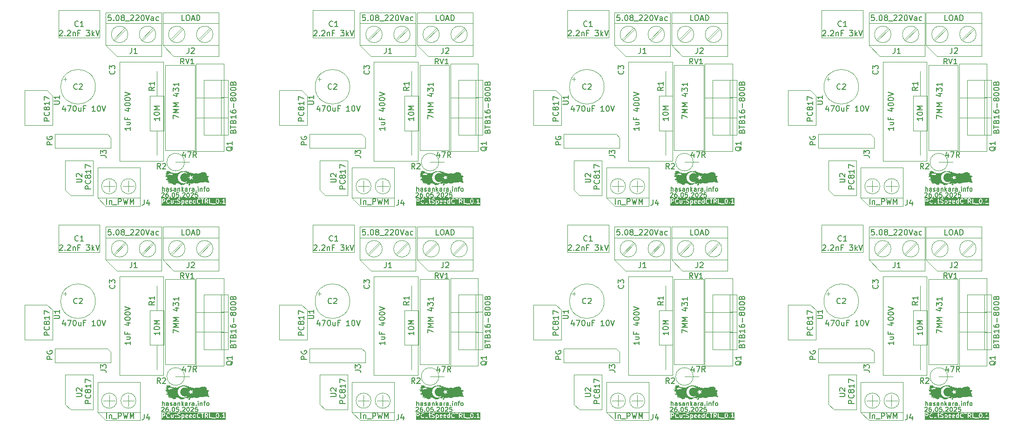
<source format=gbr>
%TF.GenerationSoftware,KiCad,Pcbnew,9.0.2-9.0.2-0~ubuntu24.04.1*%
%TF.CreationDate,2025-05-26T21:58:39+03:00*%
%TF.ProjectId,panelize,70616e65-6c69-47a6-952e-6b696361645f,V01*%
%TF.SameCoordinates,PX2e40d20PY1312d00*%
%TF.FileFunction,AssemblyDrawing,Top*%
%FSLAX46Y46*%
G04 Gerber Fmt 4.6, Leading zero omitted, Abs format (unit mm)*
G04 Created by KiCad (PCBNEW 9.0.2-9.0.2-0~ubuntu24.04.1) date 2025-05-26 21:58:39*
%MOMM*%
%LPD*%
G01*
G04 APERTURE LIST*
%ADD10C,0.150000*%
%ADD11C,0.100000*%
%ADD12C,0.000000*%
G04 APERTURE END LIST*
D10*
G36*
X84455478Y-47460696D02*
G01*
X84476361Y-47481579D01*
X84501095Y-47531047D01*
X84501095Y-47724209D01*
X84476360Y-47773677D01*
X84455477Y-47794561D01*
X84406009Y-47819295D01*
X84289038Y-47819295D01*
X84270143Y-47809847D01*
X84270143Y-47445409D01*
X84289039Y-47435961D01*
X84406009Y-47435961D01*
X84455478Y-47460696D01*
G37*
G36*
X85167813Y-47454958D02*
G01*
X85185446Y-47490224D01*
X84955857Y-47536142D01*
X84955857Y-47492953D01*
X84974853Y-47454959D01*
X85012849Y-47435961D01*
X85129819Y-47435961D01*
X85167813Y-47454958D01*
G37*
G36*
X85853527Y-47454958D02*
G01*
X85871160Y-47490224D01*
X85641571Y-47536142D01*
X85641571Y-47492953D01*
X85660567Y-47454959D01*
X85698563Y-47435961D01*
X85815533Y-47435961D01*
X85853527Y-47454958D01*
G37*
G36*
X86558238Y-47445409D02*
G01*
X86558238Y-47809847D01*
X86539342Y-47819295D01*
X86422371Y-47819295D01*
X86372903Y-47794561D01*
X86352019Y-47773676D01*
X86327285Y-47724208D01*
X86327285Y-47531048D01*
X86352019Y-47481580D01*
X86372902Y-47460696D01*
X86422372Y-47435961D01*
X86539342Y-47435961D01*
X86558238Y-47445409D01*
G37*
G36*
X90741193Y-47194029D02*
G01*
X90762075Y-47214911D01*
X90791045Y-47272851D01*
X90824905Y-47408290D01*
X90824905Y-47580299D01*
X90791045Y-47715738D01*
X90762075Y-47773677D01*
X90741192Y-47794561D01*
X90691724Y-47819295D01*
X90650944Y-47819295D01*
X90601475Y-47794561D01*
X90580592Y-47773677D01*
X90551622Y-47715737D01*
X90517762Y-47580297D01*
X90517762Y-47408292D01*
X90551622Y-47272851D01*
X90580592Y-47214911D01*
X90601474Y-47194029D01*
X90650944Y-47169295D01*
X90691724Y-47169295D01*
X90741193Y-47194029D01*
G37*
G36*
X88760240Y-47194029D02*
G01*
X88781123Y-47214912D01*
X88805858Y-47264381D01*
X88805858Y-47343255D01*
X88781123Y-47392724D01*
X88760240Y-47413608D01*
X88710772Y-47438342D01*
X88498715Y-47438342D01*
X88498715Y-47169295D01*
X88710772Y-47169295D01*
X88760240Y-47194029D01*
G37*
G36*
X80988810Y-47194029D02*
G01*
X81009693Y-47214912D01*
X81034428Y-47264381D01*
X81034428Y-47343255D01*
X81009693Y-47392724D01*
X80988810Y-47413608D01*
X80939342Y-47438342D01*
X80727285Y-47438342D01*
X80727285Y-47169295D01*
X80939342Y-47169295D01*
X80988810Y-47194029D01*
G37*
G36*
X92205210Y-48323409D02*
G01*
X80488396Y-48323409D01*
X80488396Y-47094295D01*
X80577285Y-47094295D01*
X80577285Y-47894295D01*
X80578726Y-47908927D01*
X80589925Y-47935963D01*
X80610617Y-47956655D01*
X80637653Y-47967854D01*
X80666917Y-47967854D01*
X80693953Y-47956655D01*
X80714645Y-47935963D01*
X80725844Y-47908927D01*
X80727285Y-47894295D01*
X80727285Y-47588342D01*
X80957047Y-47588342D01*
X80971679Y-47586901D01*
X80974168Y-47585869D01*
X80976856Y-47585679D01*
X80990588Y-47580424D01*
X81066778Y-47542329D01*
X81073077Y-47538364D01*
X81074905Y-47537607D01*
X81076961Y-47535918D01*
X81079221Y-47534497D01*
X81080520Y-47532998D01*
X81086270Y-47528280D01*
X81124365Y-47490185D01*
X81129085Y-47484432D01*
X81130581Y-47483136D01*
X81132000Y-47480881D01*
X81133692Y-47478820D01*
X81134450Y-47476989D01*
X81138414Y-47470693D01*
X81155185Y-47437152D01*
X81339189Y-47437152D01*
X81339189Y-47551438D01*
X81339440Y-47553991D01*
X81339278Y-47555084D01*
X81340087Y-47560558D01*
X81340630Y-47566070D01*
X81341052Y-47567090D01*
X81341428Y-47569629D01*
X81379524Y-47722010D01*
X81379909Y-47723089D01*
X81379948Y-47723628D01*
X81382272Y-47729703D01*
X81384471Y-47735855D01*
X81384793Y-47736290D01*
X81385203Y-47737360D01*
X81423298Y-47813550D01*
X81427261Y-47819846D01*
X81428019Y-47821676D01*
X81429708Y-47823734D01*
X81431130Y-47825993D01*
X81432628Y-47827292D01*
X81437347Y-47833042D01*
X81513537Y-47909233D01*
X81524902Y-47918560D01*
X81527392Y-47919591D01*
X81529428Y-47921357D01*
X81542853Y-47927351D01*
X81657139Y-47965446D01*
X81664392Y-47967095D01*
X81666224Y-47967854D01*
X81668878Y-47968115D01*
X81671476Y-47968706D01*
X81673450Y-47968565D01*
X81680856Y-47969295D01*
X81757047Y-47969295D01*
X81764452Y-47968565D01*
X81766427Y-47968706D01*
X81769024Y-47968115D01*
X81771679Y-47967854D01*
X81773510Y-47967095D01*
X81780764Y-47965446D01*
X81895049Y-47927351D01*
X81908475Y-47921357D01*
X81910511Y-47919590D01*
X81913000Y-47918560D01*
X81924365Y-47909233D01*
X81962461Y-47871137D01*
X81971789Y-47859772D01*
X81982987Y-47832735D01*
X81982987Y-47803472D01*
X81971789Y-47776436D01*
X81951096Y-47755743D01*
X81924060Y-47744545D01*
X81894797Y-47744545D01*
X81867760Y-47755743D01*
X81856395Y-47765071D01*
X81830818Y-47790648D01*
X81744877Y-47819295D01*
X81693026Y-47819295D01*
X81607084Y-47790648D01*
X81552019Y-47735582D01*
X81523049Y-47677642D01*
X81489189Y-47542202D01*
X81489189Y-47446387D01*
X81510545Y-47360961D01*
X82177285Y-47360961D01*
X82177285Y-47780009D01*
X82178726Y-47794641D01*
X82179757Y-47797130D01*
X82179948Y-47799818D01*
X82185203Y-47813550D01*
X82223298Y-47889741D01*
X82224838Y-47892188D01*
X82225223Y-47893342D01*
X82226468Y-47894778D01*
X82231130Y-47902184D01*
X82238234Y-47908345D01*
X82244396Y-47915450D01*
X82251801Y-47920111D01*
X82253238Y-47921357D01*
X82254391Y-47921741D01*
X82256839Y-47923282D01*
X82333029Y-47961377D01*
X82346761Y-47966632D01*
X82349448Y-47966822D01*
X82351938Y-47967854D01*
X82366570Y-47969295D01*
X82480856Y-47969295D01*
X82495488Y-47967854D01*
X82497977Y-47966822D01*
X82500665Y-47966632D01*
X82514397Y-47961377D01*
X82543596Y-47946777D01*
X82553474Y-47956655D01*
X82580510Y-47967854D01*
X82609774Y-47967854D01*
X82636810Y-47956655D01*
X82657502Y-47935963D01*
X82668701Y-47908927D01*
X82670142Y-47894295D01*
X82670142Y-47360961D01*
X82668701Y-47346329D01*
X82788250Y-47346329D01*
X82788250Y-47375593D01*
X82799449Y-47402629D01*
X82820141Y-47423321D01*
X82847177Y-47434520D01*
X82861809Y-47435961D01*
X82901095Y-47435961D01*
X82901095Y-47780009D01*
X82902536Y-47794641D01*
X82903567Y-47797130D01*
X82903758Y-47799818D01*
X82909013Y-47813550D01*
X82947108Y-47889741D01*
X82948648Y-47892188D01*
X82949033Y-47893342D01*
X82950278Y-47894778D01*
X82954940Y-47902184D01*
X82962044Y-47908345D01*
X82968206Y-47915450D01*
X82975611Y-47920111D01*
X82977048Y-47921357D01*
X82978201Y-47921741D01*
X82980649Y-47923282D01*
X83056839Y-47961377D01*
X83070571Y-47966632D01*
X83073258Y-47966822D01*
X83075748Y-47967854D01*
X83090380Y-47969295D01*
X83166571Y-47969295D01*
X83181203Y-47967854D01*
X83208239Y-47956655D01*
X83228931Y-47935963D01*
X83240130Y-47908927D01*
X83240130Y-47879663D01*
X83228931Y-47852627D01*
X83208239Y-47831935D01*
X83181203Y-47820736D01*
X83166571Y-47819295D01*
X83108085Y-47819295D01*
X83070091Y-47800298D01*
X83051095Y-47762304D01*
X83051095Y-47435961D01*
X83166571Y-47435961D01*
X83181203Y-47434520D01*
X83208239Y-47423321D01*
X83228931Y-47402629D01*
X83240130Y-47375593D01*
X83240130Y-47346329D01*
X83228931Y-47319293D01*
X83208239Y-47298601D01*
X83181203Y-47287402D01*
X83166571Y-47285961D01*
X83051095Y-47285961D01*
X83051095Y-47246676D01*
X83320142Y-47246676D01*
X83320142Y-47322866D01*
X83321583Y-47337498D01*
X83322613Y-47339986D01*
X83322805Y-47342676D01*
X83328060Y-47356407D01*
X83366156Y-47432598D01*
X83370119Y-47438894D01*
X83370878Y-47440725D01*
X83372569Y-47442786D01*
X83373989Y-47445041D01*
X83375484Y-47446337D01*
X83380205Y-47452090D01*
X83418300Y-47490185D01*
X83424049Y-47494903D01*
X83425349Y-47496402D01*
X83427608Y-47497823D01*
X83429665Y-47499512D01*
X83431492Y-47500269D01*
X83437792Y-47504234D01*
X83513982Y-47542329D01*
X83515051Y-47542738D01*
X83515487Y-47543061D01*
X83521632Y-47545256D01*
X83527714Y-47547584D01*
X83528253Y-47547622D01*
X83529333Y-47548008D01*
X83673727Y-47584106D01*
X83731668Y-47613077D01*
X83752551Y-47633960D01*
X83777285Y-47683428D01*
X83777285Y-47724209D01*
X83752550Y-47773677D01*
X83731667Y-47794561D01*
X83682199Y-47819295D01*
X83521598Y-47819295D01*
X83418859Y-47785049D01*
X83404522Y-47781789D01*
X83375332Y-47783864D01*
X83349159Y-47796950D01*
X83329985Y-47819058D01*
X83320731Y-47846820D01*
X83322806Y-47876010D01*
X83335892Y-47902183D01*
X83358000Y-47921357D01*
X83371425Y-47927351D01*
X83485711Y-47965446D01*
X83492964Y-47967095D01*
X83494796Y-47967854D01*
X83497450Y-47968115D01*
X83500048Y-47968706D01*
X83502022Y-47968565D01*
X83509428Y-47969295D01*
X83699904Y-47969295D01*
X83714536Y-47967854D01*
X83717025Y-47966822D01*
X83719713Y-47966632D01*
X83733445Y-47961377D01*
X83809636Y-47923282D01*
X83815935Y-47919317D01*
X83817763Y-47918560D01*
X83819819Y-47916872D01*
X83822079Y-47915450D01*
X83823379Y-47913950D01*
X83829129Y-47909232D01*
X83867224Y-47871136D01*
X83871941Y-47865387D01*
X83873440Y-47864088D01*
X83874861Y-47861829D01*
X83876551Y-47859771D01*
X83877308Y-47857941D01*
X83881272Y-47851645D01*
X83919367Y-47775455D01*
X83924622Y-47761723D01*
X83924812Y-47759035D01*
X83925844Y-47756546D01*
X83927285Y-47741914D01*
X83927285Y-47665723D01*
X83925844Y-47651091D01*
X83924812Y-47648601D01*
X83924622Y-47645914D01*
X83919367Y-47632182D01*
X83881272Y-47555992D01*
X83877307Y-47549692D01*
X83876550Y-47547865D01*
X83874861Y-47545808D01*
X83873440Y-47543549D01*
X83871941Y-47542249D01*
X83867223Y-47536500D01*
X83829128Y-47498405D01*
X83823375Y-47493684D01*
X83822079Y-47492189D01*
X83819824Y-47490769D01*
X83817763Y-47489078D01*
X83815932Y-47488319D01*
X83809636Y-47484356D01*
X83733445Y-47446260D01*
X83732375Y-47445850D01*
X83731940Y-47445528D01*
X83725803Y-47443335D01*
X83719714Y-47441005D01*
X83719173Y-47440966D01*
X83718094Y-47440581D01*
X83573698Y-47404482D01*
X83515760Y-47375513D01*
X83501208Y-47360961D01*
X84120143Y-47360961D01*
X84120143Y-48160961D01*
X84121584Y-48175593D01*
X84132783Y-48202629D01*
X84153475Y-48223321D01*
X84180511Y-48234520D01*
X84209775Y-48234520D01*
X84236811Y-48223321D01*
X84257503Y-48202629D01*
X84268702Y-48175593D01*
X84270143Y-48160961D01*
X84270143Y-47969177D01*
X84271333Y-47969295D01*
X84423714Y-47969295D01*
X84438346Y-47967854D01*
X84440835Y-47966822D01*
X84443523Y-47966632D01*
X84457255Y-47961377D01*
X84533446Y-47923282D01*
X84539745Y-47919317D01*
X84541573Y-47918560D01*
X84543629Y-47916872D01*
X84545889Y-47915450D01*
X84547189Y-47913950D01*
X84552939Y-47909232D01*
X84591034Y-47871136D01*
X84595751Y-47865387D01*
X84597250Y-47864088D01*
X84598671Y-47861829D01*
X84600361Y-47859771D01*
X84601118Y-47857941D01*
X84605082Y-47851645D01*
X84643177Y-47775455D01*
X84648432Y-47761723D01*
X84648622Y-47759035D01*
X84649654Y-47756546D01*
X84651095Y-47741914D01*
X84651095Y-47513342D01*
X84649654Y-47498710D01*
X84648622Y-47496220D01*
X84648432Y-47493533D01*
X84643177Y-47479801D01*
X84640900Y-47475247D01*
X84805857Y-47475247D01*
X84805857Y-47780009D01*
X84807298Y-47794641D01*
X84808328Y-47797129D01*
X84808520Y-47799819D01*
X84813775Y-47813550D01*
X84851871Y-47889741D01*
X84853411Y-47892187D01*
X84853796Y-47893342D01*
X84855043Y-47894780D01*
X84859704Y-47902184D01*
X84866805Y-47908343D01*
X84872969Y-47915450D01*
X84880374Y-47920111D01*
X84881811Y-47921357D01*
X84882964Y-47921741D01*
X84885412Y-47923282D01*
X84961602Y-47961377D01*
X84975334Y-47966632D01*
X84978021Y-47966822D01*
X84980511Y-47967854D01*
X84995143Y-47969295D01*
X85147524Y-47969295D01*
X85162156Y-47967854D01*
X85164645Y-47966822D01*
X85167333Y-47966632D01*
X85181065Y-47961377D01*
X85257256Y-47923282D01*
X85269699Y-47915450D01*
X85288872Y-47893342D01*
X85298126Y-47865581D01*
X85296052Y-47836391D01*
X85282965Y-47810216D01*
X85260857Y-47791043D01*
X85233096Y-47781789D01*
X85203906Y-47783863D01*
X85190174Y-47789118D01*
X85129819Y-47819295D01*
X85012848Y-47819295D01*
X84974854Y-47800298D01*
X84955857Y-47762303D01*
X84955857Y-47689113D01*
X85276518Y-47624982D01*
X85290584Y-47620699D01*
X85296689Y-47616610D01*
X85303478Y-47613798D01*
X85308730Y-47608545D01*
X85314898Y-47604415D01*
X85318972Y-47598303D01*
X85324170Y-47593106D01*
X85327011Y-47586245D01*
X85331131Y-47580067D01*
X85332557Y-47572858D01*
X85335369Y-47566070D01*
X85336810Y-47551438D01*
X85336810Y-47475247D01*
X85491571Y-47475247D01*
X85491571Y-47780009D01*
X85493012Y-47794641D01*
X85494042Y-47797129D01*
X85494234Y-47799819D01*
X85499489Y-47813550D01*
X85537585Y-47889741D01*
X85539125Y-47892187D01*
X85539510Y-47893342D01*
X85540757Y-47894780D01*
X85545418Y-47902184D01*
X85552519Y-47908343D01*
X85558683Y-47915450D01*
X85566088Y-47920111D01*
X85567525Y-47921357D01*
X85568678Y-47921741D01*
X85571126Y-47923282D01*
X85647316Y-47961377D01*
X85661048Y-47966632D01*
X85663735Y-47966822D01*
X85666225Y-47967854D01*
X85680857Y-47969295D01*
X85833238Y-47969295D01*
X85847870Y-47967854D01*
X85850359Y-47966822D01*
X85853047Y-47966632D01*
X85866779Y-47961377D01*
X85942970Y-47923282D01*
X85955413Y-47915450D01*
X85974586Y-47893342D01*
X85983840Y-47865581D01*
X85981766Y-47836391D01*
X85968679Y-47810216D01*
X85946571Y-47791043D01*
X85918810Y-47781789D01*
X85889620Y-47783863D01*
X85875888Y-47789118D01*
X85815533Y-47819295D01*
X85698562Y-47819295D01*
X85660568Y-47800298D01*
X85641571Y-47762303D01*
X85641571Y-47689113D01*
X85962232Y-47624982D01*
X85976298Y-47620699D01*
X85982403Y-47616610D01*
X85989192Y-47613798D01*
X85994444Y-47608545D01*
X86000612Y-47604415D01*
X86004686Y-47598303D01*
X86009884Y-47593106D01*
X86012725Y-47586245D01*
X86016845Y-47580067D01*
X86018271Y-47572858D01*
X86021083Y-47566070D01*
X86022524Y-47551438D01*
X86022524Y-47513342D01*
X86177285Y-47513342D01*
X86177285Y-47741914D01*
X86178726Y-47756546D01*
X86179756Y-47759034D01*
X86179948Y-47761724D01*
X86185203Y-47775456D01*
X86223299Y-47851645D01*
X86227261Y-47857939D01*
X86228020Y-47859771D01*
X86229713Y-47861834D01*
X86231132Y-47864088D01*
X86232626Y-47865384D01*
X86237347Y-47871136D01*
X86275442Y-47909232D01*
X86281193Y-47913952D01*
X86282492Y-47915450D01*
X86284747Y-47916869D01*
X86286807Y-47918560D01*
X86288637Y-47919318D01*
X86294935Y-47923282D01*
X86371125Y-47961377D01*
X86384857Y-47966632D01*
X86387544Y-47966822D01*
X86390034Y-47967854D01*
X86404666Y-47969295D01*
X86557047Y-47969295D01*
X86571679Y-47967854D01*
X86574168Y-47966822D01*
X86576856Y-47966632D01*
X86590588Y-47961377D01*
X86596198Y-47958572D01*
X86618606Y-47967854D01*
X86647870Y-47967854D01*
X86674906Y-47956655D01*
X86695598Y-47935963D01*
X86706797Y-47908927D01*
X86708238Y-47894295D01*
X86708238Y-47437152D01*
X86901095Y-47437152D01*
X86901095Y-47551438D01*
X86901346Y-47553991D01*
X86901184Y-47555084D01*
X86901993Y-47560558D01*
X86902536Y-47566070D01*
X86902958Y-47567090D01*
X86903334Y-47569629D01*
X86941430Y-47722010D01*
X86941815Y-47723089D01*
X86941854Y-47723628D01*
X86944178Y-47729703D01*
X86946377Y-47735855D01*
X86946699Y-47736290D01*
X86947109Y-47737360D01*
X86985204Y-47813550D01*
X86989167Y-47819846D01*
X86989925Y-47821676D01*
X86991614Y-47823734D01*
X86993036Y-47825993D01*
X86994534Y-47827292D01*
X86999253Y-47833042D01*
X87075443Y-47909233D01*
X87086808Y-47918560D01*
X87089298Y-47919591D01*
X87091334Y-47921357D01*
X87104759Y-47927351D01*
X87219045Y-47965446D01*
X87226298Y-47967095D01*
X87228130Y-47967854D01*
X87230784Y-47968115D01*
X87233382Y-47968706D01*
X87235356Y-47968565D01*
X87242762Y-47969295D01*
X87318953Y-47969295D01*
X87326358Y-47968565D01*
X87328333Y-47968706D01*
X87330930Y-47968115D01*
X87333585Y-47967854D01*
X87335416Y-47967095D01*
X87342670Y-47965446D01*
X87456955Y-47927351D01*
X87470381Y-47921357D01*
X87472417Y-47919590D01*
X87474906Y-47918560D01*
X87486271Y-47909233D01*
X87524367Y-47871137D01*
X87533695Y-47859772D01*
X87544893Y-47832735D01*
X87544893Y-47803472D01*
X87533695Y-47776436D01*
X87513002Y-47755743D01*
X87485966Y-47744545D01*
X87456703Y-47744545D01*
X87429666Y-47755743D01*
X87418301Y-47765071D01*
X87392724Y-47790648D01*
X87306783Y-47819295D01*
X87254932Y-47819295D01*
X87168990Y-47790648D01*
X87113925Y-47735582D01*
X87084955Y-47677642D01*
X87051095Y-47542202D01*
X87051095Y-47446387D01*
X87084955Y-47310946D01*
X87113925Y-47253006D01*
X87168989Y-47197942D01*
X87254932Y-47169295D01*
X87306783Y-47169295D01*
X87392724Y-47197942D01*
X87418302Y-47223519D01*
X87429667Y-47232846D01*
X87456703Y-47244044D01*
X87485966Y-47244044D01*
X87513002Y-47232845D01*
X87533695Y-47212152D01*
X87544893Y-47185115D01*
X87544893Y-47155852D01*
X87533694Y-47128816D01*
X87524366Y-47117451D01*
X87486577Y-47079663D01*
X87626346Y-47079663D01*
X87626346Y-47108927D01*
X87637545Y-47135963D01*
X87658237Y-47156655D01*
X87685273Y-47167854D01*
X87699905Y-47169295D01*
X87853476Y-47169295D01*
X87853476Y-47894295D01*
X87854917Y-47908927D01*
X87866116Y-47935963D01*
X87886808Y-47956655D01*
X87913844Y-47967854D01*
X87943108Y-47967854D01*
X87970144Y-47956655D01*
X87990836Y-47935963D01*
X88002035Y-47908927D01*
X88003476Y-47894295D01*
X88003476Y-47169295D01*
X88157048Y-47169295D01*
X88171680Y-47167854D01*
X88198716Y-47156655D01*
X88219408Y-47135963D01*
X88230607Y-47108927D01*
X88230607Y-47094295D01*
X88348715Y-47094295D01*
X88348715Y-47894295D01*
X88350156Y-47908927D01*
X88361355Y-47935963D01*
X88382047Y-47956655D01*
X88409083Y-47967854D01*
X88438347Y-47967854D01*
X88465383Y-47956655D01*
X88486075Y-47935963D01*
X88497274Y-47908927D01*
X88498715Y-47894295D01*
X88498715Y-47588342D01*
X88575142Y-47588342D01*
X88819415Y-47937304D01*
X88828987Y-47948465D01*
X88853666Y-47964192D01*
X88882483Y-47969277D01*
X88911054Y-47962948D01*
X88935028Y-47946166D01*
X88950755Y-47921487D01*
X88955840Y-47892669D01*
X88949511Y-47864098D01*
X88942300Y-47851285D01*
X88754666Y-47583237D01*
X88762018Y-47580424D01*
X88838208Y-47542329D01*
X88844507Y-47538364D01*
X88846335Y-47537607D01*
X88848391Y-47535918D01*
X88850651Y-47534497D01*
X88851950Y-47532998D01*
X88857700Y-47528280D01*
X88895795Y-47490185D01*
X88900515Y-47484432D01*
X88902011Y-47483136D01*
X88903430Y-47480881D01*
X88905122Y-47478820D01*
X88905880Y-47476989D01*
X88909844Y-47470693D01*
X88947940Y-47394503D01*
X88953195Y-47380771D01*
X88953386Y-47378081D01*
X88954417Y-47375593D01*
X88955858Y-47360961D01*
X88955858Y-47246676D01*
X88954417Y-47232044D01*
X88953386Y-47229555D01*
X88953195Y-47226866D01*
X88947940Y-47213134D01*
X88909844Y-47136944D01*
X88905880Y-47130647D01*
X88905122Y-47128817D01*
X88903430Y-47126755D01*
X88902011Y-47124501D01*
X88900515Y-47123204D01*
X88895795Y-47117452D01*
X88872638Y-47094295D01*
X89148715Y-47094295D01*
X89148715Y-47894295D01*
X89150156Y-47908925D01*
X89150156Y-47908927D01*
X89161355Y-47935963D01*
X89182047Y-47956655D01*
X89209083Y-47967854D01*
X89223715Y-47969295D01*
X89604667Y-47969295D01*
X89607299Y-47969035D01*
X89607299Y-47985117D01*
X89618498Y-48012153D01*
X89639190Y-48032845D01*
X89666226Y-48044044D01*
X89680858Y-48045485D01*
X90290381Y-48045485D01*
X90305013Y-48044044D01*
X90332049Y-48032845D01*
X90352741Y-48012153D01*
X90363940Y-47985117D01*
X90363940Y-47955853D01*
X90352741Y-47928817D01*
X90332049Y-47908125D01*
X90305013Y-47896926D01*
X90290381Y-47895485D01*
X89680858Y-47895485D01*
X89678226Y-47895744D01*
X89678226Y-47879663D01*
X89667027Y-47852627D01*
X89646335Y-47831935D01*
X89619299Y-47820736D01*
X89604667Y-47819295D01*
X89298715Y-47819295D01*
X89298715Y-47399057D01*
X90367762Y-47399057D01*
X90367762Y-47589533D01*
X90368013Y-47592086D01*
X90367851Y-47593179D01*
X90368660Y-47598653D01*
X90369203Y-47604165D01*
X90369625Y-47605185D01*
X90370001Y-47607724D01*
X90408097Y-47760105D01*
X90408482Y-47761184D01*
X90408521Y-47761723D01*
X90410845Y-47767798D01*
X90413044Y-47773950D01*
X90413366Y-47774385D01*
X90413776Y-47775455D01*
X90451871Y-47851645D01*
X90455834Y-47857941D01*
X90456592Y-47859771D01*
X90458281Y-47861829D01*
X90459703Y-47864088D01*
X90461201Y-47865387D01*
X90465919Y-47871136D01*
X90504014Y-47909232D01*
X90509765Y-47913952D01*
X90511064Y-47915450D01*
X90513319Y-47916869D01*
X90515379Y-47918560D01*
X90517209Y-47919318D01*
X90523507Y-47923282D01*
X90599698Y-47961377D01*
X90613430Y-47966632D01*
X90616117Y-47966822D01*
X90618607Y-47967854D01*
X90633239Y-47969295D01*
X90709429Y-47969295D01*
X90724061Y-47967854D01*
X90726550Y-47966822D01*
X90729238Y-47966632D01*
X90742970Y-47961377D01*
X90819161Y-47923282D01*
X90825460Y-47919317D01*
X90827288Y-47918560D01*
X90829344Y-47916872D01*
X90831604Y-47915450D01*
X90832904Y-47913950D01*
X90838654Y-47909232D01*
X90876749Y-47871136D01*
X90881466Y-47865387D01*
X90882965Y-47864088D01*
X90884386Y-47861829D01*
X90886076Y-47859771D01*
X90886833Y-47857941D01*
X90890797Y-47851645D01*
X90895835Y-47841570D01*
X91131108Y-47841570D01*
X91131108Y-47870832D01*
X91142307Y-47897868D01*
X91151635Y-47909234D01*
X91189731Y-47947329D01*
X91201096Y-47956656D01*
X91216287Y-47962948D01*
X91228131Y-47967854D01*
X91228132Y-47967854D01*
X91257395Y-47967854D01*
X91284431Y-47956655D01*
X91295796Y-47947328D01*
X91333891Y-47909233D01*
X91343218Y-47897868D01*
X91354417Y-47870832D01*
X91354417Y-47841569D01*
X91350758Y-47832735D01*
X91343219Y-47814533D01*
X91333892Y-47803168D01*
X91295797Y-47765072D01*
X91284436Y-47755748D01*
X91284431Y-47755743D01*
X91257395Y-47744545D01*
X91228131Y-47744545D01*
X91223489Y-47746468D01*
X91201095Y-47755743D01*
X91189730Y-47765071D01*
X91151634Y-47803167D01*
X91142307Y-47814532D01*
X91142306Y-47814533D01*
X91138740Y-47823144D01*
X91131236Y-47841262D01*
X91131108Y-47841570D01*
X90895835Y-47841570D01*
X90928892Y-47775455D01*
X90929301Y-47774385D01*
X90929624Y-47773950D01*
X90931819Y-47767804D01*
X90934147Y-47761723D01*
X90934185Y-47761183D01*
X90934571Y-47760104D01*
X90972666Y-47607723D01*
X90973041Y-47605185D01*
X90973464Y-47604165D01*
X90974005Y-47598662D01*
X90974817Y-47593178D01*
X90974653Y-47592082D01*
X90974905Y-47589533D01*
X90974905Y-47399057D01*
X90974653Y-47396507D01*
X90974817Y-47395412D01*
X90974005Y-47389927D01*
X90973464Y-47384425D01*
X90973041Y-47383404D01*
X90972666Y-47380867D01*
X90955821Y-47313485D01*
X91511208Y-47313485D01*
X91513282Y-47342675D01*
X91526369Y-47368850D01*
X91548477Y-47388023D01*
X91576238Y-47397277D01*
X91605428Y-47395203D01*
X91619160Y-47389948D01*
X91695351Y-47351853D01*
X91701650Y-47347888D01*
X91703478Y-47347131D01*
X91705534Y-47345442D01*
X91707794Y-47344021D01*
X91709093Y-47342522D01*
X91714843Y-47337804D01*
X91739191Y-47313455D01*
X91739191Y-47819295D01*
X91585619Y-47819295D01*
X91570987Y-47820736D01*
X91543951Y-47831935D01*
X91523259Y-47852627D01*
X91512060Y-47879663D01*
X91512060Y-47908927D01*
X91523259Y-47935963D01*
X91543951Y-47956655D01*
X91570987Y-47967854D01*
X91585619Y-47969295D01*
X92042762Y-47969295D01*
X92057394Y-47967854D01*
X92084430Y-47956655D01*
X92105122Y-47935963D01*
X92116321Y-47908927D01*
X92116321Y-47879663D01*
X92105122Y-47852627D01*
X92084430Y-47831935D01*
X92057394Y-47820736D01*
X92042762Y-47819295D01*
X91889191Y-47819295D01*
X91889191Y-47094295D01*
X91889185Y-47094242D01*
X91889191Y-47094217D01*
X91889175Y-47094141D01*
X91887750Y-47079663D01*
X91884908Y-47072802D01*
X91883452Y-47065522D01*
X91879363Y-47059416D01*
X91876551Y-47052627D01*
X91871300Y-47047376D01*
X91867169Y-47041207D01*
X91861054Y-47037130D01*
X91855859Y-47031935D01*
X91848998Y-47029093D01*
X91842820Y-47024974D01*
X91835611Y-47023547D01*
X91828823Y-47020736D01*
X91821397Y-47020736D01*
X91814113Y-47019295D01*
X91806908Y-47020736D01*
X91799559Y-47020736D01*
X91792698Y-47023577D01*
X91785418Y-47025034D01*
X91779312Y-47029122D01*
X91772523Y-47031935D01*
X91767272Y-47037185D01*
X91761103Y-47041317D01*
X91751882Y-47052575D01*
X91751831Y-47052627D01*
X91751821Y-47052649D01*
X91751787Y-47052692D01*
X91679714Y-47160800D01*
X91617382Y-47223131D01*
X91552078Y-47255784D01*
X91539635Y-47263616D01*
X91520462Y-47285724D01*
X91511208Y-47313485D01*
X90955821Y-47313485D01*
X90934571Y-47228486D01*
X90934185Y-47227406D01*
X90934147Y-47226867D01*
X90931819Y-47220785D01*
X90929624Y-47214640D01*
X90929301Y-47214204D01*
X90928892Y-47213135D01*
X90890797Y-47136944D01*
X90886832Y-47130644D01*
X90886075Y-47128817D01*
X90884386Y-47126760D01*
X90882965Y-47124501D01*
X90881466Y-47123201D01*
X90876748Y-47117452D01*
X90838653Y-47079357D01*
X90832903Y-47074638D01*
X90831604Y-47073140D01*
X90829344Y-47071718D01*
X90827288Y-47070030D01*
X90825460Y-47069272D01*
X90819161Y-47065308D01*
X90742970Y-47027213D01*
X90729238Y-47021958D01*
X90726550Y-47021767D01*
X90724061Y-47020736D01*
X90709429Y-47019295D01*
X90633239Y-47019295D01*
X90618607Y-47020736D01*
X90616117Y-47021767D01*
X90613430Y-47021958D01*
X90599698Y-47027213D01*
X90523507Y-47065308D01*
X90517207Y-47069272D01*
X90515380Y-47070030D01*
X90513323Y-47071718D01*
X90511064Y-47073140D01*
X90509764Y-47074638D01*
X90504015Y-47079357D01*
X90465920Y-47117452D01*
X90461201Y-47123201D01*
X90459703Y-47124501D01*
X90458281Y-47126760D01*
X90456593Y-47128817D01*
X90455835Y-47130644D01*
X90451871Y-47136944D01*
X90413776Y-47213135D01*
X90413366Y-47214204D01*
X90413044Y-47214640D01*
X90410845Y-47220791D01*
X90408521Y-47226867D01*
X90408482Y-47227405D01*
X90408097Y-47228485D01*
X90370001Y-47380866D01*
X90369625Y-47383404D01*
X90369203Y-47384425D01*
X90368660Y-47389936D01*
X90367851Y-47395411D01*
X90368013Y-47396503D01*
X90367762Y-47399057D01*
X89298715Y-47399057D01*
X89298715Y-47094295D01*
X89297274Y-47079663D01*
X89286075Y-47052627D01*
X89265383Y-47031935D01*
X89238347Y-47020736D01*
X89209083Y-47020736D01*
X89182047Y-47031935D01*
X89161355Y-47052627D01*
X89150156Y-47079663D01*
X89148715Y-47094295D01*
X88872638Y-47094295D01*
X88857700Y-47079357D01*
X88851950Y-47074638D01*
X88850651Y-47073140D01*
X88848391Y-47071718D01*
X88846335Y-47070030D01*
X88844507Y-47069272D01*
X88838208Y-47065308D01*
X88762018Y-47027213D01*
X88748286Y-47021958D01*
X88745598Y-47021767D01*
X88743109Y-47020736D01*
X88728477Y-47019295D01*
X88423715Y-47019295D01*
X88409083Y-47020736D01*
X88382047Y-47031935D01*
X88361355Y-47052627D01*
X88350156Y-47079663D01*
X88348715Y-47094295D01*
X88230607Y-47094295D01*
X88230607Y-47079663D01*
X88219408Y-47052627D01*
X88198716Y-47031935D01*
X88171680Y-47020736D01*
X88157048Y-47019295D01*
X87699905Y-47019295D01*
X87685273Y-47020736D01*
X87658237Y-47031935D01*
X87637545Y-47052627D01*
X87626346Y-47079663D01*
X87486577Y-47079663D01*
X87486270Y-47079356D01*
X87474905Y-47070029D01*
X87472416Y-47068998D01*
X87470381Y-47067233D01*
X87456955Y-47061239D01*
X87342670Y-47023144D01*
X87335416Y-47021494D01*
X87333585Y-47020736D01*
X87330930Y-47020474D01*
X87328333Y-47019884D01*
X87326358Y-47020024D01*
X87318953Y-47019295D01*
X87242762Y-47019295D01*
X87235356Y-47020024D01*
X87233382Y-47019884D01*
X87230784Y-47020474D01*
X87228130Y-47020736D01*
X87226298Y-47021494D01*
X87219045Y-47023144D01*
X87104759Y-47061239D01*
X87091334Y-47067233D01*
X87089300Y-47068996D01*
X87086808Y-47070029D01*
X87075443Y-47079357D01*
X86999253Y-47155547D01*
X86994534Y-47161296D01*
X86993036Y-47162596D01*
X86991614Y-47164855D01*
X86989926Y-47166912D01*
X86989168Y-47168739D01*
X86985204Y-47175039D01*
X86947109Y-47251230D01*
X86946699Y-47252299D01*
X86946377Y-47252735D01*
X86944178Y-47258886D01*
X86941854Y-47264962D01*
X86941815Y-47265500D01*
X86941430Y-47266580D01*
X86903334Y-47418961D01*
X86902958Y-47421499D01*
X86902536Y-47422520D01*
X86901993Y-47428031D01*
X86901184Y-47433506D01*
X86901346Y-47434598D01*
X86901095Y-47437152D01*
X86708238Y-47437152D01*
X86708238Y-47094295D01*
X86706797Y-47079663D01*
X86695598Y-47052627D01*
X86674906Y-47031935D01*
X86647870Y-47020736D01*
X86618606Y-47020736D01*
X86591570Y-47031935D01*
X86570878Y-47052627D01*
X86559679Y-47079663D01*
X86558238Y-47094295D01*
X86558238Y-47286078D01*
X86557047Y-47285961D01*
X86404666Y-47285961D01*
X86390034Y-47287402D01*
X86387542Y-47288434D01*
X86384856Y-47288625D01*
X86371124Y-47293880D01*
X86294934Y-47331975D01*
X86288636Y-47335939D01*
X86286808Y-47336697D01*
X86284747Y-47338388D01*
X86282492Y-47339808D01*
X86281195Y-47341303D01*
X86275443Y-47346024D01*
X86237348Y-47384119D01*
X86232627Y-47389871D01*
X86231132Y-47391168D01*
X86229712Y-47393422D01*
X86228021Y-47395484D01*
X86227262Y-47397314D01*
X86223299Y-47403611D01*
X86185203Y-47479800D01*
X86179948Y-47493532D01*
X86179756Y-47496221D01*
X86178726Y-47498710D01*
X86177285Y-47513342D01*
X86022524Y-47513342D01*
X86022524Y-47475247D01*
X86021083Y-47460615D01*
X86020051Y-47458125D01*
X86019861Y-47455438D01*
X86014606Y-47441706D01*
X85976511Y-47365516D01*
X85974970Y-47363068D01*
X85974586Y-47361915D01*
X85973340Y-47360478D01*
X85968679Y-47353073D01*
X85961572Y-47346909D01*
X85955413Y-47339808D01*
X85948009Y-47335147D01*
X85946571Y-47333900D01*
X85945416Y-47333515D01*
X85942970Y-47331975D01*
X85866779Y-47293879D01*
X85853048Y-47288624D01*
X85850358Y-47288432D01*
X85847870Y-47287402D01*
X85833238Y-47285961D01*
X85680857Y-47285961D01*
X85666225Y-47287402D01*
X85663733Y-47288434D01*
X85661047Y-47288625D01*
X85647315Y-47293880D01*
X85571125Y-47331975D01*
X85568677Y-47333515D01*
X85567525Y-47333900D01*
X85566088Y-47335145D01*
X85558683Y-47339808D01*
X85552521Y-47346912D01*
X85545418Y-47353073D01*
X85540757Y-47360476D01*
X85539509Y-47361916D01*
X85539123Y-47363071D01*
X85537585Y-47365516D01*
X85499489Y-47441705D01*
X85494234Y-47455437D01*
X85494042Y-47458126D01*
X85493012Y-47460615D01*
X85491571Y-47475247D01*
X85336810Y-47475247D01*
X85335369Y-47460615D01*
X85334337Y-47458125D01*
X85334147Y-47455438D01*
X85328892Y-47441706D01*
X85290797Y-47365516D01*
X85289256Y-47363068D01*
X85288872Y-47361915D01*
X85287626Y-47360478D01*
X85282965Y-47353073D01*
X85275858Y-47346909D01*
X85269699Y-47339808D01*
X85262295Y-47335147D01*
X85260857Y-47333900D01*
X85259702Y-47333515D01*
X85257256Y-47331975D01*
X85181065Y-47293879D01*
X85167334Y-47288624D01*
X85164644Y-47288432D01*
X85162156Y-47287402D01*
X85147524Y-47285961D01*
X84995143Y-47285961D01*
X84980511Y-47287402D01*
X84978019Y-47288434D01*
X84975333Y-47288625D01*
X84961601Y-47293880D01*
X84885411Y-47331975D01*
X84882963Y-47333515D01*
X84881811Y-47333900D01*
X84880374Y-47335145D01*
X84872969Y-47339808D01*
X84866807Y-47346912D01*
X84859704Y-47353073D01*
X84855043Y-47360476D01*
X84853795Y-47361916D01*
X84853409Y-47363071D01*
X84851871Y-47365516D01*
X84813775Y-47441705D01*
X84808520Y-47455437D01*
X84808328Y-47458126D01*
X84807298Y-47460615D01*
X84805857Y-47475247D01*
X84640900Y-47475247D01*
X84605082Y-47403611D01*
X84601117Y-47397311D01*
X84600360Y-47395484D01*
X84598671Y-47393427D01*
X84597250Y-47391168D01*
X84595751Y-47389868D01*
X84591033Y-47384119D01*
X84552938Y-47346024D01*
X84547185Y-47341303D01*
X84545889Y-47339808D01*
X84543634Y-47338388D01*
X84541573Y-47336697D01*
X84539742Y-47335938D01*
X84533446Y-47331975D01*
X84457255Y-47293879D01*
X84443524Y-47288624D01*
X84440834Y-47288432D01*
X84438346Y-47287402D01*
X84423714Y-47285961D01*
X84271333Y-47285961D01*
X84256701Y-47287402D01*
X84254209Y-47288434D01*
X84251523Y-47288625D01*
X84237791Y-47293880D01*
X84232183Y-47296683D01*
X84209775Y-47287402D01*
X84180511Y-47287402D01*
X84153475Y-47298601D01*
X84132783Y-47319293D01*
X84121584Y-47346329D01*
X84120143Y-47360961D01*
X83501208Y-47360961D01*
X83494877Y-47354630D01*
X83470142Y-47305160D01*
X83470142Y-47264381D01*
X83494877Y-47214911D01*
X83515760Y-47194029D01*
X83565228Y-47169295D01*
X83725830Y-47169295D01*
X83828568Y-47203541D01*
X83842905Y-47206801D01*
X83872095Y-47204726D01*
X83898268Y-47191640D01*
X83917442Y-47169533D01*
X83926696Y-47141770D01*
X83924621Y-47112580D01*
X83911535Y-47086407D01*
X83889428Y-47067233D01*
X83876002Y-47061239D01*
X83761717Y-47023144D01*
X83754463Y-47021494D01*
X83752632Y-47020736D01*
X83749977Y-47020474D01*
X83747380Y-47019884D01*
X83745405Y-47020024D01*
X83738000Y-47019295D01*
X83547523Y-47019295D01*
X83532891Y-47020736D01*
X83530401Y-47021767D01*
X83527714Y-47021958D01*
X83513982Y-47027213D01*
X83437792Y-47065308D01*
X83431492Y-47069272D01*
X83429665Y-47070030D01*
X83427608Y-47071718D01*
X83425349Y-47073140D01*
X83424049Y-47074638D01*
X83418300Y-47079357D01*
X83380205Y-47117452D01*
X83375484Y-47123204D01*
X83373989Y-47124501D01*
X83372569Y-47126755D01*
X83370878Y-47128817D01*
X83370119Y-47130647D01*
X83366156Y-47136944D01*
X83328060Y-47213135D01*
X83322805Y-47226866D01*
X83322613Y-47229555D01*
X83321583Y-47232044D01*
X83320142Y-47246676D01*
X83051095Y-47246676D01*
X83051095Y-47094295D01*
X83049654Y-47079663D01*
X83038455Y-47052627D01*
X83017763Y-47031935D01*
X82990727Y-47020736D01*
X82961463Y-47020736D01*
X82934427Y-47031935D01*
X82913735Y-47052627D01*
X82902536Y-47079663D01*
X82901095Y-47094295D01*
X82901095Y-47285961D01*
X82861809Y-47285961D01*
X82847177Y-47287402D01*
X82820141Y-47298601D01*
X82799449Y-47319293D01*
X82788250Y-47346329D01*
X82668701Y-47346329D01*
X82657502Y-47319293D01*
X82636810Y-47298601D01*
X82609774Y-47287402D01*
X82580510Y-47287402D01*
X82553474Y-47298601D01*
X82532782Y-47319293D01*
X82521583Y-47346329D01*
X82520142Y-47360961D01*
X82520142Y-47787038D01*
X82512619Y-47794561D01*
X82463151Y-47819295D01*
X82384275Y-47819295D01*
X82346281Y-47800298D01*
X82327285Y-47762304D01*
X82327285Y-47360961D01*
X82325844Y-47346329D01*
X82314645Y-47319293D01*
X82293953Y-47298601D01*
X82266917Y-47287402D01*
X82237653Y-47287402D01*
X82210617Y-47298601D01*
X82189925Y-47319293D01*
X82178726Y-47346329D01*
X82177285Y-47360961D01*
X81510545Y-47360961D01*
X81523049Y-47310946D01*
X81552019Y-47253006D01*
X81607083Y-47197942D01*
X81693026Y-47169295D01*
X81744877Y-47169295D01*
X81830818Y-47197942D01*
X81856396Y-47223519D01*
X81867761Y-47232846D01*
X81894797Y-47244044D01*
X81924060Y-47244044D01*
X81951096Y-47232845D01*
X81971789Y-47212152D01*
X81982987Y-47185115D01*
X81982987Y-47155852D01*
X81971788Y-47128816D01*
X81962460Y-47117451D01*
X81924364Y-47079356D01*
X81912999Y-47070029D01*
X81910510Y-47068998D01*
X81908475Y-47067233D01*
X81895049Y-47061239D01*
X81780764Y-47023144D01*
X81773510Y-47021494D01*
X81771679Y-47020736D01*
X81769024Y-47020474D01*
X81766427Y-47019884D01*
X81764452Y-47020024D01*
X81757047Y-47019295D01*
X81680856Y-47019295D01*
X81673450Y-47020024D01*
X81671476Y-47019884D01*
X81668878Y-47020474D01*
X81666224Y-47020736D01*
X81664392Y-47021494D01*
X81657139Y-47023144D01*
X81542853Y-47061239D01*
X81529428Y-47067233D01*
X81527394Y-47068996D01*
X81524902Y-47070029D01*
X81513537Y-47079357D01*
X81437347Y-47155547D01*
X81432628Y-47161296D01*
X81431130Y-47162596D01*
X81429708Y-47164855D01*
X81428020Y-47166912D01*
X81427262Y-47168739D01*
X81423298Y-47175039D01*
X81385203Y-47251230D01*
X81384793Y-47252299D01*
X81384471Y-47252735D01*
X81382272Y-47258886D01*
X81379948Y-47264962D01*
X81379909Y-47265500D01*
X81379524Y-47266580D01*
X81341428Y-47418961D01*
X81341052Y-47421499D01*
X81340630Y-47422520D01*
X81340087Y-47428031D01*
X81339278Y-47433506D01*
X81339440Y-47434598D01*
X81339189Y-47437152D01*
X81155185Y-47437152D01*
X81176510Y-47394503D01*
X81181765Y-47380771D01*
X81181956Y-47378081D01*
X81182987Y-47375593D01*
X81184428Y-47360961D01*
X81184428Y-47246676D01*
X81182987Y-47232044D01*
X81181956Y-47229555D01*
X81181765Y-47226866D01*
X81176510Y-47213134D01*
X81138414Y-47136944D01*
X81134450Y-47130647D01*
X81133692Y-47128817D01*
X81132000Y-47126755D01*
X81130581Y-47124501D01*
X81129085Y-47123204D01*
X81124365Y-47117452D01*
X81086270Y-47079357D01*
X81080520Y-47074638D01*
X81079221Y-47073140D01*
X81076961Y-47071718D01*
X81074905Y-47070030D01*
X81073077Y-47069272D01*
X81066778Y-47065308D01*
X80990588Y-47027213D01*
X80976856Y-47021958D01*
X80974168Y-47021767D01*
X80971679Y-47020736D01*
X80957047Y-47019295D01*
X80652285Y-47019295D01*
X80637653Y-47020736D01*
X80610617Y-47031935D01*
X80589925Y-47052627D01*
X80578726Y-47079663D01*
X80577285Y-47094295D01*
X80488396Y-47094295D01*
X80488396Y-46930406D01*
X92205210Y-46930406D01*
X92205210Y-48323409D01*
G37*
X80514189Y-46070485D02*
X80552285Y-46032390D01*
X80552285Y-46032390D02*
X80628475Y-45994295D01*
X80628475Y-45994295D02*
X80818951Y-45994295D01*
X80818951Y-45994295D02*
X80895142Y-46032390D01*
X80895142Y-46032390D02*
X80933237Y-46070485D01*
X80933237Y-46070485D02*
X80971332Y-46146676D01*
X80971332Y-46146676D02*
X80971332Y-46222866D01*
X80971332Y-46222866D02*
X80933237Y-46337152D01*
X80933237Y-46337152D02*
X80476094Y-46794295D01*
X80476094Y-46794295D02*
X80971332Y-46794295D01*
X81657047Y-45994295D02*
X81504666Y-45994295D01*
X81504666Y-45994295D02*
X81428475Y-46032390D01*
X81428475Y-46032390D02*
X81390380Y-46070485D01*
X81390380Y-46070485D02*
X81314190Y-46184771D01*
X81314190Y-46184771D02*
X81276094Y-46337152D01*
X81276094Y-46337152D02*
X81276094Y-46641914D01*
X81276094Y-46641914D02*
X81314190Y-46718104D01*
X81314190Y-46718104D02*
X81352285Y-46756200D01*
X81352285Y-46756200D02*
X81428475Y-46794295D01*
X81428475Y-46794295D02*
X81580856Y-46794295D01*
X81580856Y-46794295D02*
X81657047Y-46756200D01*
X81657047Y-46756200D02*
X81695142Y-46718104D01*
X81695142Y-46718104D02*
X81733237Y-46641914D01*
X81733237Y-46641914D02*
X81733237Y-46451438D01*
X81733237Y-46451438D02*
X81695142Y-46375247D01*
X81695142Y-46375247D02*
X81657047Y-46337152D01*
X81657047Y-46337152D02*
X81580856Y-46299057D01*
X81580856Y-46299057D02*
X81428475Y-46299057D01*
X81428475Y-46299057D02*
X81352285Y-46337152D01*
X81352285Y-46337152D02*
X81314190Y-46375247D01*
X81314190Y-46375247D02*
X81276094Y-46451438D01*
X82076095Y-46718104D02*
X82114190Y-46756200D01*
X82114190Y-46756200D02*
X82076095Y-46794295D01*
X82076095Y-46794295D02*
X82037999Y-46756200D01*
X82037999Y-46756200D02*
X82076095Y-46718104D01*
X82076095Y-46718104D02*
X82076095Y-46794295D01*
X82609428Y-45994295D02*
X82685618Y-45994295D01*
X82685618Y-45994295D02*
X82761809Y-46032390D01*
X82761809Y-46032390D02*
X82799904Y-46070485D01*
X82799904Y-46070485D02*
X82837999Y-46146676D01*
X82837999Y-46146676D02*
X82876094Y-46299057D01*
X82876094Y-46299057D02*
X82876094Y-46489533D01*
X82876094Y-46489533D02*
X82837999Y-46641914D01*
X82837999Y-46641914D02*
X82799904Y-46718104D01*
X82799904Y-46718104D02*
X82761809Y-46756200D01*
X82761809Y-46756200D02*
X82685618Y-46794295D01*
X82685618Y-46794295D02*
X82609428Y-46794295D01*
X82609428Y-46794295D02*
X82533237Y-46756200D01*
X82533237Y-46756200D02*
X82495142Y-46718104D01*
X82495142Y-46718104D02*
X82457047Y-46641914D01*
X82457047Y-46641914D02*
X82418951Y-46489533D01*
X82418951Y-46489533D02*
X82418951Y-46299057D01*
X82418951Y-46299057D02*
X82457047Y-46146676D01*
X82457047Y-46146676D02*
X82495142Y-46070485D01*
X82495142Y-46070485D02*
X82533237Y-46032390D01*
X82533237Y-46032390D02*
X82609428Y-45994295D01*
X83599904Y-45994295D02*
X83218952Y-45994295D01*
X83218952Y-45994295D02*
X83180856Y-46375247D01*
X83180856Y-46375247D02*
X83218952Y-46337152D01*
X83218952Y-46337152D02*
X83295142Y-46299057D01*
X83295142Y-46299057D02*
X83485618Y-46299057D01*
X83485618Y-46299057D02*
X83561809Y-46337152D01*
X83561809Y-46337152D02*
X83599904Y-46375247D01*
X83599904Y-46375247D02*
X83637999Y-46451438D01*
X83637999Y-46451438D02*
X83637999Y-46641914D01*
X83637999Y-46641914D02*
X83599904Y-46718104D01*
X83599904Y-46718104D02*
X83561809Y-46756200D01*
X83561809Y-46756200D02*
X83485618Y-46794295D01*
X83485618Y-46794295D02*
X83295142Y-46794295D01*
X83295142Y-46794295D02*
X83218952Y-46756200D01*
X83218952Y-46756200D02*
X83180856Y-46718104D01*
X83980857Y-46718104D02*
X84018952Y-46756200D01*
X84018952Y-46756200D02*
X83980857Y-46794295D01*
X83980857Y-46794295D02*
X83942761Y-46756200D01*
X83942761Y-46756200D02*
X83980857Y-46718104D01*
X83980857Y-46718104D02*
X83980857Y-46794295D01*
X84323713Y-46070485D02*
X84361809Y-46032390D01*
X84361809Y-46032390D02*
X84437999Y-45994295D01*
X84437999Y-45994295D02*
X84628475Y-45994295D01*
X84628475Y-45994295D02*
X84704666Y-46032390D01*
X84704666Y-46032390D02*
X84742761Y-46070485D01*
X84742761Y-46070485D02*
X84780856Y-46146676D01*
X84780856Y-46146676D02*
X84780856Y-46222866D01*
X84780856Y-46222866D02*
X84742761Y-46337152D01*
X84742761Y-46337152D02*
X84285618Y-46794295D01*
X84285618Y-46794295D02*
X84780856Y-46794295D01*
X85276095Y-45994295D02*
X85352285Y-45994295D01*
X85352285Y-45994295D02*
X85428476Y-46032390D01*
X85428476Y-46032390D02*
X85466571Y-46070485D01*
X85466571Y-46070485D02*
X85504666Y-46146676D01*
X85504666Y-46146676D02*
X85542761Y-46299057D01*
X85542761Y-46299057D02*
X85542761Y-46489533D01*
X85542761Y-46489533D02*
X85504666Y-46641914D01*
X85504666Y-46641914D02*
X85466571Y-46718104D01*
X85466571Y-46718104D02*
X85428476Y-46756200D01*
X85428476Y-46756200D02*
X85352285Y-46794295D01*
X85352285Y-46794295D02*
X85276095Y-46794295D01*
X85276095Y-46794295D02*
X85199904Y-46756200D01*
X85199904Y-46756200D02*
X85161809Y-46718104D01*
X85161809Y-46718104D02*
X85123714Y-46641914D01*
X85123714Y-46641914D02*
X85085618Y-46489533D01*
X85085618Y-46489533D02*
X85085618Y-46299057D01*
X85085618Y-46299057D02*
X85123714Y-46146676D01*
X85123714Y-46146676D02*
X85161809Y-46070485D01*
X85161809Y-46070485D02*
X85199904Y-46032390D01*
X85199904Y-46032390D02*
X85276095Y-45994295D01*
X85847523Y-46070485D02*
X85885619Y-46032390D01*
X85885619Y-46032390D02*
X85961809Y-45994295D01*
X85961809Y-45994295D02*
X86152285Y-45994295D01*
X86152285Y-45994295D02*
X86228476Y-46032390D01*
X86228476Y-46032390D02*
X86266571Y-46070485D01*
X86266571Y-46070485D02*
X86304666Y-46146676D01*
X86304666Y-46146676D02*
X86304666Y-46222866D01*
X86304666Y-46222866D02*
X86266571Y-46337152D01*
X86266571Y-46337152D02*
X85809428Y-46794295D01*
X85809428Y-46794295D02*
X86304666Y-46794295D01*
X87028476Y-45994295D02*
X86647524Y-45994295D01*
X86647524Y-45994295D02*
X86609428Y-46375247D01*
X86609428Y-46375247D02*
X86647524Y-46337152D01*
X86647524Y-46337152D02*
X86723714Y-46299057D01*
X86723714Y-46299057D02*
X86914190Y-46299057D01*
X86914190Y-46299057D02*
X86990381Y-46337152D01*
X86990381Y-46337152D02*
X87028476Y-46375247D01*
X87028476Y-46375247D02*
X87066571Y-46451438D01*
X87066571Y-46451438D02*
X87066571Y-46641914D01*
X87066571Y-46641914D02*
X87028476Y-46718104D01*
X87028476Y-46718104D02*
X86990381Y-46756200D01*
X86990381Y-46756200D02*
X86914190Y-46794295D01*
X86914190Y-46794295D02*
X86723714Y-46794295D01*
X86723714Y-46794295D02*
X86647524Y-46756200D01*
X86647524Y-46756200D02*
X86609428Y-46718104D01*
G36*
X84455478Y-86460696D02*
G01*
X84476361Y-86481579D01*
X84501095Y-86531047D01*
X84501095Y-86724209D01*
X84476360Y-86773677D01*
X84455477Y-86794561D01*
X84406009Y-86819295D01*
X84289038Y-86819295D01*
X84270143Y-86809847D01*
X84270143Y-86445409D01*
X84289039Y-86435961D01*
X84406009Y-86435961D01*
X84455478Y-86460696D01*
G37*
G36*
X85167813Y-86454958D02*
G01*
X85185446Y-86490224D01*
X84955857Y-86536142D01*
X84955857Y-86492953D01*
X84974853Y-86454959D01*
X85012849Y-86435961D01*
X85129819Y-86435961D01*
X85167813Y-86454958D01*
G37*
G36*
X85853527Y-86454958D02*
G01*
X85871160Y-86490224D01*
X85641571Y-86536142D01*
X85641571Y-86492953D01*
X85660567Y-86454959D01*
X85698563Y-86435961D01*
X85815533Y-86435961D01*
X85853527Y-86454958D01*
G37*
G36*
X86558238Y-86445409D02*
G01*
X86558238Y-86809847D01*
X86539342Y-86819295D01*
X86422371Y-86819295D01*
X86372903Y-86794561D01*
X86352019Y-86773676D01*
X86327285Y-86724208D01*
X86327285Y-86531048D01*
X86352019Y-86481580D01*
X86372902Y-86460696D01*
X86422372Y-86435961D01*
X86539342Y-86435961D01*
X86558238Y-86445409D01*
G37*
G36*
X90741193Y-86194029D02*
G01*
X90762075Y-86214911D01*
X90791045Y-86272851D01*
X90824905Y-86408290D01*
X90824905Y-86580299D01*
X90791045Y-86715738D01*
X90762075Y-86773677D01*
X90741192Y-86794561D01*
X90691724Y-86819295D01*
X90650944Y-86819295D01*
X90601475Y-86794561D01*
X90580592Y-86773677D01*
X90551622Y-86715737D01*
X90517762Y-86580297D01*
X90517762Y-86408292D01*
X90551622Y-86272851D01*
X90580592Y-86214911D01*
X90601474Y-86194029D01*
X90650944Y-86169295D01*
X90691724Y-86169295D01*
X90741193Y-86194029D01*
G37*
G36*
X88760240Y-86194029D02*
G01*
X88781123Y-86214912D01*
X88805858Y-86264381D01*
X88805858Y-86343255D01*
X88781123Y-86392724D01*
X88760240Y-86413608D01*
X88710772Y-86438342D01*
X88498715Y-86438342D01*
X88498715Y-86169295D01*
X88710772Y-86169295D01*
X88760240Y-86194029D01*
G37*
G36*
X80988810Y-86194029D02*
G01*
X81009693Y-86214912D01*
X81034428Y-86264381D01*
X81034428Y-86343255D01*
X81009693Y-86392724D01*
X80988810Y-86413608D01*
X80939342Y-86438342D01*
X80727285Y-86438342D01*
X80727285Y-86169295D01*
X80939342Y-86169295D01*
X80988810Y-86194029D01*
G37*
G36*
X92205210Y-87323409D02*
G01*
X80488396Y-87323409D01*
X80488396Y-86094295D01*
X80577285Y-86094295D01*
X80577285Y-86894295D01*
X80578726Y-86908927D01*
X80589925Y-86935963D01*
X80610617Y-86956655D01*
X80637653Y-86967854D01*
X80666917Y-86967854D01*
X80693953Y-86956655D01*
X80714645Y-86935963D01*
X80725844Y-86908927D01*
X80727285Y-86894295D01*
X80727285Y-86588342D01*
X80957047Y-86588342D01*
X80971679Y-86586901D01*
X80974168Y-86585869D01*
X80976856Y-86585679D01*
X80990588Y-86580424D01*
X81066778Y-86542329D01*
X81073077Y-86538364D01*
X81074905Y-86537607D01*
X81076961Y-86535918D01*
X81079221Y-86534497D01*
X81080520Y-86532998D01*
X81086270Y-86528280D01*
X81124365Y-86490185D01*
X81129085Y-86484432D01*
X81130581Y-86483136D01*
X81132000Y-86480881D01*
X81133692Y-86478820D01*
X81134450Y-86476989D01*
X81138414Y-86470693D01*
X81155185Y-86437152D01*
X81339189Y-86437152D01*
X81339189Y-86551438D01*
X81339440Y-86553991D01*
X81339278Y-86555084D01*
X81340087Y-86560558D01*
X81340630Y-86566070D01*
X81341052Y-86567090D01*
X81341428Y-86569629D01*
X81379524Y-86722010D01*
X81379909Y-86723089D01*
X81379948Y-86723628D01*
X81382272Y-86729703D01*
X81384471Y-86735855D01*
X81384793Y-86736290D01*
X81385203Y-86737360D01*
X81423298Y-86813550D01*
X81427261Y-86819846D01*
X81428019Y-86821676D01*
X81429708Y-86823734D01*
X81431130Y-86825993D01*
X81432628Y-86827292D01*
X81437347Y-86833042D01*
X81513537Y-86909233D01*
X81524902Y-86918560D01*
X81527392Y-86919591D01*
X81529428Y-86921357D01*
X81542853Y-86927351D01*
X81657139Y-86965446D01*
X81664392Y-86967095D01*
X81666224Y-86967854D01*
X81668878Y-86968115D01*
X81671476Y-86968706D01*
X81673450Y-86968565D01*
X81680856Y-86969295D01*
X81757047Y-86969295D01*
X81764452Y-86968565D01*
X81766427Y-86968706D01*
X81769024Y-86968115D01*
X81771679Y-86967854D01*
X81773510Y-86967095D01*
X81780764Y-86965446D01*
X81895049Y-86927351D01*
X81908475Y-86921357D01*
X81910511Y-86919590D01*
X81913000Y-86918560D01*
X81924365Y-86909233D01*
X81962461Y-86871137D01*
X81971789Y-86859772D01*
X81982987Y-86832735D01*
X81982987Y-86803472D01*
X81971789Y-86776436D01*
X81951096Y-86755743D01*
X81924060Y-86744545D01*
X81894797Y-86744545D01*
X81867760Y-86755743D01*
X81856395Y-86765071D01*
X81830818Y-86790648D01*
X81744877Y-86819295D01*
X81693026Y-86819295D01*
X81607084Y-86790648D01*
X81552019Y-86735582D01*
X81523049Y-86677642D01*
X81489189Y-86542202D01*
X81489189Y-86446387D01*
X81510545Y-86360961D01*
X82177285Y-86360961D01*
X82177285Y-86780009D01*
X82178726Y-86794641D01*
X82179757Y-86797130D01*
X82179948Y-86799818D01*
X82185203Y-86813550D01*
X82223298Y-86889741D01*
X82224838Y-86892188D01*
X82225223Y-86893342D01*
X82226468Y-86894778D01*
X82231130Y-86902184D01*
X82238234Y-86908345D01*
X82244396Y-86915450D01*
X82251801Y-86920111D01*
X82253238Y-86921357D01*
X82254391Y-86921741D01*
X82256839Y-86923282D01*
X82333029Y-86961377D01*
X82346761Y-86966632D01*
X82349448Y-86966822D01*
X82351938Y-86967854D01*
X82366570Y-86969295D01*
X82480856Y-86969295D01*
X82495488Y-86967854D01*
X82497977Y-86966822D01*
X82500665Y-86966632D01*
X82514397Y-86961377D01*
X82543596Y-86946777D01*
X82553474Y-86956655D01*
X82580510Y-86967854D01*
X82609774Y-86967854D01*
X82636810Y-86956655D01*
X82657502Y-86935963D01*
X82668701Y-86908927D01*
X82670142Y-86894295D01*
X82670142Y-86360961D01*
X82668701Y-86346329D01*
X82788250Y-86346329D01*
X82788250Y-86375593D01*
X82799449Y-86402629D01*
X82820141Y-86423321D01*
X82847177Y-86434520D01*
X82861809Y-86435961D01*
X82901095Y-86435961D01*
X82901095Y-86780009D01*
X82902536Y-86794641D01*
X82903567Y-86797130D01*
X82903758Y-86799818D01*
X82909013Y-86813550D01*
X82947108Y-86889741D01*
X82948648Y-86892188D01*
X82949033Y-86893342D01*
X82950278Y-86894778D01*
X82954940Y-86902184D01*
X82962044Y-86908345D01*
X82968206Y-86915450D01*
X82975611Y-86920111D01*
X82977048Y-86921357D01*
X82978201Y-86921741D01*
X82980649Y-86923282D01*
X83056839Y-86961377D01*
X83070571Y-86966632D01*
X83073258Y-86966822D01*
X83075748Y-86967854D01*
X83090380Y-86969295D01*
X83166571Y-86969295D01*
X83181203Y-86967854D01*
X83208239Y-86956655D01*
X83228931Y-86935963D01*
X83240130Y-86908927D01*
X83240130Y-86879663D01*
X83228931Y-86852627D01*
X83208239Y-86831935D01*
X83181203Y-86820736D01*
X83166571Y-86819295D01*
X83108085Y-86819295D01*
X83070091Y-86800298D01*
X83051095Y-86762304D01*
X83051095Y-86435961D01*
X83166571Y-86435961D01*
X83181203Y-86434520D01*
X83208239Y-86423321D01*
X83228931Y-86402629D01*
X83240130Y-86375593D01*
X83240130Y-86346329D01*
X83228931Y-86319293D01*
X83208239Y-86298601D01*
X83181203Y-86287402D01*
X83166571Y-86285961D01*
X83051095Y-86285961D01*
X83051095Y-86246676D01*
X83320142Y-86246676D01*
X83320142Y-86322866D01*
X83321583Y-86337498D01*
X83322613Y-86339986D01*
X83322805Y-86342676D01*
X83328060Y-86356407D01*
X83366156Y-86432598D01*
X83370119Y-86438894D01*
X83370878Y-86440725D01*
X83372569Y-86442786D01*
X83373989Y-86445041D01*
X83375484Y-86446337D01*
X83380205Y-86452090D01*
X83418300Y-86490185D01*
X83424049Y-86494903D01*
X83425349Y-86496402D01*
X83427608Y-86497823D01*
X83429665Y-86499512D01*
X83431492Y-86500269D01*
X83437792Y-86504234D01*
X83513982Y-86542329D01*
X83515051Y-86542738D01*
X83515487Y-86543061D01*
X83521632Y-86545256D01*
X83527714Y-86547584D01*
X83528253Y-86547622D01*
X83529333Y-86548008D01*
X83673727Y-86584106D01*
X83731668Y-86613077D01*
X83752551Y-86633960D01*
X83777285Y-86683428D01*
X83777285Y-86724209D01*
X83752550Y-86773677D01*
X83731667Y-86794561D01*
X83682199Y-86819295D01*
X83521598Y-86819295D01*
X83418859Y-86785049D01*
X83404522Y-86781789D01*
X83375332Y-86783864D01*
X83349159Y-86796950D01*
X83329985Y-86819058D01*
X83320731Y-86846820D01*
X83322806Y-86876010D01*
X83335892Y-86902183D01*
X83358000Y-86921357D01*
X83371425Y-86927351D01*
X83485711Y-86965446D01*
X83492964Y-86967095D01*
X83494796Y-86967854D01*
X83497450Y-86968115D01*
X83500048Y-86968706D01*
X83502022Y-86968565D01*
X83509428Y-86969295D01*
X83699904Y-86969295D01*
X83714536Y-86967854D01*
X83717025Y-86966822D01*
X83719713Y-86966632D01*
X83733445Y-86961377D01*
X83809636Y-86923282D01*
X83815935Y-86919317D01*
X83817763Y-86918560D01*
X83819819Y-86916872D01*
X83822079Y-86915450D01*
X83823379Y-86913950D01*
X83829129Y-86909232D01*
X83867224Y-86871136D01*
X83871941Y-86865387D01*
X83873440Y-86864088D01*
X83874861Y-86861829D01*
X83876551Y-86859771D01*
X83877308Y-86857941D01*
X83881272Y-86851645D01*
X83919367Y-86775455D01*
X83924622Y-86761723D01*
X83924812Y-86759035D01*
X83925844Y-86756546D01*
X83927285Y-86741914D01*
X83927285Y-86665723D01*
X83925844Y-86651091D01*
X83924812Y-86648601D01*
X83924622Y-86645914D01*
X83919367Y-86632182D01*
X83881272Y-86555992D01*
X83877307Y-86549692D01*
X83876550Y-86547865D01*
X83874861Y-86545808D01*
X83873440Y-86543549D01*
X83871941Y-86542249D01*
X83867223Y-86536500D01*
X83829128Y-86498405D01*
X83823375Y-86493684D01*
X83822079Y-86492189D01*
X83819824Y-86490769D01*
X83817763Y-86489078D01*
X83815932Y-86488319D01*
X83809636Y-86484356D01*
X83733445Y-86446260D01*
X83732375Y-86445850D01*
X83731940Y-86445528D01*
X83725803Y-86443335D01*
X83719714Y-86441005D01*
X83719173Y-86440966D01*
X83718094Y-86440581D01*
X83573698Y-86404482D01*
X83515760Y-86375513D01*
X83501208Y-86360961D01*
X84120143Y-86360961D01*
X84120143Y-87160961D01*
X84121584Y-87175593D01*
X84132783Y-87202629D01*
X84153475Y-87223321D01*
X84180511Y-87234520D01*
X84209775Y-87234520D01*
X84236811Y-87223321D01*
X84257503Y-87202629D01*
X84268702Y-87175593D01*
X84270143Y-87160961D01*
X84270143Y-86969177D01*
X84271333Y-86969295D01*
X84423714Y-86969295D01*
X84438346Y-86967854D01*
X84440835Y-86966822D01*
X84443523Y-86966632D01*
X84457255Y-86961377D01*
X84533446Y-86923282D01*
X84539745Y-86919317D01*
X84541573Y-86918560D01*
X84543629Y-86916872D01*
X84545889Y-86915450D01*
X84547189Y-86913950D01*
X84552939Y-86909232D01*
X84591034Y-86871136D01*
X84595751Y-86865387D01*
X84597250Y-86864088D01*
X84598671Y-86861829D01*
X84600361Y-86859771D01*
X84601118Y-86857941D01*
X84605082Y-86851645D01*
X84643177Y-86775455D01*
X84648432Y-86761723D01*
X84648622Y-86759035D01*
X84649654Y-86756546D01*
X84651095Y-86741914D01*
X84651095Y-86513342D01*
X84649654Y-86498710D01*
X84648622Y-86496220D01*
X84648432Y-86493533D01*
X84643177Y-86479801D01*
X84640900Y-86475247D01*
X84805857Y-86475247D01*
X84805857Y-86780009D01*
X84807298Y-86794641D01*
X84808328Y-86797129D01*
X84808520Y-86799819D01*
X84813775Y-86813550D01*
X84851871Y-86889741D01*
X84853411Y-86892187D01*
X84853796Y-86893342D01*
X84855043Y-86894780D01*
X84859704Y-86902184D01*
X84866805Y-86908343D01*
X84872969Y-86915450D01*
X84880374Y-86920111D01*
X84881811Y-86921357D01*
X84882964Y-86921741D01*
X84885412Y-86923282D01*
X84961602Y-86961377D01*
X84975334Y-86966632D01*
X84978021Y-86966822D01*
X84980511Y-86967854D01*
X84995143Y-86969295D01*
X85147524Y-86969295D01*
X85162156Y-86967854D01*
X85164645Y-86966822D01*
X85167333Y-86966632D01*
X85181065Y-86961377D01*
X85257256Y-86923282D01*
X85269699Y-86915450D01*
X85288872Y-86893342D01*
X85298126Y-86865581D01*
X85296052Y-86836391D01*
X85282965Y-86810216D01*
X85260857Y-86791043D01*
X85233096Y-86781789D01*
X85203906Y-86783863D01*
X85190174Y-86789118D01*
X85129819Y-86819295D01*
X85012848Y-86819295D01*
X84974854Y-86800298D01*
X84955857Y-86762303D01*
X84955857Y-86689113D01*
X85276518Y-86624982D01*
X85290584Y-86620699D01*
X85296689Y-86616610D01*
X85303478Y-86613798D01*
X85308730Y-86608545D01*
X85314898Y-86604415D01*
X85318972Y-86598303D01*
X85324170Y-86593106D01*
X85327011Y-86586245D01*
X85331131Y-86580067D01*
X85332557Y-86572858D01*
X85335369Y-86566070D01*
X85336810Y-86551438D01*
X85336810Y-86475247D01*
X85491571Y-86475247D01*
X85491571Y-86780009D01*
X85493012Y-86794641D01*
X85494042Y-86797129D01*
X85494234Y-86799819D01*
X85499489Y-86813550D01*
X85537585Y-86889741D01*
X85539125Y-86892187D01*
X85539510Y-86893342D01*
X85540757Y-86894780D01*
X85545418Y-86902184D01*
X85552519Y-86908343D01*
X85558683Y-86915450D01*
X85566088Y-86920111D01*
X85567525Y-86921357D01*
X85568678Y-86921741D01*
X85571126Y-86923282D01*
X85647316Y-86961377D01*
X85661048Y-86966632D01*
X85663735Y-86966822D01*
X85666225Y-86967854D01*
X85680857Y-86969295D01*
X85833238Y-86969295D01*
X85847870Y-86967854D01*
X85850359Y-86966822D01*
X85853047Y-86966632D01*
X85866779Y-86961377D01*
X85942970Y-86923282D01*
X85955413Y-86915450D01*
X85974586Y-86893342D01*
X85983840Y-86865581D01*
X85981766Y-86836391D01*
X85968679Y-86810216D01*
X85946571Y-86791043D01*
X85918810Y-86781789D01*
X85889620Y-86783863D01*
X85875888Y-86789118D01*
X85815533Y-86819295D01*
X85698562Y-86819295D01*
X85660568Y-86800298D01*
X85641571Y-86762303D01*
X85641571Y-86689113D01*
X85962232Y-86624982D01*
X85976298Y-86620699D01*
X85982403Y-86616610D01*
X85989192Y-86613798D01*
X85994444Y-86608545D01*
X86000612Y-86604415D01*
X86004686Y-86598303D01*
X86009884Y-86593106D01*
X86012725Y-86586245D01*
X86016845Y-86580067D01*
X86018271Y-86572858D01*
X86021083Y-86566070D01*
X86022524Y-86551438D01*
X86022524Y-86513342D01*
X86177285Y-86513342D01*
X86177285Y-86741914D01*
X86178726Y-86756546D01*
X86179756Y-86759034D01*
X86179948Y-86761724D01*
X86185203Y-86775456D01*
X86223299Y-86851645D01*
X86227261Y-86857939D01*
X86228020Y-86859771D01*
X86229713Y-86861834D01*
X86231132Y-86864088D01*
X86232626Y-86865384D01*
X86237347Y-86871136D01*
X86275442Y-86909232D01*
X86281193Y-86913952D01*
X86282492Y-86915450D01*
X86284747Y-86916869D01*
X86286807Y-86918560D01*
X86288637Y-86919318D01*
X86294935Y-86923282D01*
X86371125Y-86961377D01*
X86384857Y-86966632D01*
X86387544Y-86966822D01*
X86390034Y-86967854D01*
X86404666Y-86969295D01*
X86557047Y-86969295D01*
X86571679Y-86967854D01*
X86574168Y-86966822D01*
X86576856Y-86966632D01*
X86590588Y-86961377D01*
X86596198Y-86958572D01*
X86618606Y-86967854D01*
X86647870Y-86967854D01*
X86674906Y-86956655D01*
X86695598Y-86935963D01*
X86706797Y-86908927D01*
X86708238Y-86894295D01*
X86708238Y-86437152D01*
X86901095Y-86437152D01*
X86901095Y-86551438D01*
X86901346Y-86553991D01*
X86901184Y-86555084D01*
X86901993Y-86560558D01*
X86902536Y-86566070D01*
X86902958Y-86567090D01*
X86903334Y-86569629D01*
X86941430Y-86722010D01*
X86941815Y-86723089D01*
X86941854Y-86723628D01*
X86944178Y-86729703D01*
X86946377Y-86735855D01*
X86946699Y-86736290D01*
X86947109Y-86737360D01*
X86985204Y-86813550D01*
X86989167Y-86819846D01*
X86989925Y-86821676D01*
X86991614Y-86823734D01*
X86993036Y-86825993D01*
X86994534Y-86827292D01*
X86999253Y-86833042D01*
X87075443Y-86909233D01*
X87086808Y-86918560D01*
X87089298Y-86919591D01*
X87091334Y-86921357D01*
X87104759Y-86927351D01*
X87219045Y-86965446D01*
X87226298Y-86967095D01*
X87228130Y-86967854D01*
X87230784Y-86968115D01*
X87233382Y-86968706D01*
X87235356Y-86968565D01*
X87242762Y-86969295D01*
X87318953Y-86969295D01*
X87326358Y-86968565D01*
X87328333Y-86968706D01*
X87330930Y-86968115D01*
X87333585Y-86967854D01*
X87335416Y-86967095D01*
X87342670Y-86965446D01*
X87456955Y-86927351D01*
X87470381Y-86921357D01*
X87472417Y-86919590D01*
X87474906Y-86918560D01*
X87486271Y-86909233D01*
X87524367Y-86871137D01*
X87533695Y-86859772D01*
X87544893Y-86832735D01*
X87544893Y-86803472D01*
X87533695Y-86776436D01*
X87513002Y-86755743D01*
X87485966Y-86744545D01*
X87456703Y-86744545D01*
X87429666Y-86755743D01*
X87418301Y-86765071D01*
X87392724Y-86790648D01*
X87306783Y-86819295D01*
X87254932Y-86819295D01*
X87168990Y-86790648D01*
X87113925Y-86735582D01*
X87084955Y-86677642D01*
X87051095Y-86542202D01*
X87051095Y-86446387D01*
X87084955Y-86310946D01*
X87113925Y-86253006D01*
X87168989Y-86197942D01*
X87254932Y-86169295D01*
X87306783Y-86169295D01*
X87392724Y-86197942D01*
X87418302Y-86223519D01*
X87429667Y-86232846D01*
X87456703Y-86244044D01*
X87485966Y-86244044D01*
X87513002Y-86232845D01*
X87533695Y-86212152D01*
X87544893Y-86185115D01*
X87544893Y-86155852D01*
X87533694Y-86128816D01*
X87524366Y-86117451D01*
X87486577Y-86079663D01*
X87626346Y-86079663D01*
X87626346Y-86108927D01*
X87637545Y-86135963D01*
X87658237Y-86156655D01*
X87685273Y-86167854D01*
X87699905Y-86169295D01*
X87853476Y-86169295D01*
X87853476Y-86894295D01*
X87854917Y-86908927D01*
X87866116Y-86935963D01*
X87886808Y-86956655D01*
X87913844Y-86967854D01*
X87943108Y-86967854D01*
X87970144Y-86956655D01*
X87990836Y-86935963D01*
X88002035Y-86908927D01*
X88003476Y-86894295D01*
X88003476Y-86169295D01*
X88157048Y-86169295D01*
X88171680Y-86167854D01*
X88198716Y-86156655D01*
X88219408Y-86135963D01*
X88230607Y-86108927D01*
X88230607Y-86094295D01*
X88348715Y-86094295D01*
X88348715Y-86894295D01*
X88350156Y-86908927D01*
X88361355Y-86935963D01*
X88382047Y-86956655D01*
X88409083Y-86967854D01*
X88438347Y-86967854D01*
X88465383Y-86956655D01*
X88486075Y-86935963D01*
X88497274Y-86908927D01*
X88498715Y-86894295D01*
X88498715Y-86588342D01*
X88575142Y-86588342D01*
X88819415Y-86937304D01*
X88828987Y-86948465D01*
X88853666Y-86964192D01*
X88882483Y-86969277D01*
X88911054Y-86962948D01*
X88935028Y-86946166D01*
X88950755Y-86921487D01*
X88955840Y-86892669D01*
X88949511Y-86864098D01*
X88942300Y-86851285D01*
X88754666Y-86583237D01*
X88762018Y-86580424D01*
X88838208Y-86542329D01*
X88844507Y-86538364D01*
X88846335Y-86537607D01*
X88848391Y-86535918D01*
X88850651Y-86534497D01*
X88851950Y-86532998D01*
X88857700Y-86528280D01*
X88895795Y-86490185D01*
X88900515Y-86484432D01*
X88902011Y-86483136D01*
X88903430Y-86480881D01*
X88905122Y-86478820D01*
X88905880Y-86476989D01*
X88909844Y-86470693D01*
X88947940Y-86394503D01*
X88953195Y-86380771D01*
X88953386Y-86378081D01*
X88954417Y-86375593D01*
X88955858Y-86360961D01*
X88955858Y-86246676D01*
X88954417Y-86232044D01*
X88953386Y-86229555D01*
X88953195Y-86226866D01*
X88947940Y-86213134D01*
X88909844Y-86136944D01*
X88905880Y-86130647D01*
X88905122Y-86128817D01*
X88903430Y-86126755D01*
X88902011Y-86124501D01*
X88900515Y-86123204D01*
X88895795Y-86117452D01*
X88872638Y-86094295D01*
X89148715Y-86094295D01*
X89148715Y-86894295D01*
X89150156Y-86908925D01*
X89150156Y-86908927D01*
X89161355Y-86935963D01*
X89182047Y-86956655D01*
X89209083Y-86967854D01*
X89223715Y-86969295D01*
X89604667Y-86969295D01*
X89607299Y-86969035D01*
X89607299Y-86985117D01*
X89618498Y-87012153D01*
X89639190Y-87032845D01*
X89666226Y-87044044D01*
X89680858Y-87045485D01*
X90290381Y-87045485D01*
X90305013Y-87044044D01*
X90332049Y-87032845D01*
X90352741Y-87012153D01*
X90363940Y-86985117D01*
X90363940Y-86955853D01*
X90352741Y-86928817D01*
X90332049Y-86908125D01*
X90305013Y-86896926D01*
X90290381Y-86895485D01*
X89680858Y-86895485D01*
X89678226Y-86895744D01*
X89678226Y-86879663D01*
X89667027Y-86852627D01*
X89646335Y-86831935D01*
X89619299Y-86820736D01*
X89604667Y-86819295D01*
X89298715Y-86819295D01*
X89298715Y-86399057D01*
X90367762Y-86399057D01*
X90367762Y-86589533D01*
X90368013Y-86592086D01*
X90367851Y-86593179D01*
X90368660Y-86598653D01*
X90369203Y-86604165D01*
X90369625Y-86605185D01*
X90370001Y-86607724D01*
X90408097Y-86760105D01*
X90408482Y-86761184D01*
X90408521Y-86761723D01*
X90410845Y-86767798D01*
X90413044Y-86773950D01*
X90413366Y-86774385D01*
X90413776Y-86775455D01*
X90451871Y-86851645D01*
X90455834Y-86857941D01*
X90456592Y-86859771D01*
X90458281Y-86861829D01*
X90459703Y-86864088D01*
X90461201Y-86865387D01*
X90465919Y-86871136D01*
X90504014Y-86909232D01*
X90509765Y-86913952D01*
X90511064Y-86915450D01*
X90513319Y-86916869D01*
X90515379Y-86918560D01*
X90517209Y-86919318D01*
X90523507Y-86923282D01*
X90599698Y-86961377D01*
X90613430Y-86966632D01*
X90616117Y-86966822D01*
X90618607Y-86967854D01*
X90633239Y-86969295D01*
X90709429Y-86969295D01*
X90724061Y-86967854D01*
X90726550Y-86966822D01*
X90729238Y-86966632D01*
X90742970Y-86961377D01*
X90819161Y-86923282D01*
X90825460Y-86919317D01*
X90827288Y-86918560D01*
X90829344Y-86916872D01*
X90831604Y-86915450D01*
X90832904Y-86913950D01*
X90838654Y-86909232D01*
X90876749Y-86871136D01*
X90881466Y-86865387D01*
X90882965Y-86864088D01*
X90884386Y-86861829D01*
X90886076Y-86859771D01*
X90886833Y-86857941D01*
X90890797Y-86851645D01*
X90895835Y-86841570D01*
X91131108Y-86841570D01*
X91131108Y-86870832D01*
X91142307Y-86897868D01*
X91151635Y-86909234D01*
X91189731Y-86947329D01*
X91201096Y-86956656D01*
X91216287Y-86962948D01*
X91228131Y-86967854D01*
X91228132Y-86967854D01*
X91257395Y-86967854D01*
X91284431Y-86956655D01*
X91295796Y-86947328D01*
X91333891Y-86909233D01*
X91343218Y-86897868D01*
X91354417Y-86870832D01*
X91354417Y-86841569D01*
X91350758Y-86832735D01*
X91343219Y-86814533D01*
X91333892Y-86803168D01*
X91295797Y-86765072D01*
X91284436Y-86755748D01*
X91284431Y-86755743D01*
X91257395Y-86744545D01*
X91228131Y-86744545D01*
X91223489Y-86746468D01*
X91201095Y-86755743D01*
X91189730Y-86765071D01*
X91151634Y-86803167D01*
X91142307Y-86814532D01*
X91142306Y-86814533D01*
X91138740Y-86823144D01*
X91131236Y-86841262D01*
X91131108Y-86841570D01*
X90895835Y-86841570D01*
X90928892Y-86775455D01*
X90929301Y-86774385D01*
X90929624Y-86773950D01*
X90931819Y-86767804D01*
X90934147Y-86761723D01*
X90934185Y-86761183D01*
X90934571Y-86760104D01*
X90972666Y-86607723D01*
X90973041Y-86605185D01*
X90973464Y-86604165D01*
X90974005Y-86598662D01*
X90974817Y-86593178D01*
X90974653Y-86592082D01*
X90974905Y-86589533D01*
X90974905Y-86399057D01*
X90974653Y-86396507D01*
X90974817Y-86395412D01*
X90974005Y-86389927D01*
X90973464Y-86384425D01*
X90973041Y-86383404D01*
X90972666Y-86380867D01*
X90955821Y-86313485D01*
X91511208Y-86313485D01*
X91513282Y-86342675D01*
X91526369Y-86368850D01*
X91548477Y-86388023D01*
X91576238Y-86397277D01*
X91605428Y-86395203D01*
X91619160Y-86389948D01*
X91695351Y-86351853D01*
X91701650Y-86347888D01*
X91703478Y-86347131D01*
X91705534Y-86345442D01*
X91707794Y-86344021D01*
X91709093Y-86342522D01*
X91714843Y-86337804D01*
X91739191Y-86313455D01*
X91739191Y-86819295D01*
X91585619Y-86819295D01*
X91570987Y-86820736D01*
X91543951Y-86831935D01*
X91523259Y-86852627D01*
X91512060Y-86879663D01*
X91512060Y-86908927D01*
X91523259Y-86935963D01*
X91543951Y-86956655D01*
X91570987Y-86967854D01*
X91585619Y-86969295D01*
X92042762Y-86969295D01*
X92057394Y-86967854D01*
X92084430Y-86956655D01*
X92105122Y-86935963D01*
X92116321Y-86908927D01*
X92116321Y-86879663D01*
X92105122Y-86852627D01*
X92084430Y-86831935D01*
X92057394Y-86820736D01*
X92042762Y-86819295D01*
X91889191Y-86819295D01*
X91889191Y-86094295D01*
X91889185Y-86094242D01*
X91889191Y-86094217D01*
X91889175Y-86094141D01*
X91887750Y-86079663D01*
X91884908Y-86072802D01*
X91883452Y-86065522D01*
X91879363Y-86059416D01*
X91876551Y-86052627D01*
X91871300Y-86047376D01*
X91867169Y-86041207D01*
X91861054Y-86037130D01*
X91855859Y-86031935D01*
X91848998Y-86029093D01*
X91842820Y-86024974D01*
X91835611Y-86023547D01*
X91828823Y-86020736D01*
X91821397Y-86020736D01*
X91814113Y-86019295D01*
X91806908Y-86020736D01*
X91799559Y-86020736D01*
X91792698Y-86023577D01*
X91785418Y-86025034D01*
X91779312Y-86029122D01*
X91772523Y-86031935D01*
X91767272Y-86037185D01*
X91761103Y-86041317D01*
X91751882Y-86052575D01*
X91751831Y-86052627D01*
X91751821Y-86052649D01*
X91751787Y-86052692D01*
X91679714Y-86160800D01*
X91617382Y-86223131D01*
X91552078Y-86255784D01*
X91539635Y-86263616D01*
X91520462Y-86285724D01*
X91511208Y-86313485D01*
X90955821Y-86313485D01*
X90934571Y-86228486D01*
X90934185Y-86227406D01*
X90934147Y-86226867D01*
X90931819Y-86220785D01*
X90929624Y-86214640D01*
X90929301Y-86214204D01*
X90928892Y-86213135D01*
X90890797Y-86136944D01*
X90886832Y-86130644D01*
X90886075Y-86128817D01*
X90884386Y-86126760D01*
X90882965Y-86124501D01*
X90881466Y-86123201D01*
X90876748Y-86117452D01*
X90838653Y-86079357D01*
X90832903Y-86074638D01*
X90831604Y-86073140D01*
X90829344Y-86071718D01*
X90827288Y-86070030D01*
X90825460Y-86069272D01*
X90819161Y-86065308D01*
X90742970Y-86027213D01*
X90729238Y-86021958D01*
X90726550Y-86021767D01*
X90724061Y-86020736D01*
X90709429Y-86019295D01*
X90633239Y-86019295D01*
X90618607Y-86020736D01*
X90616117Y-86021767D01*
X90613430Y-86021958D01*
X90599698Y-86027213D01*
X90523507Y-86065308D01*
X90517207Y-86069272D01*
X90515380Y-86070030D01*
X90513323Y-86071718D01*
X90511064Y-86073140D01*
X90509764Y-86074638D01*
X90504015Y-86079357D01*
X90465920Y-86117452D01*
X90461201Y-86123201D01*
X90459703Y-86124501D01*
X90458281Y-86126760D01*
X90456593Y-86128817D01*
X90455835Y-86130644D01*
X90451871Y-86136944D01*
X90413776Y-86213135D01*
X90413366Y-86214204D01*
X90413044Y-86214640D01*
X90410845Y-86220791D01*
X90408521Y-86226867D01*
X90408482Y-86227405D01*
X90408097Y-86228485D01*
X90370001Y-86380866D01*
X90369625Y-86383404D01*
X90369203Y-86384425D01*
X90368660Y-86389936D01*
X90367851Y-86395411D01*
X90368013Y-86396503D01*
X90367762Y-86399057D01*
X89298715Y-86399057D01*
X89298715Y-86094295D01*
X89297274Y-86079663D01*
X89286075Y-86052627D01*
X89265383Y-86031935D01*
X89238347Y-86020736D01*
X89209083Y-86020736D01*
X89182047Y-86031935D01*
X89161355Y-86052627D01*
X89150156Y-86079663D01*
X89148715Y-86094295D01*
X88872638Y-86094295D01*
X88857700Y-86079357D01*
X88851950Y-86074638D01*
X88850651Y-86073140D01*
X88848391Y-86071718D01*
X88846335Y-86070030D01*
X88844507Y-86069272D01*
X88838208Y-86065308D01*
X88762018Y-86027213D01*
X88748286Y-86021958D01*
X88745598Y-86021767D01*
X88743109Y-86020736D01*
X88728477Y-86019295D01*
X88423715Y-86019295D01*
X88409083Y-86020736D01*
X88382047Y-86031935D01*
X88361355Y-86052627D01*
X88350156Y-86079663D01*
X88348715Y-86094295D01*
X88230607Y-86094295D01*
X88230607Y-86079663D01*
X88219408Y-86052627D01*
X88198716Y-86031935D01*
X88171680Y-86020736D01*
X88157048Y-86019295D01*
X87699905Y-86019295D01*
X87685273Y-86020736D01*
X87658237Y-86031935D01*
X87637545Y-86052627D01*
X87626346Y-86079663D01*
X87486577Y-86079663D01*
X87486270Y-86079356D01*
X87474905Y-86070029D01*
X87472416Y-86068998D01*
X87470381Y-86067233D01*
X87456955Y-86061239D01*
X87342670Y-86023144D01*
X87335416Y-86021494D01*
X87333585Y-86020736D01*
X87330930Y-86020474D01*
X87328333Y-86019884D01*
X87326358Y-86020024D01*
X87318953Y-86019295D01*
X87242762Y-86019295D01*
X87235356Y-86020024D01*
X87233382Y-86019884D01*
X87230784Y-86020474D01*
X87228130Y-86020736D01*
X87226298Y-86021494D01*
X87219045Y-86023144D01*
X87104759Y-86061239D01*
X87091334Y-86067233D01*
X87089300Y-86068996D01*
X87086808Y-86070029D01*
X87075443Y-86079357D01*
X86999253Y-86155547D01*
X86994534Y-86161296D01*
X86993036Y-86162596D01*
X86991614Y-86164855D01*
X86989926Y-86166912D01*
X86989168Y-86168739D01*
X86985204Y-86175039D01*
X86947109Y-86251230D01*
X86946699Y-86252299D01*
X86946377Y-86252735D01*
X86944178Y-86258886D01*
X86941854Y-86264962D01*
X86941815Y-86265500D01*
X86941430Y-86266580D01*
X86903334Y-86418961D01*
X86902958Y-86421499D01*
X86902536Y-86422520D01*
X86901993Y-86428031D01*
X86901184Y-86433506D01*
X86901346Y-86434598D01*
X86901095Y-86437152D01*
X86708238Y-86437152D01*
X86708238Y-86094295D01*
X86706797Y-86079663D01*
X86695598Y-86052627D01*
X86674906Y-86031935D01*
X86647870Y-86020736D01*
X86618606Y-86020736D01*
X86591570Y-86031935D01*
X86570878Y-86052627D01*
X86559679Y-86079663D01*
X86558238Y-86094295D01*
X86558238Y-86286078D01*
X86557047Y-86285961D01*
X86404666Y-86285961D01*
X86390034Y-86287402D01*
X86387542Y-86288434D01*
X86384856Y-86288625D01*
X86371124Y-86293880D01*
X86294934Y-86331975D01*
X86288636Y-86335939D01*
X86286808Y-86336697D01*
X86284747Y-86338388D01*
X86282492Y-86339808D01*
X86281195Y-86341303D01*
X86275443Y-86346024D01*
X86237348Y-86384119D01*
X86232627Y-86389871D01*
X86231132Y-86391168D01*
X86229712Y-86393422D01*
X86228021Y-86395484D01*
X86227262Y-86397314D01*
X86223299Y-86403611D01*
X86185203Y-86479800D01*
X86179948Y-86493532D01*
X86179756Y-86496221D01*
X86178726Y-86498710D01*
X86177285Y-86513342D01*
X86022524Y-86513342D01*
X86022524Y-86475247D01*
X86021083Y-86460615D01*
X86020051Y-86458125D01*
X86019861Y-86455438D01*
X86014606Y-86441706D01*
X85976511Y-86365516D01*
X85974970Y-86363068D01*
X85974586Y-86361915D01*
X85973340Y-86360478D01*
X85968679Y-86353073D01*
X85961572Y-86346909D01*
X85955413Y-86339808D01*
X85948009Y-86335147D01*
X85946571Y-86333900D01*
X85945416Y-86333515D01*
X85942970Y-86331975D01*
X85866779Y-86293879D01*
X85853048Y-86288624D01*
X85850358Y-86288432D01*
X85847870Y-86287402D01*
X85833238Y-86285961D01*
X85680857Y-86285961D01*
X85666225Y-86287402D01*
X85663733Y-86288434D01*
X85661047Y-86288625D01*
X85647315Y-86293880D01*
X85571125Y-86331975D01*
X85568677Y-86333515D01*
X85567525Y-86333900D01*
X85566088Y-86335145D01*
X85558683Y-86339808D01*
X85552521Y-86346912D01*
X85545418Y-86353073D01*
X85540757Y-86360476D01*
X85539509Y-86361916D01*
X85539123Y-86363071D01*
X85537585Y-86365516D01*
X85499489Y-86441705D01*
X85494234Y-86455437D01*
X85494042Y-86458126D01*
X85493012Y-86460615D01*
X85491571Y-86475247D01*
X85336810Y-86475247D01*
X85335369Y-86460615D01*
X85334337Y-86458125D01*
X85334147Y-86455438D01*
X85328892Y-86441706D01*
X85290797Y-86365516D01*
X85289256Y-86363068D01*
X85288872Y-86361915D01*
X85287626Y-86360478D01*
X85282965Y-86353073D01*
X85275858Y-86346909D01*
X85269699Y-86339808D01*
X85262295Y-86335147D01*
X85260857Y-86333900D01*
X85259702Y-86333515D01*
X85257256Y-86331975D01*
X85181065Y-86293879D01*
X85167334Y-86288624D01*
X85164644Y-86288432D01*
X85162156Y-86287402D01*
X85147524Y-86285961D01*
X84995143Y-86285961D01*
X84980511Y-86287402D01*
X84978019Y-86288434D01*
X84975333Y-86288625D01*
X84961601Y-86293880D01*
X84885411Y-86331975D01*
X84882963Y-86333515D01*
X84881811Y-86333900D01*
X84880374Y-86335145D01*
X84872969Y-86339808D01*
X84866807Y-86346912D01*
X84859704Y-86353073D01*
X84855043Y-86360476D01*
X84853795Y-86361916D01*
X84853409Y-86363071D01*
X84851871Y-86365516D01*
X84813775Y-86441705D01*
X84808520Y-86455437D01*
X84808328Y-86458126D01*
X84807298Y-86460615D01*
X84805857Y-86475247D01*
X84640900Y-86475247D01*
X84605082Y-86403611D01*
X84601117Y-86397311D01*
X84600360Y-86395484D01*
X84598671Y-86393427D01*
X84597250Y-86391168D01*
X84595751Y-86389868D01*
X84591033Y-86384119D01*
X84552938Y-86346024D01*
X84547185Y-86341303D01*
X84545889Y-86339808D01*
X84543634Y-86338388D01*
X84541573Y-86336697D01*
X84539742Y-86335938D01*
X84533446Y-86331975D01*
X84457255Y-86293879D01*
X84443524Y-86288624D01*
X84440834Y-86288432D01*
X84438346Y-86287402D01*
X84423714Y-86285961D01*
X84271333Y-86285961D01*
X84256701Y-86287402D01*
X84254209Y-86288434D01*
X84251523Y-86288625D01*
X84237791Y-86293880D01*
X84232183Y-86296683D01*
X84209775Y-86287402D01*
X84180511Y-86287402D01*
X84153475Y-86298601D01*
X84132783Y-86319293D01*
X84121584Y-86346329D01*
X84120143Y-86360961D01*
X83501208Y-86360961D01*
X83494877Y-86354630D01*
X83470142Y-86305160D01*
X83470142Y-86264381D01*
X83494877Y-86214911D01*
X83515760Y-86194029D01*
X83565228Y-86169295D01*
X83725830Y-86169295D01*
X83828568Y-86203541D01*
X83842905Y-86206801D01*
X83872095Y-86204726D01*
X83898268Y-86191640D01*
X83917442Y-86169533D01*
X83926696Y-86141770D01*
X83924621Y-86112580D01*
X83911535Y-86086407D01*
X83889428Y-86067233D01*
X83876002Y-86061239D01*
X83761717Y-86023144D01*
X83754463Y-86021494D01*
X83752632Y-86020736D01*
X83749977Y-86020474D01*
X83747380Y-86019884D01*
X83745405Y-86020024D01*
X83738000Y-86019295D01*
X83547523Y-86019295D01*
X83532891Y-86020736D01*
X83530401Y-86021767D01*
X83527714Y-86021958D01*
X83513982Y-86027213D01*
X83437792Y-86065308D01*
X83431492Y-86069272D01*
X83429665Y-86070030D01*
X83427608Y-86071718D01*
X83425349Y-86073140D01*
X83424049Y-86074638D01*
X83418300Y-86079357D01*
X83380205Y-86117452D01*
X83375484Y-86123204D01*
X83373989Y-86124501D01*
X83372569Y-86126755D01*
X83370878Y-86128817D01*
X83370119Y-86130647D01*
X83366156Y-86136944D01*
X83328060Y-86213135D01*
X83322805Y-86226866D01*
X83322613Y-86229555D01*
X83321583Y-86232044D01*
X83320142Y-86246676D01*
X83051095Y-86246676D01*
X83051095Y-86094295D01*
X83049654Y-86079663D01*
X83038455Y-86052627D01*
X83017763Y-86031935D01*
X82990727Y-86020736D01*
X82961463Y-86020736D01*
X82934427Y-86031935D01*
X82913735Y-86052627D01*
X82902536Y-86079663D01*
X82901095Y-86094295D01*
X82901095Y-86285961D01*
X82861809Y-86285961D01*
X82847177Y-86287402D01*
X82820141Y-86298601D01*
X82799449Y-86319293D01*
X82788250Y-86346329D01*
X82668701Y-86346329D01*
X82657502Y-86319293D01*
X82636810Y-86298601D01*
X82609774Y-86287402D01*
X82580510Y-86287402D01*
X82553474Y-86298601D01*
X82532782Y-86319293D01*
X82521583Y-86346329D01*
X82520142Y-86360961D01*
X82520142Y-86787038D01*
X82512619Y-86794561D01*
X82463151Y-86819295D01*
X82384275Y-86819295D01*
X82346281Y-86800298D01*
X82327285Y-86762304D01*
X82327285Y-86360961D01*
X82325844Y-86346329D01*
X82314645Y-86319293D01*
X82293953Y-86298601D01*
X82266917Y-86287402D01*
X82237653Y-86287402D01*
X82210617Y-86298601D01*
X82189925Y-86319293D01*
X82178726Y-86346329D01*
X82177285Y-86360961D01*
X81510545Y-86360961D01*
X81523049Y-86310946D01*
X81552019Y-86253006D01*
X81607083Y-86197942D01*
X81693026Y-86169295D01*
X81744877Y-86169295D01*
X81830818Y-86197942D01*
X81856396Y-86223519D01*
X81867761Y-86232846D01*
X81894797Y-86244044D01*
X81924060Y-86244044D01*
X81951096Y-86232845D01*
X81971789Y-86212152D01*
X81982987Y-86185115D01*
X81982987Y-86155852D01*
X81971788Y-86128816D01*
X81962460Y-86117451D01*
X81924364Y-86079356D01*
X81912999Y-86070029D01*
X81910510Y-86068998D01*
X81908475Y-86067233D01*
X81895049Y-86061239D01*
X81780764Y-86023144D01*
X81773510Y-86021494D01*
X81771679Y-86020736D01*
X81769024Y-86020474D01*
X81766427Y-86019884D01*
X81764452Y-86020024D01*
X81757047Y-86019295D01*
X81680856Y-86019295D01*
X81673450Y-86020024D01*
X81671476Y-86019884D01*
X81668878Y-86020474D01*
X81666224Y-86020736D01*
X81664392Y-86021494D01*
X81657139Y-86023144D01*
X81542853Y-86061239D01*
X81529428Y-86067233D01*
X81527394Y-86068996D01*
X81524902Y-86070029D01*
X81513537Y-86079357D01*
X81437347Y-86155547D01*
X81432628Y-86161296D01*
X81431130Y-86162596D01*
X81429708Y-86164855D01*
X81428020Y-86166912D01*
X81427262Y-86168739D01*
X81423298Y-86175039D01*
X81385203Y-86251230D01*
X81384793Y-86252299D01*
X81384471Y-86252735D01*
X81382272Y-86258886D01*
X81379948Y-86264962D01*
X81379909Y-86265500D01*
X81379524Y-86266580D01*
X81341428Y-86418961D01*
X81341052Y-86421499D01*
X81340630Y-86422520D01*
X81340087Y-86428031D01*
X81339278Y-86433506D01*
X81339440Y-86434598D01*
X81339189Y-86437152D01*
X81155185Y-86437152D01*
X81176510Y-86394503D01*
X81181765Y-86380771D01*
X81181956Y-86378081D01*
X81182987Y-86375593D01*
X81184428Y-86360961D01*
X81184428Y-86246676D01*
X81182987Y-86232044D01*
X81181956Y-86229555D01*
X81181765Y-86226866D01*
X81176510Y-86213134D01*
X81138414Y-86136944D01*
X81134450Y-86130647D01*
X81133692Y-86128817D01*
X81132000Y-86126755D01*
X81130581Y-86124501D01*
X81129085Y-86123204D01*
X81124365Y-86117452D01*
X81086270Y-86079357D01*
X81080520Y-86074638D01*
X81079221Y-86073140D01*
X81076961Y-86071718D01*
X81074905Y-86070030D01*
X81073077Y-86069272D01*
X81066778Y-86065308D01*
X80990588Y-86027213D01*
X80976856Y-86021958D01*
X80974168Y-86021767D01*
X80971679Y-86020736D01*
X80957047Y-86019295D01*
X80652285Y-86019295D01*
X80637653Y-86020736D01*
X80610617Y-86031935D01*
X80589925Y-86052627D01*
X80578726Y-86079663D01*
X80577285Y-86094295D01*
X80488396Y-86094295D01*
X80488396Y-85930406D01*
X92205210Y-85930406D01*
X92205210Y-87323409D01*
G37*
G36*
X130729722Y-86460696D02*
G01*
X130750605Y-86481579D01*
X130775339Y-86531047D01*
X130775339Y-86724209D01*
X130750604Y-86773677D01*
X130729721Y-86794561D01*
X130680253Y-86819295D01*
X130563282Y-86819295D01*
X130544387Y-86809847D01*
X130544387Y-86445409D01*
X130563283Y-86435961D01*
X130680253Y-86435961D01*
X130729722Y-86460696D01*
G37*
G36*
X131442057Y-86454958D02*
G01*
X131459690Y-86490224D01*
X131230101Y-86536142D01*
X131230101Y-86492953D01*
X131249097Y-86454959D01*
X131287093Y-86435961D01*
X131404063Y-86435961D01*
X131442057Y-86454958D01*
G37*
G36*
X132127771Y-86454958D02*
G01*
X132145404Y-86490224D01*
X131915815Y-86536142D01*
X131915815Y-86492953D01*
X131934811Y-86454959D01*
X131972807Y-86435961D01*
X132089777Y-86435961D01*
X132127771Y-86454958D01*
G37*
G36*
X132832482Y-86445409D02*
G01*
X132832482Y-86809847D01*
X132813586Y-86819295D01*
X132696615Y-86819295D01*
X132647147Y-86794561D01*
X132626263Y-86773676D01*
X132601529Y-86724208D01*
X132601529Y-86531048D01*
X132626263Y-86481580D01*
X132647146Y-86460696D01*
X132696616Y-86435961D01*
X132813586Y-86435961D01*
X132832482Y-86445409D01*
G37*
G36*
X137015437Y-86194029D02*
G01*
X137036319Y-86214911D01*
X137065289Y-86272851D01*
X137099149Y-86408290D01*
X137099149Y-86580299D01*
X137065289Y-86715738D01*
X137036319Y-86773677D01*
X137015436Y-86794561D01*
X136965968Y-86819295D01*
X136925188Y-86819295D01*
X136875719Y-86794561D01*
X136854836Y-86773677D01*
X136825866Y-86715737D01*
X136792006Y-86580297D01*
X136792006Y-86408292D01*
X136825866Y-86272851D01*
X136854836Y-86214911D01*
X136875718Y-86194029D01*
X136925188Y-86169295D01*
X136965968Y-86169295D01*
X137015437Y-86194029D01*
G37*
G36*
X135034484Y-86194029D02*
G01*
X135055367Y-86214912D01*
X135080102Y-86264381D01*
X135080102Y-86343255D01*
X135055367Y-86392724D01*
X135034484Y-86413608D01*
X134985016Y-86438342D01*
X134772959Y-86438342D01*
X134772959Y-86169295D01*
X134985016Y-86169295D01*
X135034484Y-86194029D01*
G37*
G36*
X127263054Y-86194029D02*
G01*
X127283937Y-86214912D01*
X127308672Y-86264381D01*
X127308672Y-86343255D01*
X127283937Y-86392724D01*
X127263054Y-86413608D01*
X127213586Y-86438342D01*
X127001529Y-86438342D01*
X127001529Y-86169295D01*
X127213586Y-86169295D01*
X127263054Y-86194029D01*
G37*
G36*
X138479454Y-87323409D02*
G01*
X126762640Y-87323409D01*
X126762640Y-86094295D01*
X126851529Y-86094295D01*
X126851529Y-86894295D01*
X126852970Y-86908927D01*
X126864169Y-86935963D01*
X126884861Y-86956655D01*
X126911897Y-86967854D01*
X126941161Y-86967854D01*
X126968197Y-86956655D01*
X126988889Y-86935963D01*
X127000088Y-86908927D01*
X127001529Y-86894295D01*
X127001529Y-86588342D01*
X127231291Y-86588342D01*
X127245923Y-86586901D01*
X127248412Y-86585869D01*
X127251100Y-86585679D01*
X127264832Y-86580424D01*
X127341022Y-86542329D01*
X127347321Y-86538364D01*
X127349149Y-86537607D01*
X127351205Y-86535918D01*
X127353465Y-86534497D01*
X127354764Y-86532998D01*
X127360514Y-86528280D01*
X127398609Y-86490185D01*
X127403329Y-86484432D01*
X127404825Y-86483136D01*
X127406244Y-86480881D01*
X127407936Y-86478820D01*
X127408694Y-86476989D01*
X127412658Y-86470693D01*
X127429429Y-86437152D01*
X127613433Y-86437152D01*
X127613433Y-86551438D01*
X127613684Y-86553991D01*
X127613522Y-86555084D01*
X127614331Y-86560558D01*
X127614874Y-86566070D01*
X127615296Y-86567090D01*
X127615672Y-86569629D01*
X127653768Y-86722010D01*
X127654153Y-86723089D01*
X127654192Y-86723628D01*
X127656516Y-86729703D01*
X127658715Y-86735855D01*
X127659037Y-86736290D01*
X127659447Y-86737360D01*
X127697542Y-86813550D01*
X127701505Y-86819846D01*
X127702263Y-86821676D01*
X127703952Y-86823734D01*
X127705374Y-86825993D01*
X127706872Y-86827292D01*
X127711591Y-86833042D01*
X127787781Y-86909233D01*
X127799146Y-86918560D01*
X127801636Y-86919591D01*
X127803672Y-86921357D01*
X127817097Y-86927351D01*
X127931383Y-86965446D01*
X127938636Y-86967095D01*
X127940468Y-86967854D01*
X127943122Y-86968115D01*
X127945720Y-86968706D01*
X127947694Y-86968565D01*
X127955100Y-86969295D01*
X128031291Y-86969295D01*
X128038696Y-86968565D01*
X128040671Y-86968706D01*
X128043268Y-86968115D01*
X128045923Y-86967854D01*
X128047754Y-86967095D01*
X128055008Y-86965446D01*
X128169293Y-86927351D01*
X128182719Y-86921357D01*
X128184755Y-86919590D01*
X128187244Y-86918560D01*
X128198609Y-86909233D01*
X128236705Y-86871137D01*
X128246033Y-86859772D01*
X128257231Y-86832735D01*
X128257231Y-86803472D01*
X128246033Y-86776436D01*
X128225340Y-86755743D01*
X128198304Y-86744545D01*
X128169041Y-86744545D01*
X128142004Y-86755743D01*
X128130639Y-86765071D01*
X128105062Y-86790648D01*
X128019121Y-86819295D01*
X127967270Y-86819295D01*
X127881328Y-86790648D01*
X127826263Y-86735582D01*
X127797293Y-86677642D01*
X127763433Y-86542202D01*
X127763433Y-86446387D01*
X127784789Y-86360961D01*
X128451529Y-86360961D01*
X128451529Y-86780009D01*
X128452970Y-86794641D01*
X128454001Y-86797130D01*
X128454192Y-86799818D01*
X128459447Y-86813550D01*
X128497542Y-86889741D01*
X128499082Y-86892188D01*
X128499467Y-86893342D01*
X128500712Y-86894778D01*
X128505374Y-86902184D01*
X128512478Y-86908345D01*
X128518640Y-86915450D01*
X128526045Y-86920111D01*
X128527482Y-86921357D01*
X128528635Y-86921741D01*
X128531083Y-86923282D01*
X128607273Y-86961377D01*
X128621005Y-86966632D01*
X128623692Y-86966822D01*
X128626182Y-86967854D01*
X128640814Y-86969295D01*
X128755100Y-86969295D01*
X128769732Y-86967854D01*
X128772221Y-86966822D01*
X128774909Y-86966632D01*
X128788641Y-86961377D01*
X128817840Y-86946777D01*
X128827718Y-86956655D01*
X128854754Y-86967854D01*
X128884018Y-86967854D01*
X128911054Y-86956655D01*
X128931746Y-86935963D01*
X128942945Y-86908927D01*
X128944386Y-86894295D01*
X128944386Y-86360961D01*
X128942945Y-86346329D01*
X129062494Y-86346329D01*
X129062494Y-86375593D01*
X129073693Y-86402629D01*
X129094385Y-86423321D01*
X129121421Y-86434520D01*
X129136053Y-86435961D01*
X129175339Y-86435961D01*
X129175339Y-86780009D01*
X129176780Y-86794641D01*
X129177811Y-86797130D01*
X129178002Y-86799818D01*
X129183257Y-86813550D01*
X129221352Y-86889741D01*
X129222892Y-86892188D01*
X129223277Y-86893342D01*
X129224522Y-86894778D01*
X129229184Y-86902184D01*
X129236288Y-86908345D01*
X129242450Y-86915450D01*
X129249855Y-86920111D01*
X129251292Y-86921357D01*
X129252445Y-86921741D01*
X129254893Y-86923282D01*
X129331083Y-86961377D01*
X129344815Y-86966632D01*
X129347502Y-86966822D01*
X129349992Y-86967854D01*
X129364624Y-86969295D01*
X129440815Y-86969295D01*
X129455447Y-86967854D01*
X129482483Y-86956655D01*
X129503175Y-86935963D01*
X129514374Y-86908927D01*
X129514374Y-86879663D01*
X129503175Y-86852627D01*
X129482483Y-86831935D01*
X129455447Y-86820736D01*
X129440815Y-86819295D01*
X129382329Y-86819295D01*
X129344335Y-86800298D01*
X129325339Y-86762304D01*
X129325339Y-86435961D01*
X129440815Y-86435961D01*
X129455447Y-86434520D01*
X129482483Y-86423321D01*
X129503175Y-86402629D01*
X129514374Y-86375593D01*
X129514374Y-86346329D01*
X129503175Y-86319293D01*
X129482483Y-86298601D01*
X129455447Y-86287402D01*
X129440815Y-86285961D01*
X129325339Y-86285961D01*
X129325339Y-86246676D01*
X129594386Y-86246676D01*
X129594386Y-86322866D01*
X129595827Y-86337498D01*
X129596857Y-86339986D01*
X129597049Y-86342676D01*
X129602304Y-86356407D01*
X129640400Y-86432598D01*
X129644363Y-86438894D01*
X129645122Y-86440725D01*
X129646813Y-86442786D01*
X129648233Y-86445041D01*
X129649728Y-86446337D01*
X129654449Y-86452090D01*
X129692544Y-86490185D01*
X129698293Y-86494903D01*
X129699593Y-86496402D01*
X129701852Y-86497823D01*
X129703909Y-86499512D01*
X129705736Y-86500269D01*
X129712036Y-86504234D01*
X129788226Y-86542329D01*
X129789295Y-86542738D01*
X129789731Y-86543061D01*
X129795876Y-86545256D01*
X129801958Y-86547584D01*
X129802497Y-86547622D01*
X129803577Y-86548008D01*
X129947971Y-86584106D01*
X130005912Y-86613077D01*
X130026795Y-86633960D01*
X130051529Y-86683428D01*
X130051529Y-86724209D01*
X130026794Y-86773677D01*
X130005911Y-86794561D01*
X129956443Y-86819295D01*
X129795842Y-86819295D01*
X129693103Y-86785049D01*
X129678766Y-86781789D01*
X129649576Y-86783864D01*
X129623403Y-86796950D01*
X129604229Y-86819058D01*
X129594975Y-86846820D01*
X129597050Y-86876010D01*
X129610136Y-86902183D01*
X129632244Y-86921357D01*
X129645669Y-86927351D01*
X129759955Y-86965446D01*
X129767208Y-86967095D01*
X129769040Y-86967854D01*
X129771694Y-86968115D01*
X129774292Y-86968706D01*
X129776266Y-86968565D01*
X129783672Y-86969295D01*
X129974148Y-86969295D01*
X129988780Y-86967854D01*
X129991269Y-86966822D01*
X129993957Y-86966632D01*
X130007689Y-86961377D01*
X130083880Y-86923282D01*
X130090179Y-86919317D01*
X130092007Y-86918560D01*
X130094063Y-86916872D01*
X130096323Y-86915450D01*
X130097623Y-86913950D01*
X130103373Y-86909232D01*
X130141468Y-86871136D01*
X130146185Y-86865387D01*
X130147684Y-86864088D01*
X130149105Y-86861829D01*
X130150795Y-86859771D01*
X130151552Y-86857941D01*
X130155516Y-86851645D01*
X130193611Y-86775455D01*
X130198866Y-86761723D01*
X130199056Y-86759035D01*
X130200088Y-86756546D01*
X130201529Y-86741914D01*
X130201529Y-86665723D01*
X130200088Y-86651091D01*
X130199056Y-86648601D01*
X130198866Y-86645914D01*
X130193611Y-86632182D01*
X130155516Y-86555992D01*
X130151551Y-86549692D01*
X130150794Y-86547865D01*
X130149105Y-86545808D01*
X130147684Y-86543549D01*
X130146185Y-86542249D01*
X130141467Y-86536500D01*
X130103372Y-86498405D01*
X130097619Y-86493684D01*
X130096323Y-86492189D01*
X130094068Y-86490769D01*
X130092007Y-86489078D01*
X130090176Y-86488319D01*
X130083880Y-86484356D01*
X130007689Y-86446260D01*
X130006619Y-86445850D01*
X130006184Y-86445528D01*
X130000047Y-86443335D01*
X129993958Y-86441005D01*
X129993417Y-86440966D01*
X129992338Y-86440581D01*
X129847942Y-86404482D01*
X129790004Y-86375513D01*
X129775452Y-86360961D01*
X130394387Y-86360961D01*
X130394387Y-87160961D01*
X130395828Y-87175593D01*
X130407027Y-87202629D01*
X130427719Y-87223321D01*
X130454755Y-87234520D01*
X130484019Y-87234520D01*
X130511055Y-87223321D01*
X130531747Y-87202629D01*
X130542946Y-87175593D01*
X130544387Y-87160961D01*
X130544387Y-86969177D01*
X130545577Y-86969295D01*
X130697958Y-86969295D01*
X130712590Y-86967854D01*
X130715079Y-86966822D01*
X130717767Y-86966632D01*
X130731499Y-86961377D01*
X130807690Y-86923282D01*
X130813989Y-86919317D01*
X130815817Y-86918560D01*
X130817873Y-86916872D01*
X130820133Y-86915450D01*
X130821433Y-86913950D01*
X130827183Y-86909232D01*
X130865278Y-86871136D01*
X130869995Y-86865387D01*
X130871494Y-86864088D01*
X130872915Y-86861829D01*
X130874605Y-86859771D01*
X130875362Y-86857941D01*
X130879326Y-86851645D01*
X130917421Y-86775455D01*
X130922676Y-86761723D01*
X130922866Y-86759035D01*
X130923898Y-86756546D01*
X130925339Y-86741914D01*
X130925339Y-86513342D01*
X130923898Y-86498710D01*
X130922866Y-86496220D01*
X130922676Y-86493533D01*
X130917421Y-86479801D01*
X130915144Y-86475247D01*
X131080101Y-86475247D01*
X131080101Y-86780009D01*
X131081542Y-86794641D01*
X131082572Y-86797129D01*
X131082764Y-86799819D01*
X131088019Y-86813550D01*
X131126115Y-86889741D01*
X131127655Y-86892187D01*
X131128040Y-86893342D01*
X131129287Y-86894780D01*
X131133948Y-86902184D01*
X131141049Y-86908343D01*
X131147213Y-86915450D01*
X131154618Y-86920111D01*
X131156055Y-86921357D01*
X131157208Y-86921741D01*
X131159656Y-86923282D01*
X131235846Y-86961377D01*
X131249578Y-86966632D01*
X131252265Y-86966822D01*
X131254755Y-86967854D01*
X131269387Y-86969295D01*
X131421768Y-86969295D01*
X131436400Y-86967854D01*
X131438889Y-86966822D01*
X131441577Y-86966632D01*
X131455309Y-86961377D01*
X131531500Y-86923282D01*
X131543943Y-86915450D01*
X131563116Y-86893342D01*
X131572370Y-86865581D01*
X131570296Y-86836391D01*
X131557209Y-86810216D01*
X131535101Y-86791043D01*
X131507340Y-86781789D01*
X131478150Y-86783863D01*
X131464418Y-86789118D01*
X131404063Y-86819295D01*
X131287092Y-86819295D01*
X131249098Y-86800298D01*
X131230101Y-86762303D01*
X131230101Y-86689113D01*
X131550762Y-86624982D01*
X131564828Y-86620699D01*
X131570933Y-86616610D01*
X131577722Y-86613798D01*
X131582974Y-86608545D01*
X131589142Y-86604415D01*
X131593216Y-86598303D01*
X131598414Y-86593106D01*
X131601255Y-86586245D01*
X131605375Y-86580067D01*
X131606801Y-86572858D01*
X131609613Y-86566070D01*
X131611054Y-86551438D01*
X131611054Y-86475247D01*
X131765815Y-86475247D01*
X131765815Y-86780009D01*
X131767256Y-86794641D01*
X131768286Y-86797129D01*
X131768478Y-86799819D01*
X131773733Y-86813550D01*
X131811829Y-86889741D01*
X131813369Y-86892187D01*
X131813754Y-86893342D01*
X131815001Y-86894780D01*
X131819662Y-86902184D01*
X131826763Y-86908343D01*
X131832927Y-86915450D01*
X131840332Y-86920111D01*
X131841769Y-86921357D01*
X131842922Y-86921741D01*
X131845370Y-86923282D01*
X131921560Y-86961377D01*
X131935292Y-86966632D01*
X131937979Y-86966822D01*
X131940469Y-86967854D01*
X131955101Y-86969295D01*
X132107482Y-86969295D01*
X132122114Y-86967854D01*
X132124603Y-86966822D01*
X132127291Y-86966632D01*
X132141023Y-86961377D01*
X132217214Y-86923282D01*
X132229657Y-86915450D01*
X132248830Y-86893342D01*
X132258084Y-86865581D01*
X132256010Y-86836391D01*
X132242923Y-86810216D01*
X132220815Y-86791043D01*
X132193054Y-86781789D01*
X132163864Y-86783863D01*
X132150132Y-86789118D01*
X132089777Y-86819295D01*
X131972806Y-86819295D01*
X131934812Y-86800298D01*
X131915815Y-86762303D01*
X131915815Y-86689113D01*
X132236476Y-86624982D01*
X132250542Y-86620699D01*
X132256647Y-86616610D01*
X132263436Y-86613798D01*
X132268688Y-86608545D01*
X132274856Y-86604415D01*
X132278930Y-86598303D01*
X132284128Y-86593106D01*
X132286969Y-86586245D01*
X132291089Y-86580067D01*
X132292515Y-86572858D01*
X132295327Y-86566070D01*
X132296768Y-86551438D01*
X132296768Y-86513342D01*
X132451529Y-86513342D01*
X132451529Y-86741914D01*
X132452970Y-86756546D01*
X132454000Y-86759034D01*
X132454192Y-86761724D01*
X132459447Y-86775456D01*
X132497543Y-86851645D01*
X132501505Y-86857939D01*
X132502264Y-86859771D01*
X132503957Y-86861834D01*
X132505376Y-86864088D01*
X132506870Y-86865384D01*
X132511591Y-86871136D01*
X132549686Y-86909232D01*
X132555437Y-86913952D01*
X132556736Y-86915450D01*
X132558991Y-86916869D01*
X132561051Y-86918560D01*
X132562881Y-86919318D01*
X132569179Y-86923282D01*
X132645369Y-86961377D01*
X132659101Y-86966632D01*
X132661788Y-86966822D01*
X132664278Y-86967854D01*
X132678910Y-86969295D01*
X132831291Y-86969295D01*
X132845923Y-86967854D01*
X132848412Y-86966822D01*
X132851100Y-86966632D01*
X132864832Y-86961377D01*
X132870442Y-86958572D01*
X132892850Y-86967854D01*
X132922114Y-86967854D01*
X132949150Y-86956655D01*
X132969842Y-86935963D01*
X132981041Y-86908927D01*
X132982482Y-86894295D01*
X132982482Y-86437152D01*
X133175339Y-86437152D01*
X133175339Y-86551438D01*
X133175590Y-86553991D01*
X133175428Y-86555084D01*
X133176237Y-86560558D01*
X133176780Y-86566070D01*
X133177202Y-86567090D01*
X133177578Y-86569629D01*
X133215674Y-86722010D01*
X133216059Y-86723089D01*
X133216098Y-86723628D01*
X133218422Y-86729703D01*
X133220621Y-86735855D01*
X133220943Y-86736290D01*
X133221353Y-86737360D01*
X133259448Y-86813550D01*
X133263411Y-86819846D01*
X133264169Y-86821676D01*
X133265858Y-86823734D01*
X133267280Y-86825993D01*
X133268778Y-86827292D01*
X133273497Y-86833042D01*
X133349687Y-86909233D01*
X133361052Y-86918560D01*
X133363542Y-86919591D01*
X133365578Y-86921357D01*
X133379003Y-86927351D01*
X133493289Y-86965446D01*
X133500542Y-86967095D01*
X133502374Y-86967854D01*
X133505028Y-86968115D01*
X133507626Y-86968706D01*
X133509600Y-86968565D01*
X133517006Y-86969295D01*
X133593197Y-86969295D01*
X133600602Y-86968565D01*
X133602577Y-86968706D01*
X133605174Y-86968115D01*
X133607829Y-86967854D01*
X133609660Y-86967095D01*
X133616914Y-86965446D01*
X133731199Y-86927351D01*
X133744625Y-86921357D01*
X133746661Y-86919590D01*
X133749150Y-86918560D01*
X133760515Y-86909233D01*
X133798611Y-86871137D01*
X133807939Y-86859772D01*
X133819137Y-86832735D01*
X133819137Y-86803472D01*
X133807939Y-86776436D01*
X133787246Y-86755743D01*
X133760210Y-86744545D01*
X133730947Y-86744545D01*
X133703910Y-86755743D01*
X133692545Y-86765071D01*
X133666968Y-86790648D01*
X133581027Y-86819295D01*
X133529176Y-86819295D01*
X133443234Y-86790648D01*
X133388169Y-86735582D01*
X133359199Y-86677642D01*
X133325339Y-86542202D01*
X133325339Y-86446387D01*
X133359199Y-86310946D01*
X133388169Y-86253006D01*
X133443233Y-86197942D01*
X133529176Y-86169295D01*
X133581027Y-86169295D01*
X133666968Y-86197942D01*
X133692546Y-86223519D01*
X133703911Y-86232846D01*
X133730947Y-86244044D01*
X133760210Y-86244044D01*
X133787246Y-86232845D01*
X133807939Y-86212152D01*
X133819137Y-86185115D01*
X133819137Y-86155852D01*
X133807938Y-86128816D01*
X133798610Y-86117451D01*
X133760821Y-86079663D01*
X133900590Y-86079663D01*
X133900590Y-86108927D01*
X133911789Y-86135963D01*
X133932481Y-86156655D01*
X133959517Y-86167854D01*
X133974149Y-86169295D01*
X134127720Y-86169295D01*
X134127720Y-86894295D01*
X134129161Y-86908927D01*
X134140360Y-86935963D01*
X134161052Y-86956655D01*
X134188088Y-86967854D01*
X134217352Y-86967854D01*
X134244388Y-86956655D01*
X134265080Y-86935963D01*
X134276279Y-86908927D01*
X134277720Y-86894295D01*
X134277720Y-86169295D01*
X134431292Y-86169295D01*
X134445924Y-86167854D01*
X134472960Y-86156655D01*
X134493652Y-86135963D01*
X134504851Y-86108927D01*
X134504851Y-86094295D01*
X134622959Y-86094295D01*
X134622959Y-86894295D01*
X134624400Y-86908927D01*
X134635599Y-86935963D01*
X134656291Y-86956655D01*
X134683327Y-86967854D01*
X134712591Y-86967854D01*
X134739627Y-86956655D01*
X134760319Y-86935963D01*
X134771518Y-86908927D01*
X134772959Y-86894295D01*
X134772959Y-86588342D01*
X134849386Y-86588342D01*
X135093659Y-86937304D01*
X135103231Y-86948465D01*
X135127910Y-86964192D01*
X135156727Y-86969277D01*
X135185298Y-86962948D01*
X135209272Y-86946166D01*
X135224999Y-86921487D01*
X135230084Y-86892669D01*
X135223755Y-86864098D01*
X135216544Y-86851285D01*
X135028910Y-86583237D01*
X135036262Y-86580424D01*
X135112452Y-86542329D01*
X135118751Y-86538364D01*
X135120579Y-86537607D01*
X135122635Y-86535918D01*
X135124895Y-86534497D01*
X135126194Y-86532998D01*
X135131944Y-86528280D01*
X135170039Y-86490185D01*
X135174759Y-86484432D01*
X135176255Y-86483136D01*
X135177674Y-86480881D01*
X135179366Y-86478820D01*
X135180124Y-86476989D01*
X135184088Y-86470693D01*
X135222184Y-86394503D01*
X135227439Y-86380771D01*
X135227630Y-86378081D01*
X135228661Y-86375593D01*
X135230102Y-86360961D01*
X135230102Y-86246676D01*
X135228661Y-86232044D01*
X135227630Y-86229555D01*
X135227439Y-86226866D01*
X135222184Y-86213134D01*
X135184088Y-86136944D01*
X135180124Y-86130647D01*
X135179366Y-86128817D01*
X135177674Y-86126755D01*
X135176255Y-86124501D01*
X135174759Y-86123204D01*
X135170039Y-86117452D01*
X135146882Y-86094295D01*
X135422959Y-86094295D01*
X135422959Y-86894295D01*
X135424400Y-86908925D01*
X135424400Y-86908927D01*
X135435599Y-86935963D01*
X135456291Y-86956655D01*
X135483327Y-86967854D01*
X135497959Y-86969295D01*
X135878911Y-86969295D01*
X135881543Y-86969035D01*
X135881543Y-86985117D01*
X135892742Y-87012153D01*
X135913434Y-87032845D01*
X135940470Y-87044044D01*
X135955102Y-87045485D01*
X136564625Y-87045485D01*
X136579257Y-87044044D01*
X136606293Y-87032845D01*
X136626985Y-87012153D01*
X136638184Y-86985117D01*
X136638184Y-86955853D01*
X136626985Y-86928817D01*
X136606293Y-86908125D01*
X136579257Y-86896926D01*
X136564625Y-86895485D01*
X135955102Y-86895485D01*
X135952470Y-86895744D01*
X135952470Y-86879663D01*
X135941271Y-86852627D01*
X135920579Y-86831935D01*
X135893543Y-86820736D01*
X135878911Y-86819295D01*
X135572959Y-86819295D01*
X135572959Y-86399057D01*
X136642006Y-86399057D01*
X136642006Y-86589533D01*
X136642257Y-86592086D01*
X136642095Y-86593179D01*
X136642904Y-86598653D01*
X136643447Y-86604165D01*
X136643869Y-86605185D01*
X136644245Y-86607724D01*
X136682341Y-86760105D01*
X136682726Y-86761184D01*
X136682765Y-86761723D01*
X136685089Y-86767798D01*
X136687288Y-86773950D01*
X136687610Y-86774385D01*
X136688020Y-86775455D01*
X136726115Y-86851645D01*
X136730078Y-86857941D01*
X136730836Y-86859771D01*
X136732525Y-86861829D01*
X136733947Y-86864088D01*
X136735445Y-86865387D01*
X136740163Y-86871136D01*
X136778258Y-86909232D01*
X136784009Y-86913952D01*
X136785308Y-86915450D01*
X136787563Y-86916869D01*
X136789623Y-86918560D01*
X136791453Y-86919318D01*
X136797751Y-86923282D01*
X136873942Y-86961377D01*
X136887674Y-86966632D01*
X136890361Y-86966822D01*
X136892851Y-86967854D01*
X136907483Y-86969295D01*
X136983673Y-86969295D01*
X136998305Y-86967854D01*
X137000794Y-86966822D01*
X137003482Y-86966632D01*
X137017214Y-86961377D01*
X137093405Y-86923282D01*
X137099704Y-86919317D01*
X137101532Y-86918560D01*
X137103588Y-86916872D01*
X137105848Y-86915450D01*
X137107148Y-86913950D01*
X137112898Y-86909232D01*
X137150993Y-86871136D01*
X137155710Y-86865387D01*
X137157209Y-86864088D01*
X137158630Y-86861829D01*
X137160320Y-86859771D01*
X137161077Y-86857941D01*
X137165041Y-86851645D01*
X137170079Y-86841570D01*
X137405352Y-86841570D01*
X137405352Y-86870832D01*
X137416551Y-86897868D01*
X137425879Y-86909234D01*
X137463975Y-86947329D01*
X137475340Y-86956656D01*
X137490531Y-86962948D01*
X137502375Y-86967854D01*
X137502376Y-86967854D01*
X137531639Y-86967854D01*
X137558675Y-86956655D01*
X137570040Y-86947328D01*
X137608135Y-86909233D01*
X137617462Y-86897868D01*
X137628661Y-86870832D01*
X137628661Y-86841569D01*
X137625002Y-86832735D01*
X137617463Y-86814533D01*
X137608136Y-86803168D01*
X137570041Y-86765072D01*
X137558680Y-86755748D01*
X137558675Y-86755743D01*
X137531639Y-86744545D01*
X137502375Y-86744545D01*
X137497733Y-86746468D01*
X137475339Y-86755743D01*
X137463974Y-86765071D01*
X137425878Y-86803167D01*
X137416551Y-86814532D01*
X137416550Y-86814533D01*
X137412984Y-86823144D01*
X137405480Y-86841262D01*
X137405352Y-86841570D01*
X137170079Y-86841570D01*
X137203136Y-86775455D01*
X137203545Y-86774385D01*
X137203868Y-86773950D01*
X137206063Y-86767804D01*
X137208391Y-86761723D01*
X137208429Y-86761183D01*
X137208815Y-86760104D01*
X137246910Y-86607723D01*
X137247285Y-86605185D01*
X137247708Y-86604165D01*
X137248249Y-86598662D01*
X137249061Y-86593178D01*
X137248897Y-86592082D01*
X137249149Y-86589533D01*
X137249149Y-86399057D01*
X137248897Y-86396507D01*
X137249061Y-86395412D01*
X137248249Y-86389927D01*
X137247708Y-86384425D01*
X137247285Y-86383404D01*
X137246910Y-86380867D01*
X137230065Y-86313485D01*
X137785452Y-86313485D01*
X137787526Y-86342675D01*
X137800613Y-86368850D01*
X137822721Y-86388023D01*
X137850482Y-86397277D01*
X137879672Y-86395203D01*
X137893404Y-86389948D01*
X137969595Y-86351853D01*
X137975894Y-86347888D01*
X137977722Y-86347131D01*
X137979778Y-86345442D01*
X137982038Y-86344021D01*
X137983337Y-86342522D01*
X137989087Y-86337804D01*
X138013435Y-86313455D01*
X138013435Y-86819295D01*
X137859863Y-86819295D01*
X137845231Y-86820736D01*
X137818195Y-86831935D01*
X137797503Y-86852627D01*
X137786304Y-86879663D01*
X137786304Y-86908927D01*
X137797503Y-86935963D01*
X137818195Y-86956655D01*
X137845231Y-86967854D01*
X137859863Y-86969295D01*
X138317006Y-86969295D01*
X138331638Y-86967854D01*
X138358674Y-86956655D01*
X138379366Y-86935963D01*
X138390565Y-86908927D01*
X138390565Y-86879663D01*
X138379366Y-86852627D01*
X138358674Y-86831935D01*
X138331638Y-86820736D01*
X138317006Y-86819295D01*
X138163435Y-86819295D01*
X138163435Y-86094295D01*
X138163429Y-86094242D01*
X138163435Y-86094217D01*
X138163419Y-86094141D01*
X138161994Y-86079663D01*
X138159152Y-86072802D01*
X138157696Y-86065522D01*
X138153607Y-86059416D01*
X138150795Y-86052627D01*
X138145544Y-86047376D01*
X138141413Y-86041207D01*
X138135298Y-86037130D01*
X138130103Y-86031935D01*
X138123242Y-86029093D01*
X138117064Y-86024974D01*
X138109855Y-86023547D01*
X138103067Y-86020736D01*
X138095641Y-86020736D01*
X138088357Y-86019295D01*
X138081152Y-86020736D01*
X138073803Y-86020736D01*
X138066942Y-86023577D01*
X138059662Y-86025034D01*
X138053556Y-86029122D01*
X138046767Y-86031935D01*
X138041516Y-86037185D01*
X138035347Y-86041317D01*
X138026126Y-86052575D01*
X138026075Y-86052627D01*
X138026065Y-86052649D01*
X138026031Y-86052692D01*
X137953958Y-86160800D01*
X137891626Y-86223131D01*
X137826322Y-86255784D01*
X137813879Y-86263616D01*
X137794706Y-86285724D01*
X137785452Y-86313485D01*
X137230065Y-86313485D01*
X137208815Y-86228486D01*
X137208429Y-86227406D01*
X137208391Y-86226867D01*
X137206063Y-86220785D01*
X137203868Y-86214640D01*
X137203545Y-86214204D01*
X137203136Y-86213135D01*
X137165041Y-86136944D01*
X137161076Y-86130644D01*
X137160319Y-86128817D01*
X137158630Y-86126760D01*
X137157209Y-86124501D01*
X137155710Y-86123201D01*
X137150992Y-86117452D01*
X137112897Y-86079357D01*
X137107147Y-86074638D01*
X137105848Y-86073140D01*
X137103588Y-86071718D01*
X137101532Y-86070030D01*
X137099704Y-86069272D01*
X137093405Y-86065308D01*
X137017214Y-86027213D01*
X137003482Y-86021958D01*
X137000794Y-86021767D01*
X136998305Y-86020736D01*
X136983673Y-86019295D01*
X136907483Y-86019295D01*
X136892851Y-86020736D01*
X136890361Y-86021767D01*
X136887674Y-86021958D01*
X136873942Y-86027213D01*
X136797751Y-86065308D01*
X136791451Y-86069272D01*
X136789624Y-86070030D01*
X136787567Y-86071718D01*
X136785308Y-86073140D01*
X136784008Y-86074638D01*
X136778259Y-86079357D01*
X136740164Y-86117452D01*
X136735445Y-86123201D01*
X136733947Y-86124501D01*
X136732525Y-86126760D01*
X136730837Y-86128817D01*
X136730079Y-86130644D01*
X136726115Y-86136944D01*
X136688020Y-86213135D01*
X136687610Y-86214204D01*
X136687288Y-86214640D01*
X136685089Y-86220791D01*
X136682765Y-86226867D01*
X136682726Y-86227405D01*
X136682341Y-86228485D01*
X136644245Y-86380866D01*
X136643869Y-86383404D01*
X136643447Y-86384425D01*
X136642904Y-86389936D01*
X136642095Y-86395411D01*
X136642257Y-86396503D01*
X136642006Y-86399057D01*
X135572959Y-86399057D01*
X135572959Y-86094295D01*
X135571518Y-86079663D01*
X135560319Y-86052627D01*
X135539627Y-86031935D01*
X135512591Y-86020736D01*
X135483327Y-86020736D01*
X135456291Y-86031935D01*
X135435599Y-86052627D01*
X135424400Y-86079663D01*
X135422959Y-86094295D01*
X135146882Y-86094295D01*
X135131944Y-86079357D01*
X135126194Y-86074638D01*
X135124895Y-86073140D01*
X135122635Y-86071718D01*
X135120579Y-86070030D01*
X135118751Y-86069272D01*
X135112452Y-86065308D01*
X135036262Y-86027213D01*
X135022530Y-86021958D01*
X135019842Y-86021767D01*
X135017353Y-86020736D01*
X135002721Y-86019295D01*
X134697959Y-86019295D01*
X134683327Y-86020736D01*
X134656291Y-86031935D01*
X134635599Y-86052627D01*
X134624400Y-86079663D01*
X134622959Y-86094295D01*
X134504851Y-86094295D01*
X134504851Y-86079663D01*
X134493652Y-86052627D01*
X134472960Y-86031935D01*
X134445924Y-86020736D01*
X134431292Y-86019295D01*
X133974149Y-86019295D01*
X133959517Y-86020736D01*
X133932481Y-86031935D01*
X133911789Y-86052627D01*
X133900590Y-86079663D01*
X133760821Y-86079663D01*
X133760514Y-86079356D01*
X133749149Y-86070029D01*
X133746660Y-86068998D01*
X133744625Y-86067233D01*
X133731199Y-86061239D01*
X133616914Y-86023144D01*
X133609660Y-86021494D01*
X133607829Y-86020736D01*
X133605174Y-86020474D01*
X133602577Y-86019884D01*
X133600602Y-86020024D01*
X133593197Y-86019295D01*
X133517006Y-86019295D01*
X133509600Y-86020024D01*
X133507626Y-86019884D01*
X133505028Y-86020474D01*
X133502374Y-86020736D01*
X133500542Y-86021494D01*
X133493289Y-86023144D01*
X133379003Y-86061239D01*
X133365578Y-86067233D01*
X133363544Y-86068996D01*
X133361052Y-86070029D01*
X133349687Y-86079357D01*
X133273497Y-86155547D01*
X133268778Y-86161296D01*
X133267280Y-86162596D01*
X133265858Y-86164855D01*
X133264170Y-86166912D01*
X133263412Y-86168739D01*
X133259448Y-86175039D01*
X133221353Y-86251230D01*
X133220943Y-86252299D01*
X133220621Y-86252735D01*
X133218422Y-86258886D01*
X133216098Y-86264962D01*
X133216059Y-86265500D01*
X133215674Y-86266580D01*
X133177578Y-86418961D01*
X133177202Y-86421499D01*
X133176780Y-86422520D01*
X133176237Y-86428031D01*
X133175428Y-86433506D01*
X133175590Y-86434598D01*
X133175339Y-86437152D01*
X132982482Y-86437152D01*
X132982482Y-86094295D01*
X132981041Y-86079663D01*
X132969842Y-86052627D01*
X132949150Y-86031935D01*
X132922114Y-86020736D01*
X132892850Y-86020736D01*
X132865814Y-86031935D01*
X132845122Y-86052627D01*
X132833923Y-86079663D01*
X132832482Y-86094295D01*
X132832482Y-86286078D01*
X132831291Y-86285961D01*
X132678910Y-86285961D01*
X132664278Y-86287402D01*
X132661786Y-86288434D01*
X132659100Y-86288625D01*
X132645368Y-86293880D01*
X132569178Y-86331975D01*
X132562880Y-86335939D01*
X132561052Y-86336697D01*
X132558991Y-86338388D01*
X132556736Y-86339808D01*
X132555439Y-86341303D01*
X132549687Y-86346024D01*
X132511592Y-86384119D01*
X132506871Y-86389871D01*
X132505376Y-86391168D01*
X132503956Y-86393422D01*
X132502265Y-86395484D01*
X132501506Y-86397314D01*
X132497543Y-86403611D01*
X132459447Y-86479800D01*
X132454192Y-86493532D01*
X132454000Y-86496221D01*
X132452970Y-86498710D01*
X132451529Y-86513342D01*
X132296768Y-86513342D01*
X132296768Y-86475247D01*
X132295327Y-86460615D01*
X132294295Y-86458125D01*
X132294105Y-86455438D01*
X132288850Y-86441706D01*
X132250755Y-86365516D01*
X132249214Y-86363068D01*
X132248830Y-86361915D01*
X132247584Y-86360478D01*
X132242923Y-86353073D01*
X132235816Y-86346909D01*
X132229657Y-86339808D01*
X132222253Y-86335147D01*
X132220815Y-86333900D01*
X132219660Y-86333515D01*
X132217214Y-86331975D01*
X132141023Y-86293879D01*
X132127292Y-86288624D01*
X132124602Y-86288432D01*
X132122114Y-86287402D01*
X132107482Y-86285961D01*
X131955101Y-86285961D01*
X131940469Y-86287402D01*
X131937977Y-86288434D01*
X131935291Y-86288625D01*
X131921559Y-86293880D01*
X131845369Y-86331975D01*
X131842921Y-86333515D01*
X131841769Y-86333900D01*
X131840332Y-86335145D01*
X131832927Y-86339808D01*
X131826765Y-86346912D01*
X131819662Y-86353073D01*
X131815001Y-86360476D01*
X131813753Y-86361916D01*
X131813367Y-86363071D01*
X131811829Y-86365516D01*
X131773733Y-86441705D01*
X131768478Y-86455437D01*
X131768286Y-86458126D01*
X131767256Y-86460615D01*
X131765815Y-86475247D01*
X131611054Y-86475247D01*
X131609613Y-86460615D01*
X131608581Y-86458125D01*
X131608391Y-86455438D01*
X131603136Y-86441706D01*
X131565041Y-86365516D01*
X131563500Y-86363068D01*
X131563116Y-86361915D01*
X131561870Y-86360478D01*
X131557209Y-86353073D01*
X131550102Y-86346909D01*
X131543943Y-86339808D01*
X131536539Y-86335147D01*
X131535101Y-86333900D01*
X131533946Y-86333515D01*
X131531500Y-86331975D01*
X131455309Y-86293879D01*
X131441578Y-86288624D01*
X131438888Y-86288432D01*
X131436400Y-86287402D01*
X131421768Y-86285961D01*
X131269387Y-86285961D01*
X131254755Y-86287402D01*
X131252263Y-86288434D01*
X131249577Y-86288625D01*
X131235845Y-86293880D01*
X131159655Y-86331975D01*
X131157207Y-86333515D01*
X131156055Y-86333900D01*
X131154618Y-86335145D01*
X131147213Y-86339808D01*
X131141051Y-86346912D01*
X131133948Y-86353073D01*
X131129287Y-86360476D01*
X131128039Y-86361916D01*
X131127653Y-86363071D01*
X131126115Y-86365516D01*
X131088019Y-86441705D01*
X131082764Y-86455437D01*
X131082572Y-86458126D01*
X131081542Y-86460615D01*
X131080101Y-86475247D01*
X130915144Y-86475247D01*
X130879326Y-86403611D01*
X130875361Y-86397311D01*
X130874604Y-86395484D01*
X130872915Y-86393427D01*
X130871494Y-86391168D01*
X130869995Y-86389868D01*
X130865277Y-86384119D01*
X130827182Y-86346024D01*
X130821429Y-86341303D01*
X130820133Y-86339808D01*
X130817878Y-86338388D01*
X130815817Y-86336697D01*
X130813986Y-86335938D01*
X130807690Y-86331975D01*
X130731499Y-86293879D01*
X130717768Y-86288624D01*
X130715078Y-86288432D01*
X130712590Y-86287402D01*
X130697958Y-86285961D01*
X130545577Y-86285961D01*
X130530945Y-86287402D01*
X130528453Y-86288434D01*
X130525767Y-86288625D01*
X130512035Y-86293880D01*
X130506427Y-86296683D01*
X130484019Y-86287402D01*
X130454755Y-86287402D01*
X130427719Y-86298601D01*
X130407027Y-86319293D01*
X130395828Y-86346329D01*
X130394387Y-86360961D01*
X129775452Y-86360961D01*
X129769121Y-86354630D01*
X129744386Y-86305160D01*
X129744386Y-86264381D01*
X129769121Y-86214911D01*
X129790004Y-86194029D01*
X129839472Y-86169295D01*
X130000074Y-86169295D01*
X130102812Y-86203541D01*
X130117149Y-86206801D01*
X130146339Y-86204726D01*
X130172512Y-86191640D01*
X130191686Y-86169533D01*
X130200940Y-86141770D01*
X130198865Y-86112580D01*
X130185779Y-86086407D01*
X130163672Y-86067233D01*
X130150246Y-86061239D01*
X130035961Y-86023144D01*
X130028707Y-86021494D01*
X130026876Y-86020736D01*
X130024221Y-86020474D01*
X130021624Y-86019884D01*
X130019649Y-86020024D01*
X130012244Y-86019295D01*
X129821767Y-86019295D01*
X129807135Y-86020736D01*
X129804645Y-86021767D01*
X129801958Y-86021958D01*
X129788226Y-86027213D01*
X129712036Y-86065308D01*
X129705736Y-86069272D01*
X129703909Y-86070030D01*
X129701852Y-86071718D01*
X129699593Y-86073140D01*
X129698293Y-86074638D01*
X129692544Y-86079357D01*
X129654449Y-86117452D01*
X129649728Y-86123204D01*
X129648233Y-86124501D01*
X129646813Y-86126755D01*
X129645122Y-86128817D01*
X129644363Y-86130647D01*
X129640400Y-86136944D01*
X129602304Y-86213135D01*
X129597049Y-86226866D01*
X129596857Y-86229555D01*
X129595827Y-86232044D01*
X129594386Y-86246676D01*
X129325339Y-86246676D01*
X129325339Y-86094295D01*
X129323898Y-86079663D01*
X129312699Y-86052627D01*
X129292007Y-86031935D01*
X129264971Y-86020736D01*
X129235707Y-86020736D01*
X129208671Y-86031935D01*
X129187979Y-86052627D01*
X129176780Y-86079663D01*
X129175339Y-86094295D01*
X129175339Y-86285961D01*
X129136053Y-86285961D01*
X129121421Y-86287402D01*
X129094385Y-86298601D01*
X129073693Y-86319293D01*
X129062494Y-86346329D01*
X128942945Y-86346329D01*
X128931746Y-86319293D01*
X128911054Y-86298601D01*
X128884018Y-86287402D01*
X128854754Y-86287402D01*
X128827718Y-86298601D01*
X128807026Y-86319293D01*
X128795827Y-86346329D01*
X128794386Y-86360961D01*
X128794386Y-86787038D01*
X128786863Y-86794561D01*
X128737395Y-86819295D01*
X128658519Y-86819295D01*
X128620525Y-86800298D01*
X128601529Y-86762304D01*
X128601529Y-86360961D01*
X128600088Y-86346329D01*
X128588889Y-86319293D01*
X128568197Y-86298601D01*
X128541161Y-86287402D01*
X128511897Y-86287402D01*
X128484861Y-86298601D01*
X128464169Y-86319293D01*
X128452970Y-86346329D01*
X128451529Y-86360961D01*
X127784789Y-86360961D01*
X127797293Y-86310946D01*
X127826263Y-86253006D01*
X127881327Y-86197942D01*
X127967270Y-86169295D01*
X128019121Y-86169295D01*
X128105062Y-86197942D01*
X128130640Y-86223519D01*
X128142005Y-86232846D01*
X128169041Y-86244044D01*
X128198304Y-86244044D01*
X128225340Y-86232845D01*
X128246033Y-86212152D01*
X128257231Y-86185115D01*
X128257231Y-86155852D01*
X128246032Y-86128816D01*
X128236704Y-86117451D01*
X128198608Y-86079356D01*
X128187243Y-86070029D01*
X128184754Y-86068998D01*
X128182719Y-86067233D01*
X128169293Y-86061239D01*
X128055008Y-86023144D01*
X128047754Y-86021494D01*
X128045923Y-86020736D01*
X128043268Y-86020474D01*
X128040671Y-86019884D01*
X128038696Y-86020024D01*
X128031291Y-86019295D01*
X127955100Y-86019295D01*
X127947694Y-86020024D01*
X127945720Y-86019884D01*
X127943122Y-86020474D01*
X127940468Y-86020736D01*
X127938636Y-86021494D01*
X127931383Y-86023144D01*
X127817097Y-86061239D01*
X127803672Y-86067233D01*
X127801638Y-86068996D01*
X127799146Y-86070029D01*
X127787781Y-86079357D01*
X127711591Y-86155547D01*
X127706872Y-86161296D01*
X127705374Y-86162596D01*
X127703952Y-86164855D01*
X127702264Y-86166912D01*
X127701506Y-86168739D01*
X127697542Y-86175039D01*
X127659447Y-86251230D01*
X127659037Y-86252299D01*
X127658715Y-86252735D01*
X127656516Y-86258886D01*
X127654192Y-86264962D01*
X127654153Y-86265500D01*
X127653768Y-86266580D01*
X127615672Y-86418961D01*
X127615296Y-86421499D01*
X127614874Y-86422520D01*
X127614331Y-86428031D01*
X127613522Y-86433506D01*
X127613684Y-86434598D01*
X127613433Y-86437152D01*
X127429429Y-86437152D01*
X127450754Y-86394503D01*
X127456009Y-86380771D01*
X127456200Y-86378081D01*
X127457231Y-86375593D01*
X127458672Y-86360961D01*
X127458672Y-86246676D01*
X127457231Y-86232044D01*
X127456200Y-86229555D01*
X127456009Y-86226866D01*
X127450754Y-86213134D01*
X127412658Y-86136944D01*
X127408694Y-86130647D01*
X127407936Y-86128817D01*
X127406244Y-86126755D01*
X127404825Y-86124501D01*
X127403329Y-86123204D01*
X127398609Y-86117452D01*
X127360514Y-86079357D01*
X127354764Y-86074638D01*
X127353465Y-86073140D01*
X127351205Y-86071718D01*
X127349149Y-86070030D01*
X127347321Y-86069272D01*
X127341022Y-86065308D01*
X127264832Y-86027213D01*
X127251100Y-86021958D01*
X127248412Y-86021767D01*
X127245923Y-86020736D01*
X127231291Y-86019295D01*
X126926529Y-86019295D01*
X126911897Y-86020736D01*
X126884861Y-86031935D01*
X126864169Y-86052627D01*
X126852970Y-86079663D01*
X126851529Y-86094295D01*
X126762640Y-86094295D01*
X126762640Y-85930406D01*
X138479454Y-85930406D01*
X138479454Y-87323409D01*
G37*
X80652285Y-84694295D02*
X80652285Y-83894295D01*
X80995142Y-84694295D02*
X80995142Y-84275247D01*
X80995142Y-84275247D02*
X80957047Y-84199057D01*
X80957047Y-84199057D02*
X80880856Y-84160961D01*
X80880856Y-84160961D02*
X80766570Y-84160961D01*
X80766570Y-84160961D02*
X80690380Y-84199057D01*
X80690380Y-84199057D02*
X80652285Y-84237152D01*
X81718952Y-84694295D02*
X81718952Y-84275247D01*
X81718952Y-84275247D02*
X81680857Y-84199057D01*
X81680857Y-84199057D02*
X81604666Y-84160961D01*
X81604666Y-84160961D02*
X81452285Y-84160961D01*
X81452285Y-84160961D02*
X81376095Y-84199057D01*
X81718952Y-84656200D02*
X81642761Y-84694295D01*
X81642761Y-84694295D02*
X81452285Y-84694295D01*
X81452285Y-84694295D02*
X81376095Y-84656200D01*
X81376095Y-84656200D02*
X81337999Y-84580009D01*
X81337999Y-84580009D02*
X81337999Y-84503819D01*
X81337999Y-84503819D02*
X81376095Y-84427628D01*
X81376095Y-84427628D02*
X81452285Y-84389533D01*
X81452285Y-84389533D02*
X81642761Y-84389533D01*
X81642761Y-84389533D02*
X81718952Y-84351438D01*
X82061809Y-84656200D02*
X82138000Y-84694295D01*
X82138000Y-84694295D02*
X82290381Y-84694295D01*
X82290381Y-84694295D02*
X82366571Y-84656200D01*
X82366571Y-84656200D02*
X82404667Y-84580009D01*
X82404667Y-84580009D02*
X82404667Y-84541914D01*
X82404667Y-84541914D02*
X82366571Y-84465723D01*
X82366571Y-84465723D02*
X82290381Y-84427628D01*
X82290381Y-84427628D02*
X82176095Y-84427628D01*
X82176095Y-84427628D02*
X82099905Y-84389533D01*
X82099905Y-84389533D02*
X82061809Y-84313342D01*
X82061809Y-84313342D02*
X82061809Y-84275247D01*
X82061809Y-84275247D02*
X82099905Y-84199057D01*
X82099905Y-84199057D02*
X82176095Y-84160961D01*
X82176095Y-84160961D02*
X82290381Y-84160961D01*
X82290381Y-84160961D02*
X82366571Y-84199057D01*
X83090381Y-84694295D02*
X83090381Y-84275247D01*
X83090381Y-84275247D02*
X83052286Y-84199057D01*
X83052286Y-84199057D02*
X82976095Y-84160961D01*
X82976095Y-84160961D02*
X82823714Y-84160961D01*
X82823714Y-84160961D02*
X82747524Y-84199057D01*
X83090381Y-84656200D02*
X83014190Y-84694295D01*
X83014190Y-84694295D02*
X82823714Y-84694295D01*
X82823714Y-84694295D02*
X82747524Y-84656200D01*
X82747524Y-84656200D02*
X82709428Y-84580009D01*
X82709428Y-84580009D02*
X82709428Y-84503819D01*
X82709428Y-84503819D02*
X82747524Y-84427628D01*
X82747524Y-84427628D02*
X82823714Y-84389533D01*
X82823714Y-84389533D02*
X83014190Y-84389533D01*
X83014190Y-84389533D02*
X83090381Y-84351438D01*
X83471334Y-84160961D02*
X83471334Y-84694295D01*
X83471334Y-84237152D02*
X83509429Y-84199057D01*
X83509429Y-84199057D02*
X83585619Y-84160961D01*
X83585619Y-84160961D02*
X83699905Y-84160961D01*
X83699905Y-84160961D02*
X83776096Y-84199057D01*
X83776096Y-84199057D02*
X83814191Y-84275247D01*
X83814191Y-84275247D02*
X83814191Y-84694295D01*
X84195144Y-84694295D02*
X84195144Y-83894295D01*
X84271334Y-84389533D02*
X84499906Y-84694295D01*
X84499906Y-84160961D02*
X84195144Y-84465723D01*
X85185620Y-84694295D02*
X85185620Y-84275247D01*
X85185620Y-84275247D02*
X85147525Y-84199057D01*
X85147525Y-84199057D02*
X85071334Y-84160961D01*
X85071334Y-84160961D02*
X84918953Y-84160961D01*
X84918953Y-84160961D02*
X84842763Y-84199057D01*
X85185620Y-84656200D02*
X85109429Y-84694295D01*
X85109429Y-84694295D02*
X84918953Y-84694295D01*
X84918953Y-84694295D02*
X84842763Y-84656200D01*
X84842763Y-84656200D02*
X84804667Y-84580009D01*
X84804667Y-84580009D02*
X84804667Y-84503819D01*
X84804667Y-84503819D02*
X84842763Y-84427628D01*
X84842763Y-84427628D02*
X84918953Y-84389533D01*
X84918953Y-84389533D02*
X85109429Y-84389533D01*
X85109429Y-84389533D02*
X85185620Y-84351438D01*
X85566573Y-84694295D02*
X85566573Y-84160961D01*
X85566573Y-84313342D02*
X85604668Y-84237152D01*
X85604668Y-84237152D02*
X85642763Y-84199057D01*
X85642763Y-84199057D02*
X85718954Y-84160961D01*
X85718954Y-84160961D02*
X85795144Y-84160961D01*
X86404668Y-84694295D02*
X86404668Y-84275247D01*
X86404668Y-84275247D02*
X86366573Y-84199057D01*
X86366573Y-84199057D02*
X86290382Y-84160961D01*
X86290382Y-84160961D02*
X86138001Y-84160961D01*
X86138001Y-84160961D02*
X86061811Y-84199057D01*
X86404668Y-84656200D02*
X86328477Y-84694295D01*
X86328477Y-84694295D02*
X86138001Y-84694295D01*
X86138001Y-84694295D02*
X86061811Y-84656200D01*
X86061811Y-84656200D02*
X86023715Y-84580009D01*
X86023715Y-84580009D02*
X86023715Y-84503819D01*
X86023715Y-84503819D02*
X86061811Y-84427628D01*
X86061811Y-84427628D02*
X86138001Y-84389533D01*
X86138001Y-84389533D02*
X86328477Y-84389533D01*
X86328477Y-84389533D02*
X86404668Y-84351438D01*
X86785621Y-84618104D02*
X86823716Y-84656200D01*
X86823716Y-84656200D02*
X86785621Y-84694295D01*
X86785621Y-84694295D02*
X86747525Y-84656200D01*
X86747525Y-84656200D02*
X86785621Y-84618104D01*
X86785621Y-84618104D02*
X86785621Y-84694295D01*
X87166573Y-84694295D02*
X87166573Y-84160961D01*
X87166573Y-83894295D02*
X87128477Y-83932390D01*
X87128477Y-83932390D02*
X87166573Y-83970485D01*
X87166573Y-83970485D02*
X87204668Y-83932390D01*
X87204668Y-83932390D02*
X87166573Y-83894295D01*
X87166573Y-83894295D02*
X87166573Y-83970485D01*
X87547525Y-84160961D02*
X87547525Y-84694295D01*
X87547525Y-84237152D02*
X87585620Y-84199057D01*
X87585620Y-84199057D02*
X87661810Y-84160961D01*
X87661810Y-84160961D02*
X87776096Y-84160961D01*
X87776096Y-84160961D02*
X87852287Y-84199057D01*
X87852287Y-84199057D02*
X87890382Y-84275247D01*
X87890382Y-84275247D02*
X87890382Y-84694295D01*
X88157049Y-84160961D02*
X88461811Y-84160961D01*
X88271335Y-84694295D02*
X88271335Y-84008580D01*
X88271335Y-84008580D02*
X88309430Y-83932390D01*
X88309430Y-83932390D02*
X88385620Y-83894295D01*
X88385620Y-83894295D02*
X88461811Y-83894295D01*
X88842763Y-84694295D02*
X88766573Y-84656200D01*
X88766573Y-84656200D02*
X88728478Y-84618104D01*
X88728478Y-84618104D02*
X88690382Y-84541914D01*
X88690382Y-84541914D02*
X88690382Y-84313342D01*
X88690382Y-84313342D02*
X88728478Y-84237152D01*
X88728478Y-84237152D02*
X88766573Y-84199057D01*
X88766573Y-84199057D02*
X88842763Y-84160961D01*
X88842763Y-84160961D02*
X88957049Y-84160961D01*
X88957049Y-84160961D02*
X89033240Y-84199057D01*
X89033240Y-84199057D02*
X89071335Y-84237152D01*
X89071335Y-84237152D02*
X89109430Y-84313342D01*
X89109430Y-84313342D02*
X89109430Y-84541914D01*
X89109430Y-84541914D02*
X89071335Y-84618104D01*
X89071335Y-84618104D02*
X89033240Y-84656200D01*
X89033240Y-84656200D02*
X88957049Y-84694295D01*
X88957049Y-84694295D02*
X88842763Y-84694295D01*
X34239945Y-85070485D02*
X34278041Y-85032390D01*
X34278041Y-85032390D02*
X34354231Y-84994295D01*
X34354231Y-84994295D02*
X34544707Y-84994295D01*
X34544707Y-84994295D02*
X34620898Y-85032390D01*
X34620898Y-85032390D02*
X34658993Y-85070485D01*
X34658993Y-85070485D02*
X34697088Y-85146676D01*
X34697088Y-85146676D02*
X34697088Y-85222866D01*
X34697088Y-85222866D02*
X34658993Y-85337152D01*
X34658993Y-85337152D02*
X34201850Y-85794295D01*
X34201850Y-85794295D02*
X34697088Y-85794295D01*
X35382803Y-84994295D02*
X35230422Y-84994295D01*
X35230422Y-84994295D02*
X35154231Y-85032390D01*
X35154231Y-85032390D02*
X35116136Y-85070485D01*
X35116136Y-85070485D02*
X35039946Y-85184771D01*
X35039946Y-85184771D02*
X35001850Y-85337152D01*
X35001850Y-85337152D02*
X35001850Y-85641914D01*
X35001850Y-85641914D02*
X35039946Y-85718104D01*
X35039946Y-85718104D02*
X35078041Y-85756200D01*
X35078041Y-85756200D02*
X35154231Y-85794295D01*
X35154231Y-85794295D02*
X35306612Y-85794295D01*
X35306612Y-85794295D02*
X35382803Y-85756200D01*
X35382803Y-85756200D02*
X35420898Y-85718104D01*
X35420898Y-85718104D02*
X35458993Y-85641914D01*
X35458993Y-85641914D02*
X35458993Y-85451438D01*
X35458993Y-85451438D02*
X35420898Y-85375247D01*
X35420898Y-85375247D02*
X35382803Y-85337152D01*
X35382803Y-85337152D02*
X35306612Y-85299057D01*
X35306612Y-85299057D02*
X35154231Y-85299057D01*
X35154231Y-85299057D02*
X35078041Y-85337152D01*
X35078041Y-85337152D02*
X35039946Y-85375247D01*
X35039946Y-85375247D02*
X35001850Y-85451438D01*
X35801851Y-85718104D02*
X35839946Y-85756200D01*
X35839946Y-85756200D02*
X35801851Y-85794295D01*
X35801851Y-85794295D02*
X35763755Y-85756200D01*
X35763755Y-85756200D02*
X35801851Y-85718104D01*
X35801851Y-85718104D02*
X35801851Y-85794295D01*
X36335184Y-84994295D02*
X36411374Y-84994295D01*
X36411374Y-84994295D02*
X36487565Y-85032390D01*
X36487565Y-85032390D02*
X36525660Y-85070485D01*
X36525660Y-85070485D02*
X36563755Y-85146676D01*
X36563755Y-85146676D02*
X36601850Y-85299057D01*
X36601850Y-85299057D02*
X36601850Y-85489533D01*
X36601850Y-85489533D02*
X36563755Y-85641914D01*
X36563755Y-85641914D02*
X36525660Y-85718104D01*
X36525660Y-85718104D02*
X36487565Y-85756200D01*
X36487565Y-85756200D02*
X36411374Y-85794295D01*
X36411374Y-85794295D02*
X36335184Y-85794295D01*
X36335184Y-85794295D02*
X36258993Y-85756200D01*
X36258993Y-85756200D02*
X36220898Y-85718104D01*
X36220898Y-85718104D02*
X36182803Y-85641914D01*
X36182803Y-85641914D02*
X36144707Y-85489533D01*
X36144707Y-85489533D02*
X36144707Y-85299057D01*
X36144707Y-85299057D02*
X36182803Y-85146676D01*
X36182803Y-85146676D02*
X36220898Y-85070485D01*
X36220898Y-85070485D02*
X36258993Y-85032390D01*
X36258993Y-85032390D02*
X36335184Y-84994295D01*
X37325660Y-84994295D02*
X36944708Y-84994295D01*
X36944708Y-84994295D02*
X36906612Y-85375247D01*
X36906612Y-85375247D02*
X36944708Y-85337152D01*
X36944708Y-85337152D02*
X37020898Y-85299057D01*
X37020898Y-85299057D02*
X37211374Y-85299057D01*
X37211374Y-85299057D02*
X37287565Y-85337152D01*
X37287565Y-85337152D02*
X37325660Y-85375247D01*
X37325660Y-85375247D02*
X37363755Y-85451438D01*
X37363755Y-85451438D02*
X37363755Y-85641914D01*
X37363755Y-85641914D02*
X37325660Y-85718104D01*
X37325660Y-85718104D02*
X37287565Y-85756200D01*
X37287565Y-85756200D02*
X37211374Y-85794295D01*
X37211374Y-85794295D02*
X37020898Y-85794295D01*
X37020898Y-85794295D02*
X36944708Y-85756200D01*
X36944708Y-85756200D02*
X36906612Y-85718104D01*
X37706613Y-85718104D02*
X37744708Y-85756200D01*
X37744708Y-85756200D02*
X37706613Y-85794295D01*
X37706613Y-85794295D02*
X37668517Y-85756200D01*
X37668517Y-85756200D02*
X37706613Y-85718104D01*
X37706613Y-85718104D02*
X37706613Y-85794295D01*
X38049469Y-85070485D02*
X38087565Y-85032390D01*
X38087565Y-85032390D02*
X38163755Y-84994295D01*
X38163755Y-84994295D02*
X38354231Y-84994295D01*
X38354231Y-84994295D02*
X38430422Y-85032390D01*
X38430422Y-85032390D02*
X38468517Y-85070485D01*
X38468517Y-85070485D02*
X38506612Y-85146676D01*
X38506612Y-85146676D02*
X38506612Y-85222866D01*
X38506612Y-85222866D02*
X38468517Y-85337152D01*
X38468517Y-85337152D02*
X38011374Y-85794295D01*
X38011374Y-85794295D02*
X38506612Y-85794295D01*
X39001851Y-84994295D02*
X39078041Y-84994295D01*
X39078041Y-84994295D02*
X39154232Y-85032390D01*
X39154232Y-85032390D02*
X39192327Y-85070485D01*
X39192327Y-85070485D02*
X39230422Y-85146676D01*
X39230422Y-85146676D02*
X39268517Y-85299057D01*
X39268517Y-85299057D02*
X39268517Y-85489533D01*
X39268517Y-85489533D02*
X39230422Y-85641914D01*
X39230422Y-85641914D02*
X39192327Y-85718104D01*
X39192327Y-85718104D02*
X39154232Y-85756200D01*
X39154232Y-85756200D02*
X39078041Y-85794295D01*
X39078041Y-85794295D02*
X39001851Y-85794295D01*
X39001851Y-85794295D02*
X38925660Y-85756200D01*
X38925660Y-85756200D02*
X38887565Y-85718104D01*
X38887565Y-85718104D02*
X38849470Y-85641914D01*
X38849470Y-85641914D02*
X38811374Y-85489533D01*
X38811374Y-85489533D02*
X38811374Y-85299057D01*
X38811374Y-85299057D02*
X38849470Y-85146676D01*
X38849470Y-85146676D02*
X38887565Y-85070485D01*
X38887565Y-85070485D02*
X38925660Y-85032390D01*
X38925660Y-85032390D02*
X39001851Y-84994295D01*
X39573279Y-85070485D02*
X39611375Y-85032390D01*
X39611375Y-85032390D02*
X39687565Y-84994295D01*
X39687565Y-84994295D02*
X39878041Y-84994295D01*
X39878041Y-84994295D02*
X39954232Y-85032390D01*
X39954232Y-85032390D02*
X39992327Y-85070485D01*
X39992327Y-85070485D02*
X40030422Y-85146676D01*
X40030422Y-85146676D02*
X40030422Y-85222866D01*
X40030422Y-85222866D02*
X39992327Y-85337152D01*
X39992327Y-85337152D02*
X39535184Y-85794295D01*
X39535184Y-85794295D02*
X40030422Y-85794295D01*
X40754232Y-84994295D02*
X40373280Y-84994295D01*
X40373280Y-84994295D02*
X40335184Y-85375247D01*
X40335184Y-85375247D02*
X40373280Y-85337152D01*
X40373280Y-85337152D02*
X40449470Y-85299057D01*
X40449470Y-85299057D02*
X40639946Y-85299057D01*
X40639946Y-85299057D02*
X40716137Y-85337152D01*
X40716137Y-85337152D02*
X40754232Y-85375247D01*
X40754232Y-85375247D02*
X40792327Y-85451438D01*
X40792327Y-85451438D02*
X40792327Y-85641914D01*
X40792327Y-85641914D02*
X40754232Y-85718104D01*
X40754232Y-85718104D02*
X40716137Y-85756200D01*
X40716137Y-85756200D02*
X40639946Y-85794295D01*
X40639946Y-85794295D02*
X40449470Y-85794295D01*
X40449470Y-85794295D02*
X40373280Y-85756200D01*
X40373280Y-85756200D02*
X40335184Y-85718104D01*
X173200773Y-84694295D02*
X173200773Y-83894295D01*
X173543630Y-84694295D02*
X173543630Y-84275247D01*
X173543630Y-84275247D02*
X173505535Y-84199057D01*
X173505535Y-84199057D02*
X173429344Y-84160961D01*
X173429344Y-84160961D02*
X173315058Y-84160961D01*
X173315058Y-84160961D02*
X173238868Y-84199057D01*
X173238868Y-84199057D02*
X173200773Y-84237152D01*
X174267440Y-84694295D02*
X174267440Y-84275247D01*
X174267440Y-84275247D02*
X174229345Y-84199057D01*
X174229345Y-84199057D02*
X174153154Y-84160961D01*
X174153154Y-84160961D02*
X174000773Y-84160961D01*
X174000773Y-84160961D02*
X173924583Y-84199057D01*
X174267440Y-84656200D02*
X174191249Y-84694295D01*
X174191249Y-84694295D02*
X174000773Y-84694295D01*
X174000773Y-84694295D02*
X173924583Y-84656200D01*
X173924583Y-84656200D02*
X173886487Y-84580009D01*
X173886487Y-84580009D02*
X173886487Y-84503819D01*
X173886487Y-84503819D02*
X173924583Y-84427628D01*
X173924583Y-84427628D02*
X174000773Y-84389533D01*
X174000773Y-84389533D02*
X174191249Y-84389533D01*
X174191249Y-84389533D02*
X174267440Y-84351438D01*
X174610297Y-84656200D02*
X174686488Y-84694295D01*
X174686488Y-84694295D02*
X174838869Y-84694295D01*
X174838869Y-84694295D02*
X174915059Y-84656200D01*
X174915059Y-84656200D02*
X174953155Y-84580009D01*
X174953155Y-84580009D02*
X174953155Y-84541914D01*
X174953155Y-84541914D02*
X174915059Y-84465723D01*
X174915059Y-84465723D02*
X174838869Y-84427628D01*
X174838869Y-84427628D02*
X174724583Y-84427628D01*
X174724583Y-84427628D02*
X174648393Y-84389533D01*
X174648393Y-84389533D02*
X174610297Y-84313342D01*
X174610297Y-84313342D02*
X174610297Y-84275247D01*
X174610297Y-84275247D02*
X174648393Y-84199057D01*
X174648393Y-84199057D02*
X174724583Y-84160961D01*
X174724583Y-84160961D02*
X174838869Y-84160961D01*
X174838869Y-84160961D02*
X174915059Y-84199057D01*
X175638869Y-84694295D02*
X175638869Y-84275247D01*
X175638869Y-84275247D02*
X175600774Y-84199057D01*
X175600774Y-84199057D02*
X175524583Y-84160961D01*
X175524583Y-84160961D02*
X175372202Y-84160961D01*
X175372202Y-84160961D02*
X175296012Y-84199057D01*
X175638869Y-84656200D02*
X175562678Y-84694295D01*
X175562678Y-84694295D02*
X175372202Y-84694295D01*
X175372202Y-84694295D02*
X175296012Y-84656200D01*
X175296012Y-84656200D02*
X175257916Y-84580009D01*
X175257916Y-84580009D02*
X175257916Y-84503819D01*
X175257916Y-84503819D02*
X175296012Y-84427628D01*
X175296012Y-84427628D02*
X175372202Y-84389533D01*
X175372202Y-84389533D02*
X175562678Y-84389533D01*
X175562678Y-84389533D02*
X175638869Y-84351438D01*
X176019822Y-84160961D02*
X176019822Y-84694295D01*
X176019822Y-84237152D02*
X176057917Y-84199057D01*
X176057917Y-84199057D02*
X176134107Y-84160961D01*
X176134107Y-84160961D02*
X176248393Y-84160961D01*
X176248393Y-84160961D02*
X176324584Y-84199057D01*
X176324584Y-84199057D02*
X176362679Y-84275247D01*
X176362679Y-84275247D02*
X176362679Y-84694295D01*
X176743632Y-84694295D02*
X176743632Y-83894295D01*
X176819822Y-84389533D02*
X177048394Y-84694295D01*
X177048394Y-84160961D02*
X176743632Y-84465723D01*
X177734108Y-84694295D02*
X177734108Y-84275247D01*
X177734108Y-84275247D02*
X177696013Y-84199057D01*
X177696013Y-84199057D02*
X177619822Y-84160961D01*
X177619822Y-84160961D02*
X177467441Y-84160961D01*
X177467441Y-84160961D02*
X177391251Y-84199057D01*
X177734108Y-84656200D02*
X177657917Y-84694295D01*
X177657917Y-84694295D02*
X177467441Y-84694295D01*
X177467441Y-84694295D02*
X177391251Y-84656200D01*
X177391251Y-84656200D02*
X177353155Y-84580009D01*
X177353155Y-84580009D02*
X177353155Y-84503819D01*
X177353155Y-84503819D02*
X177391251Y-84427628D01*
X177391251Y-84427628D02*
X177467441Y-84389533D01*
X177467441Y-84389533D02*
X177657917Y-84389533D01*
X177657917Y-84389533D02*
X177734108Y-84351438D01*
X178115061Y-84694295D02*
X178115061Y-84160961D01*
X178115061Y-84313342D02*
X178153156Y-84237152D01*
X178153156Y-84237152D02*
X178191251Y-84199057D01*
X178191251Y-84199057D02*
X178267442Y-84160961D01*
X178267442Y-84160961D02*
X178343632Y-84160961D01*
X178953156Y-84694295D02*
X178953156Y-84275247D01*
X178953156Y-84275247D02*
X178915061Y-84199057D01*
X178915061Y-84199057D02*
X178838870Y-84160961D01*
X178838870Y-84160961D02*
X178686489Y-84160961D01*
X178686489Y-84160961D02*
X178610299Y-84199057D01*
X178953156Y-84656200D02*
X178876965Y-84694295D01*
X178876965Y-84694295D02*
X178686489Y-84694295D01*
X178686489Y-84694295D02*
X178610299Y-84656200D01*
X178610299Y-84656200D02*
X178572203Y-84580009D01*
X178572203Y-84580009D02*
X178572203Y-84503819D01*
X178572203Y-84503819D02*
X178610299Y-84427628D01*
X178610299Y-84427628D02*
X178686489Y-84389533D01*
X178686489Y-84389533D02*
X178876965Y-84389533D01*
X178876965Y-84389533D02*
X178953156Y-84351438D01*
X179334109Y-84618104D02*
X179372204Y-84656200D01*
X179372204Y-84656200D02*
X179334109Y-84694295D01*
X179334109Y-84694295D02*
X179296013Y-84656200D01*
X179296013Y-84656200D02*
X179334109Y-84618104D01*
X179334109Y-84618104D02*
X179334109Y-84694295D01*
X179715061Y-84694295D02*
X179715061Y-84160961D01*
X179715061Y-83894295D02*
X179676965Y-83932390D01*
X179676965Y-83932390D02*
X179715061Y-83970485D01*
X179715061Y-83970485D02*
X179753156Y-83932390D01*
X179753156Y-83932390D02*
X179715061Y-83894295D01*
X179715061Y-83894295D02*
X179715061Y-83970485D01*
X180096013Y-84160961D02*
X180096013Y-84694295D01*
X180096013Y-84237152D02*
X180134108Y-84199057D01*
X180134108Y-84199057D02*
X180210298Y-84160961D01*
X180210298Y-84160961D02*
X180324584Y-84160961D01*
X180324584Y-84160961D02*
X180400775Y-84199057D01*
X180400775Y-84199057D02*
X180438870Y-84275247D01*
X180438870Y-84275247D02*
X180438870Y-84694295D01*
X180705537Y-84160961D02*
X181010299Y-84160961D01*
X180819823Y-84694295D02*
X180819823Y-84008580D01*
X180819823Y-84008580D02*
X180857918Y-83932390D01*
X180857918Y-83932390D02*
X180934108Y-83894295D01*
X180934108Y-83894295D02*
X181010299Y-83894295D01*
X181391251Y-84694295D02*
X181315061Y-84656200D01*
X181315061Y-84656200D02*
X181276966Y-84618104D01*
X181276966Y-84618104D02*
X181238870Y-84541914D01*
X181238870Y-84541914D02*
X181238870Y-84313342D01*
X181238870Y-84313342D02*
X181276966Y-84237152D01*
X181276966Y-84237152D02*
X181315061Y-84199057D01*
X181315061Y-84199057D02*
X181391251Y-84160961D01*
X181391251Y-84160961D02*
X181505537Y-84160961D01*
X181505537Y-84160961D02*
X181581728Y-84199057D01*
X181581728Y-84199057D02*
X181619823Y-84237152D01*
X181619823Y-84237152D02*
X181657918Y-84313342D01*
X181657918Y-84313342D02*
X181657918Y-84541914D01*
X181657918Y-84541914D02*
X181619823Y-84618104D01*
X181619823Y-84618104D02*
X181581728Y-84656200D01*
X181581728Y-84656200D02*
X181505537Y-84694295D01*
X181505537Y-84694295D02*
X181391251Y-84694295D01*
X34378041Y-45694295D02*
X34378041Y-44894295D01*
X34720898Y-45694295D02*
X34720898Y-45275247D01*
X34720898Y-45275247D02*
X34682803Y-45199057D01*
X34682803Y-45199057D02*
X34606612Y-45160961D01*
X34606612Y-45160961D02*
X34492326Y-45160961D01*
X34492326Y-45160961D02*
X34416136Y-45199057D01*
X34416136Y-45199057D02*
X34378041Y-45237152D01*
X35444708Y-45694295D02*
X35444708Y-45275247D01*
X35444708Y-45275247D02*
X35406613Y-45199057D01*
X35406613Y-45199057D02*
X35330422Y-45160961D01*
X35330422Y-45160961D02*
X35178041Y-45160961D01*
X35178041Y-45160961D02*
X35101851Y-45199057D01*
X35444708Y-45656200D02*
X35368517Y-45694295D01*
X35368517Y-45694295D02*
X35178041Y-45694295D01*
X35178041Y-45694295D02*
X35101851Y-45656200D01*
X35101851Y-45656200D02*
X35063755Y-45580009D01*
X35063755Y-45580009D02*
X35063755Y-45503819D01*
X35063755Y-45503819D02*
X35101851Y-45427628D01*
X35101851Y-45427628D02*
X35178041Y-45389533D01*
X35178041Y-45389533D02*
X35368517Y-45389533D01*
X35368517Y-45389533D02*
X35444708Y-45351438D01*
X35787565Y-45656200D02*
X35863756Y-45694295D01*
X35863756Y-45694295D02*
X36016137Y-45694295D01*
X36016137Y-45694295D02*
X36092327Y-45656200D01*
X36092327Y-45656200D02*
X36130423Y-45580009D01*
X36130423Y-45580009D02*
X36130423Y-45541914D01*
X36130423Y-45541914D02*
X36092327Y-45465723D01*
X36092327Y-45465723D02*
X36016137Y-45427628D01*
X36016137Y-45427628D02*
X35901851Y-45427628D01*
X35901851Y-45427628D02*
X35825661Y-45389533D01*
X35825661Y-45389533D02*
X35787565Y-45313342D01*
X35787565Y-45313342D02*
X35787565Y-45275247D01*
X35787565Y-45275247D02*
X35825661Y-45199057D01*
X35825661Y-45199057D02*
X35901851Y-45160961D01*
X35901851Y-45160961D02*
X36016137Y-45160961D01*
X36016137Y-45160961D02*
X36092327Y-45199057D01*
X36816137Y-45694295D02*
X36816137Y-45275247D01*
X36816137Y-45275247D02*
X36778042Y-45199057D01*
X36778042Y-45199057D02*
X36701851Y-45160961D01*
X36701851Y-45160961D02*
X36549470Y-45160961D01*
X36549470Y-45160961D02*
X36473280Y-45199057D01*
X36816137Y-45656200D02*
X36739946Y-45694295D01*
X36739946Y-45694295D02*
X36549470Y-45694295D01*
X36549470Y-45694295D02*
X36473280Y-45656200D01*
X36473280Y-45656200D02*
X36435184Y-45580009D01*
X36435184Y-45580009D02*
X36435184Y-45503819D01*
X36435184Y-45503819D02*
X36473280Y-45427628D01*
X36473280Y-45427628D02*
X36549470Y-45389533D01*
X36549470Y-45389533D02*
X36739946Y-45389533D01*
X36739946Y-45389533D02*
X36816137Y-45351438D01*
X37197090Y-45160961D02*
X37197090Y-45694295D01*
X37197090Y-45237152D02*
X37235185Y-45199057D01*
X37235185Y-45199057D02*
X37311375Y-45160961D01*
X37311375Y-45160961D02*
X37425661Y-45160961D01*
X37425661Y-45160961D02*
X37501852Y-45199057D01*
X37501852Y-45199057D02*
X37539947Y-45275247D01*
X37539947Y-45275247D02*
X37539947Y-45694295D01*
X37920900Y-45694295D02*
X37920900Y-44894295D01*
X37997090Y-45389533D02*
X38225662Y-45694295D01*
X38225662Y-45160961D02*
X37920900Y-45465723D01*
X38911376Y-45694295D02*
X38911376Y-45275247D01*
X38911376Y-45275247D02*
X38873281Y-45199057D01*
X38873281Y-45199057D02*
X38797090Y-45160961D01*
X38797090Y-45160961D02*
X38644709Y-45160961D01*
X38644709Y-45160961D02*
X38568519Y-45199057D01*
X38911376Y-45656200D02*
X38835185Y-45694295D01*
X38835185Y-45694295D02*
X38644709Y-45694295D01*
X38644709Y-45694295D02*
X38568519Y-45656200D01*
X38568519Y-45656200D02*
X38530423Y-45580009D01*
X38530423Y-45580009D02*
X38530423Y-45503819D01*
X38530423Y-45503819D02*
X38568519Y-45427628D01*
X38568519Y-45427628D02*
X38644709Y-45389533D01*
X38644709Y-45389533D02*
X38835185Y-45389533D01*
X38835185Y-45389533D02*
X38911376Y-45351438D01*
X39292329Y-45694295D02*
X39292329Y-45160961D01*
X39292329Y-45313342D02*
X39330424Y-45237152D01*
X39330424Y-45237152D02*
X39368519Y-45199057D01*
X39368519Y-45199057D02*
X39444710Y-45160961D01*
X39444710Y-45160961D02*
X39520900Y-45160961D01*
X40130424Y-45694295D02*
X40130424Y-45275247D01*
X40130424Y-45275247D02*
X40092329Y-45199057D01*
X40092329Y-45199057D02*
X40016138Y-45160961D01*
X40016138Y-45160961D02*
X39863757Y-45160961D01*
X39863757Y-45160961D02*
X39787567Y-45199057D01*
X40130424Y-45656200D02*
X40054233Y-45694295D01*
X40054233Y-45694295D02*
X39863757Y-45694295D01*
X39863757Y-45694295D02*
X39787567Y-45656200D01*
X39787567Y-45656200D02*
X39749471Y-45580009D01*
X39749471Y-45580009D02*
X39749471Y-45503819D01*
X39749471Y-45503819D02*
X39787567Y-45427628D01*
X39787567Y-45427628D02*
X39863757Y-45389533D01*
X39863757Y-45389533D02*
X40054233Y-45389533D01*
X40054233Y-45389533D02*
X40130424Y-45351438D01*
X40511377Y-45618104D02*
X40549472Y-45656200D01*
X40549472Y-45656200D02*
X40511377Y-45694295D01*
X40511377Y-45694295D02*
X40473281Y-45656200D01*
X40473281Y-45656200D02*
X40511377Y-45618104D01*
X40511377Y-45618104D02*
X40511377Y-45694295D01*
X40892329Y-45694295D02*
X40892329Y-45160961D01*
X40892329Y-44894295D02*
X40854233Y-44932390D01*
X40854233Y-44932390D02*
X40892329Y-44970485D01*
X40892329Y-44970485D02*
X40930424Y-44932390D01*
X40930424Y-44932390D02*
X40892329Y-44894295D01*
X40892329Y-44894295D02*
X40892329Y-44970485D01*
X41273281Y-45160961D02*
X41273281Y-45694295D01*
X41273281Y-45237152D02*
X41311376Y-45199057D01*
X41311376Y-45199057D02*
X41387566Y-45160961D01*
X41387566Y-45160961D02*
X41501852Y-45160961D01*
X41501852Y-45160961D02*
X41578043Y-45199057D01*
X41578043Y-45199057D02*
X41616138Y-45275247D01*
X41616138Y-45275247D02*
X41616138Y-45694295D01*
X41882805Y-45160961D02*
X42187567Y-45160961D01*
X41997091Y-45694295D02*
X41997091Y-45008580D01*
X41997091Y-45008580D02*
X42035186Y-44932390D01*
X42035186Y-44932390D02*
X42111376Y-44894295D01*
X42111376Y-44894295D02*
X42187567Y-44894295D01*
X42568519Y-45694295D02*
X42492329Y-45656200D01*
X42492329Y-45656200D02*
X42454234Y-45618104D01*
X42454234Y-45618104D02*
X42416138Y-45541914D01*
X42416138Y-45541914D02*
X42416138Y-45313342D01*
X42416138Y-45313342D02*
X42454234Y-45237152D01*
X42454234Y-45237152D02*
X42492329Y-45199057D01*
X42492329Y-45199057D02*
X42568519Y-45160961D01*
X42568519Y-45160961D02*
X42682805Y-45160961D01*
X42682805Y-45160961D02*
X42758996Y-45199057D01*
X42758996Y-45199057D02*
X42797091Y-45237152D01*
X42797091Y-45237152D02*
X42835186Y-45313342D01*
X42835186Y-45313342D02*
X42835186Y-45541914D01*
X42835186Y-45541914D02*
X42797091Y-45618104D01*
X42797091Y-45618104D02*
X42758996Y-45656200D01*
X42758996Y-45656200D02*
X42682805Y-45694295D01*
X42682805Y-45694295D02*
X42568519Y-45694295D01*
G36*
X177003966Y-86460696D02*
G01*
X177024849Y-86481579D01*
X177049583Y-86531047D01*
X177049583Y-86724209D01*
X177024848Y-86773677D01*
X177003965Y-86794561D01*
X176954497Y-86819295D01*
X176837526Y-86819295D01*
X176818631Y-86809847D01*
X176818631Y-86445409D01*
X176837527Y-86435961D01*
X176954497Y-86435961D01*
X177003966Y-86460696D01*
G37*
G36*
X177716301Y-86454958D02*
G01*
X177733934Y-86490224D01*
X177504345Y-86536142D01*
X177504345Y-86492953D01*
X177523341Y-86454959D01*
X177561337Y-86435961D01*
X177678307Y-86435961D01*
X177716301Y-86454958D01*
G37*
G36*
X178402015Y-86454958D02*
G01*
X178419648Y-86490224D01*
X178190059Y-86536142D01*
X178190059Y-86492953D01*
X178209055Y-86454959D01*
X178247051Y-86435961D01*
X178364021Y-86435961D01*
X178402015Y-86454958D01*
G37*
G36*
X179106726Y-86445409D02*
G01*
X179106726Y-86809847D01*
X179087830Y-86819295D01*
X178970859Y-86819295D01*
X178921391Y-86794561D01*
X178900507Y-86773676D01*
X178875773Y-86724208D01*
X178875773Y-86531048D01*
X178900507Y-86481580D01*
X178921390Y-86460696D01*
X178970860Y-86435961D01*
X179087830Y-86435961D01*
X179106726Y-86445409D01*
G37*
G36*
X183289681Y-86194029D02*
G01*
X183310563Y-86214911D01*
X183339533Y-86272851D01*
X183373393Y-86408290D01*
X183373393Y-86580299D01*
X183339533Y-86715738D01*
X183310563Y-86773677D01*
X183289680Y-86794561D01*
X183240212Y-86819295D01*
X183199432Y-86819295D01*
X183149963Y-86794561D01*
X183129080Y-86773677D01*
X183100110Y-86715737D01*
X183066250Y-86580297D01*
X183066250Y-86408292D01*
X183100110Y-86272851D01*
X183129080Y-86214911D01*
X183149962Y-86194029D01*
X183199432Y-86169295D01*
X183240212Y-86169295D01*
X183289681Y-86194029D01*
G37*
G36*
X181308728Y-86194029D02*
G01*
X181329611Y-86214912D01*
X181354346Y-86264381D01*
X181354346Y-86343255D01*
X181329611Y-86392724D01*
X181308728Y-86413608D01*
X181259260Y-86438342D01*
X181047203Y-86438342D01*
X181047203Y-86169295D01*
X181259260Y-86169295D01*
X181308728Y-86194029D01*
G37*
G36*
X173537298Y-86194029D02*
G01*
X173558181Y-86214912D01*
X173582916Y-86264381D01*
X173582916Y-86343255D01*
X173558181Y-86392724D01*
X173537298Y-86413608D01*
X173487830Y-86438342D01*
X173275773Y-86438342D01*
X173275773Y-86169295D01*
X173487830Y-86169295D01*
X173537298Y-86194029D01*
G37*
G36*
X184753698Y-87323409D02*
G01*
X173036884Y-87323409D01*
X173036884Y-86094295D01*
X173125773Y-86094295D01*
X173125773Y-86894295D01*
X173127214Y-86908927D01*
X173138413Y-86935963D01*
X173159105Y-86956655D01*
X173186141Y-86967854D01*
X173215405Y-86967854D01*
X173242441Y-86956655D01*
X173263133Y-86935963D01*
X173274332Y-86908927D01*
X173275773Y-86894295D01*
X173275773Y-86588342D01*
X173505535Y-86588342D01*
X173520167Y-86586901D01*
X173522656Y-86585869D01*
X173525344Y-86585679D01*
X173539076Y-86580424D01*
X173615266Y-86542329D01*
X173621565Y-86538364D01*
X173623393Y-86537607D01*
X173625449Y-86535918D01*
X173627709Y-86534497D01*
X173629008Y-86532998D01*
X173634758Y-86528280D01*
X173672853Y-86490185D01*
X173677573Y-86484432D01*
X173679069Y-86483136D01*
X173680488Y-86480881D01*
X173682180Y-86478820D01*
X173682938Y-86476989D01*
X173686902Y-86470693D01*
X173703673Y-86437152D01*
X173887677Y-86437152D01*
X173887677Y-86551438D01*
X173887928Y-86553991D01*
X173887766Y-86555084D01*
X173888575Y-86560558D01*
X173889118Y-86566070D01*
X173889540Y-86567090D01*
X173889916Y-86569629D01*
X173928012Y-86722010D01*
X173928397Y-86723089D01*
X173928436Y-86723628D01*
X173930760Y-86729703D01*
X173932959Y-86735855D01*
X173933281Y-86736290D01*
X173933691Y-86737360D01*
X173971786Y-86813550D01*
X173975749Y-86819846D01*
X173976507Y-86821676D01*
X173978196Y-86823734D01*
X173979618Y-86825993D01*
X173981116Y-86827292D01*
X173985835Y-86833042D01*
X174062025Y-86909233D01*
X174073390Y-86918560D01*
X174075880Y-86919591D01*
X174077916Y-86921357D01*
X174091341Y-86927351D01*
X174205627Y-86965446D01*
X174212880Y-86967095D01*
X174214712Y-86967854D01*
X174217366Y-86968115D01*
X174219964Y-86968706D01*
X174221938Y-86968565D01*
X174229344Y-86969295D01*
X174305535Y-86969295D01*
X174312940Y-86968565D01*
X174314915Y-86968706D01*
X174317512Y-86968115D01*
X174320167Y-86967854D01*
X174321998Y-86967095D01*
X174329252Y-86965446D01*
X174443537Y-86927351D01*
X174456963Y-86921357D01*
X174458999Y-86919590D01*
X174461488Y-86918560D01*
X174472853Y-86909233D01*
X174510949Y-86871137D01*
X174520277Y-86859772D01*
X174531475Y-86832735D01*
X174531475Y-86803472D01*
X174520277Y-86776436D01*
X174499584Y-86755743D01*
X174472548Y-86744545D01*
X174443285Y-86744545D01*
X174416248Y-86755743D01*
X174404883Y-86765071D01*
X174379306Y-86790648D01*
X174293365Y-86819295D01*
X174241514Y-86819295D01*
X174155572Y-86790648D01*
X174100507Y-86735582D01*
X174071537Y-86677642D01*
X174037677Y-86542202D01*
X174037677Y-86446387D01*
X174059033Y-86360961D01*
X174725773Y-86360961D01*
X174725773Y-86780009D01*
X174727214Y-86794641D01*
X174728245Y-86797130D01*
X174728436Y-86799818D01*
X174733691Y-86813550D01*
X174771786Y-86889741D01*
X174773326Y-86892188D01*
X174773711Y-86893342D01*
X174774956Y-86894778D01*
X174779618Y-86902184D01*
X174786722Y-86908345D01*
X174792884Y-86915450D01*
X174800289Y-86920111D01*
X174801726Y-86921357D01*
X174802879Y-86921741D01*
X174805327Y-86923282D01*
X174881517Y-86961377D01*
X174895249Y-86966632D01*
X174897936Y-86966822D01*
X174900426Y-86967854D01*
X174915058Y-86969295D01*
X175029344Y-86969295D01*
X175043976Y-86967854D01*
X175046465Y-86966822D01*
X175049153Y-86966632D01*
X175062885Y-86961377D01*
X175092084Y-86946777D01*
X175101962Y-86956655D01*
X175128998Y-86967854D01*
X175158262Y-86967854D01*
X175185298Y-86956655D01*
X175205990Y-86935963D01*
X175217189Y-86908927D01*
X175218630Y-86894295D01*
X175218630Y-86360961D01*
X175217189Y-86346329D01*
X175336738Y-86346329D01*
X175336738Y-86375593D01*
X175347937Y-86402629D01*
X175368629Y-86423321D01*
X175395665Y-86434520D01*
X175410297Y-86435961D01*
X175449583Y-86435961D01*
X175449583Y-86780009D01*
X175451024Y-86794641D01*
X175452055Y-86797130D01*
X175452246Y-86799818D01*
X175457501Y-86813550D01*
X175495596Y-86889741D01*
X175497136Y-86892188D01*
X175497521Y-86893342D01*
X175498766Y-86894778D01*
X175503428Y-86902184D01*
X175510532Y-86908345D01*
X175516694Y-86915450D01*
X175524099Y-86920111D01*
X175525536Y-86921357D01*
X175526689Y-86921741D01*
X175529137Y-86923282D01*
X175605327Y-86961377D01*
X175619059Y-86966632D01*
X175621746Y-86966822D01*
X175624236Y-86967854D01*
X175638868Y-86969295D01*
X175715059Y-86969295D01*
X175729691Y-86967854D01*
X175756727Y-86956655D01*
X175777419Y-86935963D01*
X175788618Y-86908927D01*
X175788618Y-86879663D01*
X175777419Y-86852627D01*
X175756727Y-86831935D01*
X175729691Y-86820736D01*
X175715059Y-86819295D01*
X175656573Y-86819295D01*
X175618579Y-86800298D01*
X175599583Y-86762304D01*
X175599583Y-86435961D01*
X175715059Y-86435961D01*
X175729691Y-86434520D01*
X175756727Y-86423321D01*
X175777419Y-86402629D01*
X175788618Y-86375593D01*
X175788618Y-86346329D01*
X175777419Y-86319293D01*
X175756727Y-86298601D01*
X175729691Y-86287402D01*
X175715059Y-86285961D01*
X175599583Y-86285961D01*
X175599583Y-86246676D01*
X175868630Y-86246676D01*
X175868630Y-86322866D01*
X175870071Y-86337498D01*
X175871101Y-86339986D01*
X175871293Y-86342676D01*
X175876548Y-86356407D01*
X175914644Y-86432598D01*
X175918607Y-86438894D01*
X175919366Y-86440725D01*
X175921057Y-86442786D01*
X175922477Y-86445041D01*
X175923972Y-86446337D01*
X175928693Y-86452090D01*
X175966788Y-86490185D01*
X175972537Y-86494903D01*
X175973837Y-86496402D01*
X175976096Y-86497823D01*
X175978153Y-86499512D01*
X175979980Y-86500269D01*
X175986280Y-86504234D01*
X176062470Y-86542329D01*
X176063539Y-86542738D01*
X176063975Y-86543061D01*
X176070120Y-86545256D01*
X176076202Y-86547584D01*
X176076741Y-86547622D01*
X176077821Y-86548008D01*
X176222215Y-86584106D01*
X176280156Y-86613077D01*
X176301039Y-86633960D01*
X176325773Y-86683428D01*
X176325773Y-86724209D01*
X176301038Y-86773677D01*
X176280155Y-86794561D01*
X176230687Y-86819295D01*
X176070086Y-86819295D01*
X175967347Y-86785049D01*
X175953010Y-86781789D01*
X175923820Y-86783864D01*
X175897647Y-86796950D01*
X175878473Y-86819058D01*
X175869219Y-86846820D01*
X175871294Y-86876010D01*
X175884380Y-86902183D01*
X175906488Y-86921357D01*
X175919913Y-86927351D01*
X176034199Y-86965446D01*
X176041452Y-86967095D01*
X176043284Y-86967854D01*
X176045938Y-86968115D01*
X176048536Y-86968706D01*
X176050510Y-86968565D01*
X176057916Y-86969295D01*
X176248392Y-86969295D01*
X176263024Y-86967854D01*
X176265513Y-86966822D01*
X176268201Y-86966632D01*
X176281933Y-86961377D01*
X176358124Y-86923282D01*
X176364423Y-86919317D01*
X176366251Y-86918560D01*
X176368307Y-86916872D01*
X176370567Y-86915450D01*
X176371867Y-86913950D01*
X176377617Y-86909232D01*
X176415712Y-86871136D01*
X176420429Y-86865387D01*
X176421928Y-86864088D01*
X176423349Y-86861829D01*
X176425039Y-86859771D01*
X176425796Y-86857941D01*
X176429760Y-86851645D01*
X176467855Y-86775455D01*
X176473110Y-86761723D01*
X176473300Y-86759035D01*
X176474332Y-86756546D01*
X176475773Y-86741914D01*
X176475773Y-86665723D01*
X176474332Y-86651091D01*
X176473300Y-86648601D01*
X176473110Y-86645914D01*
X176467855Y-86632182D01*
X176429760Y-86555992D01*
X176425795Y-86549692D01*
X176425038Y-86547865D01*
X176423349Y-86545808D01*
X176421928Y-86543549D01*
X176420429Y-86542249D01*
X176415711Y-86536500D01*
X176377616Y-86498405D01*
X176371863Y-86493684D01*
X176370567Y-86492189D01*
X176368312Y-86490769D01*
X176366251Y-86489078D01*
X176364420Y-86488319D01*
X176358124Y-86484356D01*
X176281933Y-86446260D01*
X176280863Y-86445850D01*
X176280428Y-86445528D01*
X176274291Y-86443335D01*
X176268202Y-86441005D01*
X176267661Y-86440966D01*
X176266582Y-86440581D01*
X176122186Y-86404482D01*
X176064248Y-86375513D01*
X176049696Y-86360961D01*
X176668631Y-86360961D01*
X176668631Y-87160961D01*
X176670072Y-87175593D01*
X176681271Y-87202629D01*
X176701963Y-87223321D01*
X176728999Y-87234520D01*
X176758263Y-87234520D01*
X176785299Y-87223321D01*
X176805991Y-87202629D01*
X176817190Y-87175593D01*
X176818631Y-87160961D01*
X176818631Y-86969177D01*
X176819821Y-86969295D01*
X176972202Y-86969295D01*
X176986834Y-86967854D01*
X176989323Y-86966822D01*
X176992011Y-86966632D01*
X177005743Y-86961377D01*
X177081934Y-86923282D01*
X177088233Y-86919317D01*
X177090061Y-86918560D01*
X177092117Y-86916872D01*
X177094377Y-86915450D01*
X177095677Y-86913950D01*
X177101427Y-86909232D01*
X177139522Y-86871136D01*
X177144239Y-86865387D01*
X177145738Y-86864088D01*
X177147159Y-86861829D01*
X177148849Y-86859771D01*
X177149606Y-86857941D01*
X177153570Y-86851645D01*
X177191665Y-86775455D01*
X177196920Y-86761723D01*
X177197110Y-86759035D01*
X177198142Y-86756546D01*
X177199583Y-86741914D01*
X177199583Y-86513342D01*
X177198142Y-86498710D01*
X177197110Y-86496220D01*
X177196920Y-86493533D01*
X177191665Y-86479801D01*
X177189388Y-86475247D01*
X177354345Y-86475247D01*
X177354345Y-86780009D01*
X177355786Y-86794641D01*
X177356816Y-86797129D01*
X177357008Y-86799819D01*
X177362263Y-86813550D01*
X177400359Y-86889741D01*
X177401899Y-86892187D01*
X177402284Y-86893342D01*
X177403531Y-86894780D01*
X177408192Y-86902184D01*
X177415293Y-86908343D01*
X177421457Y-86915450D01*
X177428862Y-86920111D01*
X177430299Y-86921357D01*
X177431452Y-86921741D01*
X177433900Y-86923282D01*
X177510090Y-86961377D01*
X177523822Y-86966632D01*
X177526509Y-86966822D01*
X177528999Y-86967854D01*
X177543631Y-86969295D01*
X177696012Y-86969295D01*
X177710644Y-86967854D01*
X177713133Y-86966822D01*
X177715821Y-86966632D01*
X177729553Y-86961377D01*
X177805744Y-86923282D01*
X177818187Y-86915450D01*
X177837360Y-86893342D01*
X177846614Y-86865581D01*
X177844540Y-86836391D01*
X177831453Y-86810216D01*
X177809345Y-86791043D01*
X177781584Y-86781789D01*
X177752394Y-86783863D01*
X177738662Y-86789118D01*
X177678307Y-86819295D01*
X177561336Y-86819295D01*
X177523342Y-86800298D01*
X177504345Y-86762303D01*
X177504345Y-86689113D01*
X177825006Y-86624982D01*
X177839072Y-86620699D01*
X177845177Y-86616610D01*
X177851966Y-86613798D01*
X177857218Y-86608545D01*
X177863386Y-86604415D01*
X177867460Y-86598303D01*
X177872658Y-86593106D01*
X177875499Y-86586245D01*
X177879619Y-86580067D01*
X177881045Y-86572858D01*
X177883857Y-86566070D01*
X177885298Y-86551438D01*
X177885298Y-86475247D01*
X178040059Y-86475247D01*
X178040059Y-86780009D01*
X178041500Y-86794641D01*
X178042530Y-86797129D01*
X178042722Y-86799819D01*
X178047977Y-86813550D01*
X178086073Y-86889741D01*
X178087613Y-86892187D01*
X178087998Y-86893342D01*
X178089245Y-86894780D01*
X178093906Y-86902184D01*
X178101007Y-86908343D01*
X178107171Y-86915450D01*
X178114576Y-86920111D01*
X178116013Y-86921357D01*
X178117166Y-86921741D01*
X178119614Y-86923282D01*
X178195804Y-86961377D01*
X178209536Y-86966632D01*
X178212223Y-86966822D01*
X178214713Y-86967854D01*
X178229345Y-86969295D01*
X178381726Y-86969295D01*
X178396358Y-86967854D01*
X178398847Y-86966822D01*
X178401535Y-86966632D01*
X178415267Y-86961377D01*
X178491458Y-86923282D01*
X178503901Y-86915450D01*
X178523074Y-86893342D01*
X178532328Y-86865581D01*
X178530254Y-86836391D01*
X178517167Y-86810216D01*
X178495059Y-86791043D01*
X178467298Y-86781789D01*
X178438108Y-86783863D01*
X178424376Y-86789118D01*
X178364021Y-86819295D01*
X178247050Y-86819295D01*
X178209056Y-86800298D01*
X178190059Y-86762303D01*
X178190059Y-86689113D01*
X178510720Y-86624982D01*
X178524786Y-86620699D01*
X178530891Y-86616610D01*
X178537680Y-86613798D01*
X178542932Y-86608545D01*
X178549100Y-86604415D01*
X178553174Y-86598303D01*
X178558372Y-86593106D01*
X178561213Y-86586245D01*
X178565333Y-86580067D01*
X178566759Y-86572858D01*
X178569571Y-86566070D01*
X178571012Y-86551438D01*
X178571012Y-86513342D01*
X178725773Y-86513342D01*
X178725773Y-86741914D01*
X178727214Y-86756546D01*
X178728244Y-86759034D01*
X178728436Y-86761724D01*
X178733691Y-86775456D01*
X178771787Y-86851645D01*
X178775749Y-86857939D01*
X178776508Y-86859771D01*
X178778201Y-86861834D01*
X178779620Y-86864088D01*
X178781114Y-86865384D01*
X178785835Y-86871136D01*
X178823930Y-86909232D01*
X178829681Y-86913952D01*
X178830980Y-86915450D01*
X178833235Y-86916869D01*
X178835295Y-86918560D01*
X178837125Y-86919318D01*
X178843423Y-86923282D01*
X178919613Y-86961377D01*
X178933345Y-86966632D01*
X178936032Y-86966822D01*
X178938522Y-86967854D01*
X178953154Y-86969295D01*
X179105535Y-86969295D01*
X179120167Y-86967854D01*
X179122656Y-86966822D01*
X179125344Y-86966632D01*
X179139076Y-86961377D01*
X179144686Y-86958572D01*
X179167094Y-86967854D01*
X179196358Y-86967854D01*
X179223394Y-86956655D01*
X179244086Y-86935963D01*
X179255285Y-86908927D01*
X179256726Y-86894295D01*
X179256726Y-86437152D01*
X179449583Y-86437152D01*
X179449583Y-86551438D01*
X179449834Y-86553991D01*
X179449672Y-86555084D01*
X179450481Y-86560558D01*
X179451024Y-86566070D01*
X179451446Y-86567090D01*
X179451822Y-86569629D01*
X179489918Y-86722010D01*
X179490303Y-86723089D01*
X179490342Y-86723628D01*
X179492666Y-86729703D01*
X179494865Y-86735855D01*
X179495187Y-86736290D01*
X179495597Y-86737360D01*
X179533692Y-86813550D01*
X179537655Y-86819846D01*
X179538413Y-86821676D01*
X179540102Y-86823734D01*
X179541524Y-86825993D01*
X179543022Y-86827292D01*
X179547741Y-86833042D01*
X179623931Y-86909233D01*
X179635296Y-86918560D01*
X179637786Y-86919591D01*
X179639822Y-86921357D01*
X179653247Y-86927351D01*
X179767533Y-86965446D01*
X179774786Y-86967095D01*
X179776618Y-86967854D01*
X179779272Y-86968115D01*
X179781870Y-86968706D01*
X179783844Y-86968565D01*
X179791250Y-86969295D01*
X179867441Y-86969295D01*
X179874846Y-86968565D01*
X179876821Y-86968706D01*
X179879418Y-86968115D01*
X179882073Y-86967854D01*
X179883904Y-86967095D01*
X179891158Y-86965446D01*
X180005443Y-86927351D01*
X180018869Y-86921357D01*
X180020905Y-86919590D01*
X180023394Y-86918560D01*
X180034759Y-86909233D01*
X180072855Y-86871137D01*
X180082183Y-86859772D01*
X180093381Y-86832735D01*
X180093381Y-86803472D01*
X180082183Y-86776436D01*
X180061490Y-86755743D01*
X180034454Y-86744545D01*
X180005191Y-86744545D01*
X179978154Y-86755743D01*
X179966789Y-86765071D01*
X179941212Y-86790648D01*
X179855271Y-86819295D01*
X179803420Y-86819295D01*
X179717478Y-86790648D01*
X179662413Y-86735582D01*
X179633443Y-86677642D01*
X179599583Y-86542202D01*
X179599583Y-86446387D01*
X179633443Y-86310946D01*
X179662413Y-86253006D01*
X179717477Y-86197942D01*
X179803420Y-86169295D01*
X179855271Y-86169295D01*
X179941212Y-86197942D01*
X179966790Y-86223519D01*
X179978155Y-86232846D01*
X180005191Y-86244044D01*
X180034454Y-86244044D01*
X180061490Y-86232845D01*
X180082183Y-86212152D01*
X180093381Y-86185115D01*
X180093381Y-86155852D01*
X180082182Y-86128816D01*
X180072854Y-86117451D01*
X180035065Y-86079663D01*
X180174834Y-86079663D01*
X180174834Y-86108927D01*
X180186033Y-86135963D01*
X180206725Y-86156655D01*
X180233761Y-86167854D01*
X180248393Y-86169295D01*
X180401964Y-86169295D01*
X180401964Y-86894295D01*
X180403405Y-86908927D01*
X180414604Y-86935963D01*
X180435296Y-86956655D01*
X180462332Y-86967854D01*
X180491596Y-86967854D01*
X180518632Y-86956655D01*
X180539324Y-86935963D01*
X180550523Y-86908927D01*
X180551964Y-86894295D01*
X180551964Y-86169295D01*
X180705536Y-86169295D01*
X180720168Y-86167854D01*
X180747204Y-86156655D01*
X180767896Y-86135963D01*
X180779095Y-86108927D01*
X180779095Y-86094295D01*
X180897203Y-86094295D01*
X180897203Y-86894295D01*
X180898644Y-86908927D01*
X180909843Y-86935963D01*
X180930535Y-86956655D01*
X180957571Y-86967854D01*
X180986835Y-86967854D01*
X181013871Y-86956655D01*
X181034563Y-86935963D01*
X181045762Y-86908927D01*
X181047203Y-86894295D01*
X181047203Y-86588342D01*
X181123630Y-86588342D01*
X181367903Y-86937304D01*
X181377475Y-86948465D01*
X181402154Y-86964192D01*
X181430971Y-86969277D01*
X181459542Y-86962948D01*
X181483516Y-86946166D01*
X181499243Y-86921487D01*
X181504328Y-86892669D01*
X181497999Y-86864098D01*
X181490788Y-86851285D01*
X181303154Y-86583237D01*
X181310506Y-86580424D01*
X181386696Y-86542329D01*
X181392995Y-86538364D01*
X181394823Y-86537607D01*
X181396879Y-86535918D01*
X181399139Y-86534497D01*
X181400438Y-86532998D01*
X181406188Y-86528280D01*
X181444283Y-86490185D01*
X181449003Y-86484432D01*
X181450499Y-86483136D01*
X181451918Y-86480881D01*
X181453610Y-86478820D01*
X181454368Y-86476989D01*
X181458332Y-86470693D01*
X181496428Y-86394503D01*
X181501683Y-86380771D01*
X181501874Y-86378081D01*
X181502905Y-86375593D01*
X181504346Y-86360961D01*
X181504346Y-86246676D01*
X181502905Y-86232044D01*
X181501874Y-86229555D01*
X181501683Y-86226866D01*
X181496428Y-86213134D01*
X181458332Y-86136944D01*
X181454368Y-86130647D01*
X181453610Y-86128817D01*
X181451918Y-86126755D01*
X181450499Y-86124501D01*
X181449003Y-86123204D01*
X181444283Y-86117452D01*
X181421126Y-86094295D01*
X181697203Y-86094295D01*
X181697203Y-86894295D01*
X181698644Y-86908925D01*
X181698644Y-86908927D01*
X181709843Y-86935963D01*
X181730535Y-86956655D01*
X181757571Y-86967854D01*
X181772203Y-86969295D01*
X182153155Y-86969295D01*
X182155787Y-86969035D01*
X182155787Y-86985117D01*
X182166986Y-87012153D01*
X182187678Y-87032845D01*
X182214714Y-87044044D01*
X182229346Y-87045485D01*
X182838869Y-87045485D01*
X182853501Y-87044044D01*
X182880537Y-87032845D01*
X182901229Y-87012153D01*
X182912428Y-86985117D01*
X182912428Y-86955853D01*
X182901229Y-86928817D01*
X182880537Y-86908125D01*
X182853501Y-86896926D01*
X182838869Y-86895485D01*
X182229346Y-86895485D01*
X182226714Y-86895744D01*
X182226714Y-86879663D01*
X182215515Y-86852627D01*
X182194823Y-86831935D01*
X182167787Y-86820736D01*
X182153155Y-86819295D01*
X181847203Y-86819295D01*
X181847203Y-86399057D01*
X182916250Y-86399057D01*
X182916250Y-86589533D01*
X182916501Y-86592086D01*
X182916339Y-86593179D01*
X182917148Y-86598653D01*
X182917691Y-86604165D01*
X182918113Y-86605185D01*
X182918489Y-86607724D01*
X182956585Y-86760105D01*
X182956970Y-86761184D01*
X182957009Y-86761723D01*
X182959333Y-86767798D01*
X182961532Y-86773950D01*
X182961854Y-86774385D01*
X182962264Y-86775455D01*
X183000359Y-86851645D01*
X183004322Y-86857941D01*
X183005080Y-86859771D01*
X183006769Y-86861829D01*
X183008191Y-86864088D01*
X183009689Y-86865387D01*
X183014407Y-86871136D01*
X183052502Y-86909232D01*
X183058253Y-86913952D01*
X183059552Y-86915450D01*
X183061807Y-86916869D01*
X183063867Y-86918560D01*
X183065697Y-86919318D01*
X183071995Y-86923282D01*
X183148186Y-86961377D01*
X183161918Y-86966632D01*
X183164605Y-86966822D01*
X183167095Y-86967854D01*
X183181727Y-86969295D01*
X183257917Y-86969295D01*
X183272549Y-86967854D01*
X183275038Y-86966822D01*
X183277726Y-86966632D01*
X183291458Y-86961377D01*
X183367649Y-86923282D01*
X183373948Y-86919317D01*
X183375776Y-86918560D01*
X183377832Y-86916872D01*
X183380092Y-86915450D01*
X183381392Y-86913950D01*
X183387142Y-86909232D01*
X183425237Y-86871136D01*
X183429954Y-86865387D01*
X183431453Y-86864088D01*
X183432874Y-86861829D01*
X183434564Y-86859771D01*
X183435321Y-86857941D01*
X183439285Y-86851645D01*
X183444323Y-86841570D01*
X183679596Y-86841570D01*
X183679596Y-86870832D01*
X183690795Y-86897868D01*
X183700123Y-86909234D01*
X183738219Y-86947329D01*
X183749584Y-86956656D01*
X183764775Y-86962948D01*
X183776619Y-86967854D01*
X183776620Y-86967854D01*
X183805883Y-86967854D01*
X183832919Y-86956655D01*
X183844284Y-86947328D01*
X183882379Y-86909233D01*
X183891706Y-86897868D01*
X183902905Y-86870832D01*
X183902905Y-86841569D01*
X183899246Y-86832735D01*
X183891707Y-86814533D01*
X183882380Y-86803168D01*
X183844285Y-86765072D01*
X183832924Y-86755748D01*
X183832919Y-86755743D01*
X183805883Y-86744545D01*
X183776619Y-86744545D01*
X183771977Y-86746468D01*
X183749583Y-86755743D01*
X183738218Y-86765071D01*
X183700122Y-86803167D01*
X183690795Y-86814532D01*
X183690794Y-86814533D01*
X183687228Y-86823144D01*
X183679724Y-86841262D01*
X183679596Y-86841570D01*
X183444323Y-86841570D01*
X183477380Y-86775455D01*
X183477789Y-86774385D01*
X183478112Y-86773950D01*
X183480307Y-86767804D01*
X183482635Y-86761723D01*
X183482673Y-86761183D01*
X183483059Y-86760104D01*
X183521154Y-86607723D01*
X183521529Y-86605185D01*
X183521952Y-86604165D01*
X183522493Y-86598662D01*
X183523305Y-86593178D01*
X183523141Y-86592082D01*
X183523393Y-86589533D01*
X183523393Y-86399057D01*
X183523141Y-86396507D01*
X183523305Y-86395412D01*
X183522493Y-86389927D01*
X183521952Y-86384425D01*
X183521529Y-86383404D01*
X183521154Y-86380867D01*
X183504309Y-86313485D01*
X184059696Y-86313485D01*
X184061770Y-86342675D01*
X184074857Y-86368850D01*
X184096965Y-86388023D01*
X184124726Y-86397277D01*
X184153916Y-86395203D01*
X184167648Y-86389948D01*
X184243839Y-86351853D01*
X184250138Y-86347888D01*
X184251966Y-86347131D01*
X184254022Y-86345442D01*
X184256282Y-86344021D01*
X184257581Y-86342522D01*
X184263331Y-86337804D01*
X184287679Y-86313455D01*
X184287679Y-86819295D01*
X184134107Y-86819295D01*
X184119475Y-86820736D01*
X184092439Y-86831935D01*
X184071747Y-86852627D01*
X184060548Y-86879663D01*
X184060548Y-86908927D01*
X184071747Y-86935963D01*
X184092439Y-86956655D01*
X184119475Y-86967854D01*
X184134107Y-86969295D01*
X184591250Y-86969295D01*
X184605882Y-86967854D01*
X184632918Y-86956655D01*
X184653610Y-86935963D01*
X184664809Y-86908927D01*
X184664809Y-86879663D01*
X184653610Y-86852627D01*
X184632918Y-86831935D01*
X184605882Y-86820736D01*
X184591250Y-86819295D01*
X184437679Y-86819295D01*
X184437679Y-86094295D01*
X184437673Y-86094242D01*
X184437679Y-86094217D01*
X184437663Y-86094141D01*
X184436238Y-86079663D01*
X184433396Y-86072802D01*
X184431940Y-86065522D01*
X184427851Y-86059416D01*
X184425039Y-86052627D01*
X184419788Y-86047376D01*
X184415657Y-86041207D01*
X184409542Y-86037130D01*
X184404347Y-86031935D01*
X184397486Y-86029093D01*
X184391308Y-86024974D01*
X184384099Y-86023547D01*
X184377311Y-86020736D01*
X184369885Y-86020736D01*
X184362601Y-86019295D01*
X184355396Y-86020736D01*
X184348047Y-86020736D01*
X184341186Y-86023577D01*
X184333906Y-86025034D01*
X184327800Y-86029122D01*
X184321011Y-86031935D01*
X184315760Y-86037185D01*
X184309591Y-86041317D01*
X184300370Y-86052575D01*
X184300319Y-86052627D01*
X184300309Y-86052649D01*
X184300275Y-86052692D01*
X184228202Y-86160800D01*
X184165870Y-86223131D01*
X184100566Y-86255784D01*
X184088123Y-86263616D01*
X184068950Y-86285724D01*
X184059696Y-86313485D01*
X183504309Y-86313485D01*
X183483059Y-86228486D01*
X183482673Y-86227406D01*
X183482635Y-86226867D01*
X183480307Y-86220785D01*
X183478112Y-86214640D01*
X183477789Y-86214204D01*
X183477380Y-86213135D01*
X183439285Y-86136944D01*
X183435320Y-86130644D01*
X183434563Y-86128817D01*
X183432874Y-86126760D01*
X183431453Y-86124501D01*
X183429954Y-86123201D01*
X183425236Y-86117452D01*
X183387141Y-86079357D01*
X183381391Y-86074638D01*
X183380092Y-86073140D01*
X183377832Y-86071718D01*
X183375776Y-86070030D01*
X183373948Y-86069272D01*
X183367649Y-86065308D01*
X183291458Y-86027213D01*
X183277726Y-86021958D01*
X183275038Y-86021767D01*
X183272549Y-86020736D01*
X183257917Y-86019295D01*
X183181727Y-86019295D01*
X183167095Y-86020736D01*
X183164605Y-86021767D01*
X183161918Y-86021958D01*
X183148186Y-86027213D01*
X183071995Y-86065308D01*
X183065695Y-86069272D01*
X183063868Y-86070030D01*
X183061811Y-86071718D01*
X183059552Y-86073140D01*
X183058252Y-86074638D01*
X183052503Y-86079357D01*
X183014408Y-86117452D01*
X183009689Y-86123201D01*
X183008191Y-86124501D01*
X183006769Y-86126760D01*
X183005081Y-86128817D01*
X183004323Y-86130644D01*
X183000359Y-86136944D01*
X182962264Y-86213135D01*
X182961854Y-86214204D01*
X182961532Y-86214640D01*
X182959333Y-86220791D01*
X182957009Y-86226867D01*
X182956970Y-86227405D01*
X182956585Y-86228485D01*
X182918489Y-86380866D01*
X182918113Y-86383404D01*
X182917691Y-86384425D01*
X182917148Y-86389936D01*
X182916339Y-86395411D01*
X182916501Y-86396503D01*
X182916250Y-86399057D01*
X181847203Y-86399057D01*
X181847203Y-86094295D01*
X181845762Y-86079663D01*
X181834563Y-86052627D01*
X181813871Y-86031935D01*
X181786835Y-86020736D01*
X181757571Y-86020736D01*
X181730535Y-86031935D01*
X181709843Y-86052627D01*
X181698644Y-86079663D01*
X181697203Y-86094295D01*
X181421126Y-86094295D01*
X181406188Y-86079357D01*
X181400438Y-86074638D01*
X181399139Y-86073140D01*
X181396879Y-86071718D01*
X181394823Y-86070030D01*
X181392995Y-86069272D01*
X181386696Y-86065308D01*
X181310506Y-86027213D01*
X181296774Y-86021958D01*
X181294086Y-86021767D01*
X181291597Y-86020736D01*
X181276965Y-86019295D01*
X180972203Y-86019295D01*
X180957571Y-86020736D01*
X180930535Y-86031935D01*
X180909843Y-86052627D01*
X180898644Y-86079663D01*
X180897203Y-86094295D01*
X180779095Y-86094295D01*
X180779095Y-86079663D01*
X180767896Y-86052627D01*
X180747204Y-86031935D01*
X180720168Y-86020736D01*
X180705536Y-86019295D01*
X180248393Y-86019295D01*
X180233761Y-86020736D01*
X180206725Y-86031935D01*
X180186033Y-86052627D01*
X180174834Y-86079663D01*
X180035065Y-86079663D01*
X180034758Y-86079356D01*
X180023393Y-86070029D01*
X180020904Y-86068998D01*
X180018869Y-86067233D01*
X180005443Y-86061239D01*
X179891158Y-86023144D01*
X179883904Y-86021494D01*
X179882073Y-86020736D01*
X179879418Y-86020474D01*
X179876821Y-86019884D01*
X179874846Y-86020024D01*
X179867441Y-86019295D01*
X179791250Y-86019295D01*
X179783844Y-86020024D01*
X179781870Y-86019884D01*
X179779272Y-86020474D01*
X179776618Y-86020736D01*
X179774786Y-86021494D01*
X179767533Y-86023144D01*
X179653247Y-86061239D01*
X179639822Y-86067233D01*
X179637788Y-86068996D01*
X179635296Y-86070029D01*
X179623931Y-86079357D01*
X179547741Y-86155547D01*
X179543022Y-86161296D01*
X179541524Y-86162596D01*
X179540102Y-86164855D01*
X179538414Y-86166912D01*
X179537656Y-86168739D01*
X179533692Y-86175039D01*
X179495597Y-86251230D01*
X179495187Y-86252299D01*
X179494865Y-86252735D01*
X179492666Y-86258886D01*
X179490342Y-86264962D01*
X179490303Y-86265500D01*
X179489918Y-86266580D01*
X179451822Y-86418961D01*
X179451446Y-86421499D01*
X179451024Y-86422520D01*
X179450481Y-86428031D01*
X179449672Y-86433506D01*
X179449834Y-86434598D01*
X179449583Y-86437152D01*
X179256726Y-86437152D01*
X179256726Y-86094295D01*
X179255285Y-86079663D01*
X179244086Y-86052627D01*
X179223394Y-86031935D01*
X179196358Y-86020736D01*
X179167094Y-86020736D01*
X179140058Y-86031935D01*
X179119366Y-86052627D01*
X179108167Y-86079663D01*
X179106726Y-86094295D01*
X179106726Y-86286078D01*
X179105535Y-86285961D01*
X178953154Y-86285961D01*
X178938522Y-86287402D01*
X178936030Y-86288434D01*
X178933344Y-86288625D01*
X178919612Y-86293880D01*
X178843422Y-86331975D01*
X178837124Y-86335939D01*
X178835296Y-86336697D01*
X178833235Y-86338388D01*
X178830980Y-86339808D01*
X178829683Y-86341303D01*
X178823931Y-86346024D01*
X178785836Y-86384119D01*
X178781115Y-86389871D01*
X178779620Y-86391168D01*
X178778200Y-86393422D01*
X178776509Y-86395484D01*
X178775750Y-86397314D01*
X178771787Y-86403611D01*
X178733691Y-86479800D01*
X178728436Y-86493532D01*
X178728244Y-86496221D01*
X178727214Y-86498710D01*
X178725773Y-86513342D01*
X178571012Y-86513342D01*
X178571012Y-86475247D01*
X178569571Y-86460615D01*
X178568539Y-86458125D01*
X178568349Y-86455438D01*
X178563094Y-86441706D01*
X178524999Y-86365516D01*
X178523458Y-86363068D01*
X178523074Y-86361915D01*
X178521828Y-86360478D01*
X178517167Y-86353073D01*
X178510060Y-86346909D01*
X178503901Y-86339808D01*
X178496497Y-86335147D01*
X178495059Y-86333900D01*
X178493904Y-86333515D01*
X178491458Y-86331975D01*
X178415267Y-86293879D01*
X178401536Y-86288624D01*
X178398846Y-86288432D01*
X178396358Y-86287402D01*
X178381726Y-86285961D01*
X178229345Y-86285961D01*
X178214713Y-86287402D01*
X178212221Y-86288434D01*
X178209535Y-86288625D01*
X178195803Y-86293880D01*
X178119613Y-86331975D01*
X178117165Y-86333515D01*
X178116013Y-86333900D01*
X178114576Y-86335145D01*
X178107171Y-86339808D01*
X178101009Y-86346912D01*
X178093906Y-86353073D01*
X178089245Y-86360476D01*
X178087997Y-86361916D01*
X178087611Y-86363071D01*
X178086073Y-86365516D01*
X178047977Y-86441705D01*
X178042722Y-86455437D01*
X178042530Y-86458126D01*
X178041500Y-86460615D01*
X178040059Y-86475247D01*
X177885298Y-86475247D01*
X177883857Y-86460615D01*
X177882825Y-86458125D01*
X177882635Y-86455438D01*
X177877380Y-86441706D01*
X177839285Y-86365516D01*
X177837744Y-86363068D01*
X177837360Y-86361915D01*
X177836114Y-86360478D01*
X177831453Y-86353073D01*
X177824346Y-86346909D01*
X177818187Y-86339808D01*
X177810783Y-86335147D01*
X177809345Y-86333900D01*
X177808190Y-86333515D01*
X177805744Y-86331975D01*
X177729553Y-86293879D01*
X177715822Y-86288624D01*
X177713132Y-86288432D01*
X177710644Y-86287402D01*
X177696012Y-86285961D01*
X177543631Y-86285961D01*
X177528999Y-86287402D01*
X177526507Y-86288434D01*
X177523821Y-86288625D01*
X177510089Y-86293880D01*
X177433899Y-86331975D01*
X177431451Y-86333515D01*
X177430299Y-86333900D01*
X177428862Y-86335145D01*
X177421457Y-86339808D01*
X177415295Y-86346912D01*
X177408192Y-86353073D01*
X177403531Y-86360476D01*
X177402283Y-86361916D01*
X177401897Y-86363071D01*
X177400359Y-86365516D01*
X177362263Y-86441705D01*
X177357008Y-86455437D01*
X177356816Y-86458126D01*
X177355786Y-86460615D01*
X177354345Y-86475247D01*
X177189388Y-86475247D01*
X177153570Y-86403611D01*
X177149605Y-86397311D01*
X177148848Y-86395484D01*
X177147159Y-86393427D01*
X177145738Y-86391168D01*
X177144239Y-86389868D01*
X177139521Y-86384119D01*
X177101426Y-86346024D01*
X177095673Y-86341303D01*
X177094377Y-86339808D01*
X177092122Y-86338388D01*
X177090061Y-86336697D01*
X177088230Y-86335938D01*
X177081934Y-86331975D01*
X177005743Y-86293879D01*
X176992012Y-86288624D01*
X176989322Y-86288432D01*
X176986834Y-86287402D01*
X176972202Y-86285961D01*
X176819821Y-86285961D01*
X176805189Y-86287402D01*
X176802697Y-86288434D01*
X176800011Y-86288625D01*
X176786279Y-86293880D01*
X176780671Y-86296683D01*
X176758263Y-86287402D01*
X176728999Y-86287402D01*
X176701963Y-86298601D01*
X176681271Y-86319293D01*
X176670072Y-86346329D01*
X176668631Y-86360961D01*
X176049696Y-86360961D01*
X176043365Y-86354630D01*
X176018630Y-86305160D01*
X176018630Y-86264381D01*
X176043365Y-86214911D01*
X176064248Y-86194029D01*
X176113716Y-86169295D01*
X176274318Y-86169295D01*
X176377056Y-86203541D01*
X176391393Y-86206801D01*
X176420583Y-86204726D01*
X176446756Y-86191640D01*
X176465930Y-86169533D01*
X176475184Y-86141770D01*
X176473109Y-86112580D01*
X176460023Y-86086407D01*
X176437916Y-86067233D01*
X176424490Y-86061239D01*
X176310205Y-86023144D01*
X176302951Y-86021494D01*
X176301120Y-86020736D01*
X176298465Y-86020474D01*
X176295868Y-86019884D01*
X176293893Y-86020024D01*
X176286488Y-86019295D01*
X176096011Y-86019295D01*
X176081379Y-86020736D01*
X176078889Y-86021767D01*
X176076202Y-86021958D01*
X176062470Y-86027213D01*
X175986280Y-86065308D01*
X175979980Y-86069272D01*
X175978153Y-86070030D01*
X175976096Y-86071718D01*
X175973837Y-86073140D01*
X175972537Y-86074638D01*
X175966788Y-86079357D01*
X175928693Y-86117452D01*
X175923972Y-86123204D01*
X175922477Y-86124501D01*
X175921057Y-86126755D01*
X175919366Y-86128817D01*
X175918607Y-86130647D01*
X175914644Y-86136944D01*
X175876548Y-86213135D01*
X175871293Y-86226866D01*
X175871101Y-86229555D01*
X175870071Y-86232044D01*
X175868630Y-86246676D01*
X175599583Y-86246676D01*
X175599583Y-86094295D01*
X175598142Y-86079663D01*
X175586943Y-86052627D01*
X175566251Y-86031935D01*
X175539215Y-86020736D01*
X175509951Y-86020736D01*
X175482915Y-86031935D01*
X175462223Y-86052627D01*
X175451024Y-86079663D01*
X175449583Y-86094295D01*
X175449583Y-86285961D01*
X175410297Y-86285961D01*
X175395665Y-86287402D01*
X175368629Y-86298601D01*
X175347937Y-86319293D01*
X175336738Y-86346329D01*
X175217189Y-86346329D01*
X175205990Y-86319293D01*
X175185298Y-86298601D01*
X175158262Y-86287402D01*
X175128998Y-86287402D01*
X175101962Y-86298601D01*
X175081270Y-86319293D01*
X175070071Y-86346329D01*
X175068630Y-86360961D01*
X175068630Y-86787038D01*
X175061107Y-86794561D01*
X175011639Y-86819295D01*
X174932763Y-86819295D01*
X174894769Y-86800298D01*
X174875773Y-86762304D01*
X174875773Y-86360961D01*
X174874332Y-86346329D01*
X174863133Y-86319293D01*
X174842441Y-86298601D01*
X174815405Y-86287402D01*
X174786141Y-86287402D01*
X174759105Y-86298601D01*
X174738413Y-86319293D01*
X174727214Y-86346329D01*
X174725773Y-86360961D01*
X174059033Y-86360961D01*
X174071537Y-86310946D01*
X174100507Y-86253006D01*
X174155571Y-86197942D01*
X174241514Y-86169295D01*
X174293365Y-86169295D01*
X174379306Y-86197942D01*
X174404884Y-86223519D01*
X174416249Y-86232846D01*
X174443285Y-86244044D01*
X174472548Y-86244044D01*
X174499584Y-86232845D01*
X174520277Y-86212152D01*
X174531475Y-86185115D01*
X174531475Y-86155852D01*
X174520276Y-86128816D01*
X174510948Y-86117451D01*
X174472852Y-86079356D01*
X174461487Y-86070029D01*
X174458998Y-86068998D01*
X174456963Y-86067233D01*
X174443537Y-86061239D01*
X174329252Y-86023144D01*
X174321998Y-86021494D01*
X174320167Y-86020736D01*
X174317512Y-86020474D01*
X174314915Y-86019884D01*
X174312940Y-86020024D01*
X174305535Y-86019295D01*
X174229344Y-86019295D01*
X174221938Y-86020024D01*
X174219964Y-86019884D01*
X174217366Y-86020474D01*
X174214712Y-86020736D01*
X174212880Y-86021494D01*
X174205627Y-86023144D01*
X174091341Y-86061239D01*
X174077916Y-86067233D01*
X174075882Y-86068996D01*
X174073390Y-86070029D01*
X174062025Y-86079357D01*
X173985835Y-86155547D01*
X173981116Y-86161296D01*
X173979618Y-86162596D01*
X173978196Y-86164855D01*
X173976508Y-86166912D01*
X173975750Y-86168739D01*
X173971786Y-86175039D01*
X173933691Y-86251230D01*
X173933281Y-86252299D01*
X173932959Y-86252735D01*
X173930760Y-86258886D01*
X173928436Y-86264962D01*
X173928397Y-86265500D01*
X173928012Y-86266580D01*
X173889916Y-86418961D01*
X173889540Y-86421499D01*
X173889118Y-86422520D01*
X173888575Y-86428031D01*
X173887766Y-86433506D01*
X173887928Y-86434598D01*
X173887677Y-86437152D01*
X173703673Y-86437152D01*
X173724998Y-86394503D01*
X173730253Y-86380771D01*
X173730444Y-86378081D01*
X173731475Y-86375593D01*
X173732916Y-86360961D01*
X173732916Y-86246676D01*
X173731475Y-86232044D01*
X173730444Y-86229555D01*
X173730253Y-86226866D01*
X173724998Y-86213134D01*
X173686902Y-86136944D01*
X173682938Y-86130647D01*
X173682180Y-86128817D01*
X173680488Y-86126755D01*
X173679069Y-86124501D01*
X173677573Y-86123204D01*
X173672853Y-86117452D01*
X173634758Y-86079357D01*
X173629008Y-86074638D01*
X173627709Y-86073140D01*
X173625449Y-86071718D01*
X173623393Y-86070030D01*
X173621565Y-86069272D01*
X173615266Y-86065308D01*
X173539076Y-86027213D01*
X173525344Y-86021958D01*
X173522656Y-86021767D01*
X173520167Y-86020736D01*
X173505535Y-86019295D01*
X173200773Y-86019295D01*
X173186141Y-86020736D01*
X173159105Y-86031935D01*
X173138413Y-86052627D01*
X173127214Y-86079663D01*
X173125773Y-86094295D01*
X173036884Y-86094295D01*
X173036884Y-85930406D01*
X184753698Y-85930406D01*
X184753698Y-87323409D01*
G37*
G36*
X38181234Y-47460696D02*
G01*
X38202117Y-47481579D01*
X38226851Y-47531047D01*
X38226851Y-47724209D01*
X38202116Y-47773677D01*
X38181233Y-47794561D01*
X38131765Y-47819295D01*
X38014794Y-47819295D01*
X37995899Y-47809847D01*
X37995899Y-47445409D01*
X38014795Y-47435961D01*
X38131765Y-47435961D01*
X38181234Y-47460696D01*
G37*
G36*
X38893569Y-47454958D02*
G01*
X38911202Y-47490224D01*
X38681613Y-47536142D01*
X38681613Y-47492953D01*
X38700609Y-47454959D01*
X38738605Y-47435961D01*
X38855575Y-47435961D01*
X38893569Y-47454958D01*
G37*
G36*
X39579283Y-47454958D02*
G01*
X39596916Y-47490224D01*
X39367327Y-47536142D01*
X39367327Y-47492953D01*
X39386323Y-47454959D01*
X39424319Y-47435961D01*
X39541289Y-47435961D01*
X39579283Y-47454958D01*
G37*
G36*
X40283994Y-47445409D02*
G01*
X40283994Y-47809847D01*
X40265098Y-47819295D01*
X40148127Y-47819295D01*
X40098659Y-47794561D01*
X40077775Y-47773676D01*
X40053041Y-47724208D01*
X40053041Y-47531048D01*
X40077775Y-47481580D01*
X40098658Y-47460696D01*
X40148128Y-47435961D01*
X40265098Y-47435961D01*
X40283994Y-47445409D01*
G37*
G36*
X44466949Y-47194029D02*
G01*
X44487831Y-47214911D01*
X44516801Y-47272851D01*
X44550661Y-47408290D01*
X44550661Y-47580299D01*
X44516801Y-47715738D01*
X44487831Y-47773677D01*
X44466948Y-47794561D01*
X44417480Y-47819295D01*
X44376700Y-47819295D01*
X44327231Y-47794561D01*
X44306348Y-47773677D01*
X44277378Y-47715737D01*
X44243518Y-47580297D01*
X44243518Y-47408292D01*
X44277378Y-47272851D01*
X44306348Y-47214911D01*
X44327230Y-47194029D01*
X44376700Y-47169295D01*
X44417480Y-47169295D01*
X44466949Y-47194029D01*
G37*
G36*
X42485996Y-47194029D02*
G01*
X42506879Y-47214912D01*
X42531614Y-47264381D01*
X42531614Y-47343255D01*
X42506879Y-47392724D01*
X42485996Y-47413608D01*
X42436528Y-47438342D01*
X42224471Y-47438342D01*
X42224471Y-47169295D01*
X42436528Y-47169295D01*
X42485996Y-47194029D01*
G37*
G36*
X34714566Y-47194029D02*
G01*
X34735449Y-47214912D01*
X34760184Y-47264381D01*
X34760184Y-47343255D01*
X34735449Y-47392724D01*
X34714566Y-47413608D01*
X34665098Y-47438342D01*
X34453041Y-47438342D01*
X34453041Y-47169295D01*
X34665098Y-47169295D01*
X34714566Y-47194029D01*
G37*
G36*
X45930966Y-48323409D02*
G01*
X34214152Y-48323409D01*
X34214152Y-47094295D01*
X34303041Y-47094295D01*
X34303041Y-47894295D01*
X34304482Y-47908927D01*
X34315681Y-47935963D01*
X34336373Y-47956655D01*
X34363409Y-47967854D01*
X34392673Y-47967854D01*
X34419709Y-47956655D01*
X34440401Y-47935963D01*
X34451600Y-47908927D01*
X34453041Y-47894295D01*
X34453041Y-47588342D01*
X34682803Y-47588342D01*
X34697435Y-47586901D01*
X34699924Y-47585869D01*
X34702612Y-47585679D01*
X34716344Y-47580424D01*
X34792534Y-47542329D01*
X34798833Y-47538364D01*
X34800661Y-47537607D01*
X34802717Y-47535918D01*
X34804977Y-47534497D01*
X34806276Y-47532998D01*
X34812026Y-47528280D01*
X34850121Y-47490185D01*
X34854841Y-47484432D01*
X34856337Y-47483136D01*
X34857756Y-47480881D01*
X34859448Y-47478820D01*
X34860206Y-47476989D01*
X34864170Y-47470693D01*
X34880941Y-47437152D01*
X35064945Y-47437152D01*
X35064945Y-47551438D01*
X35065196Y-47553991D01*
X35065034Y-47555084D01*
X35065843Y-47560558D01*
X35066386Y-47566070D01*
X35066808Y-47567090D01*
X35067184Y-47569629D01*
X35105280Y-47722010D01*
X35105665Y-47723089D01*
X35105704Y-47723628D01*
X35108028Y-47729703D01*
X35110227Y-47735855D01*
X35110549Y-47736290D01*
X35110959Y-47737360D01*
X35149054Y-47813550D01*
X35153017Y-47819846D01*
X35153775Y-47821676D01*
X35155464Y-47823734D01*
X35156886Y-47825993D01*
X35158384Y-47827292D01*
X35163103Y-47833042D01*
X35239293Y-47909233D01*
X35250658Y-47918560D01*
X35253148Y-47919591D01*
X35255184Y-47921357D01*
X35268609Y-47927351D01*
X35382895Y-47965446D01*
X35390148Y-47967095D01*
X35391980Y-47967854D01*
X35394634Y-47968115D01*
X35397232Y-47968706D01*
X35399206Y-47968565D01*
X35406612Y-47969295D01*
X35482803Y-47969295D01*
X35490208Y-47968565D01*
X35492183Y-47968706D01*
X35494780Y-47968115D01*
X35497435Y-47967854D01*
X35499266Y-47967095D01*
X35506520Y-47965446D01*
X35620805Y-47927351D01*
X35634231Y-47921357D01*
X35636267Y-47919590D01*
X35638756Y-47918560D01*
X35650121Y-47909233D01*
X35688217Y-47871137D01*
X35697545Y-47859772D01*
X35708743Y-47832735D01*
X35708743Y-47803472D01*
X35697545Y-47776436D01*
X35676852Y-47755743D01*
X35649816Y-47744545D01*
X35620553Y-47744545D01*
X35593516Y-47755743D01*
X35582151Y-47765071D01*
X35556574Y-47790648D01*
X35470633Y-47819295D01*
X35418782Y-47819295D01*
X35332840Y-47790648D01*
X35277775Y-47735582D01*
X35248805Y-47677642D01*
X35214945Y-47542202D01*
X35214945Y-47446387D01*
X35236301Y-47360961D01*
X35903041Y-47360961D01*
X35903041Y-47780009D01*
X35904482Y-47794641D01*
X35905513Y-47797130D01*
X35905704Y-47799818D01*
X35910959Y-47813550D01*
X35949054Y-47889741D01*
X35950594Y-47892188D01*
X35950979Y-47893342D01*
X35952224Y-47894778D01*
X35956886Y-47902184D01*
X35963990Y-47908345D01*
X35970152Y-47915450D01*
X35977557Y-47920111D01*
X35978994Y-47921357D01*
X35980147Y-47921741D01*
X35982595Y-47923282D01*
X36058785Y-47961377D01*
X36072517Y-47966632D01*
X36075204Y-47966822D01*
X36077694Y-47967854D01*
X36092326Y-47969295D01*
X36206612Y-47969295D01*
X36221244Y-47967854D01*
X36223733Y-47966822D01*
X36226421Y-47966632D01*
X36240153Y-47961377D01*
X36269352Y-47946777D01*
X36279230Y-47956655D01*
X36306266Y-47967854D01*
X36335530Y-47967854D01*
X36362566Y-47956655D01*
X36383258Y-47935963D01*
X36394457Y-47908927D01*
X36395898Y-47894295D01*
X36395898Y-47360961D01*
X36394457Y-47346329D01*
X36514006Y-47346329D01*
X36514006Y-47375593D01*
X36525205Y-47402629D01*
X36545897Y-47423321D01*
X36572933Y-47434520D01*
X36587565Y-47435961D01*
X36626851Y-47435961D01*
X36626851Y-47780009D01*
X36628292Y-47794641D01*
X36629323Y-47797130D01*
X36629514Y-47799818D01*
X36634769Y-47813550D01*
X36672864Y-47889741D01*
X36674404Y-47892188D01*
X36674789Y-47893342D01*
X36676034Y-47894778D01*
X36680696Y-47902184D01*
X36687800Y-47908345D01*
X36693962Y-47915450D01*
X36701367Y-47920111D01*
X36702804Y-47921357D01*
X36703957Y-47921741D01*
X36706405Y-47923282D01*
X36782595Y-47961377D01*
X36796327Y-47966632D01*
X36799014Y-47966822D01*
X36801504Y-47967854D01*
X36816136Y-47969295D01*
X36892327Y-47969295D01*
X36906959Y-47967854D01*
X36933995Y-47956655D01*
X36954687Y-47935963D01*
X36965886Y-47908927D01*
X36965886Y-47879663D01*
X36954687Y-47852627D01*
X36933995Y-47831935D01*
X36906959Y-47820736D01*
X36892327Y-47819295D01*
X36833841Y-47819295D01*
X36795847Y-47800298D01*
X36776851Y-47762304D01*
X36776851Y-47435961D01*
X36892327Y-47435961D01*
X36906959Y-47434520D01*
X36933995Y-47423321D01*
X36954687Y-47402629D01*
X36965886Y-47375593D01*
X36965886Y-47346329D01*
X36954687Y-47319293D01*
X36933995Y-47298601D01*
X36906959Y-47287402D01*
X36892327Y-47285961D01*
X36776851Y-47285961D01*
X36776851Y-47246676D01*
X37045898Y-47246676D01*
X37045898Y-47322866D01*
X37047339Y-47337498D01*
X37048369Y-47339986D01*
X37048561Y-47342676D01*
X37053816Y-47356407D01*
X37091912Y-47432598D01*
X37095875Y-47438894D01*
X37096634Y-47440725D01*
X37098325Y-47442786D01*
X37099745Y-47445041D01*
X37101240Y-47446337D01*
X37105961Y-47452090D01*
X37144056Y-47490185D01*
X37149805Y-47494903D01*
X37151105Y-47496402D01*
X37153364Y-47497823D01*
X37155421Y-47499512D01*
X37157248Y-47500269D01*
X37163548Y-47504234D01*
X37239738Y-47542329D01*
X37240807Y-47542738D01*
X37241243Y-47543061D01*
X37247388Y-47545256D01*
X37253470Y-47547584D01*
X37254009Y-47547622D01*
X37255089Y-47548008D01*
X37399483Y-47584106D01*
X37457424Y-47613077D01*
X37478307Y-47633960D01*
X37503041Y-47683428D01*
X37503041Y-47724209D01*
X37478306Y-47773677D01*
X37457423Y-47794561D01*
X37407955Y-47819295D01*
X37247354Y-47819295D01*
X37144615Y-47785049D01*
X37130278Y-47781789D01*
X37101088Y-47783864D01*
X37074915Y-47796950D01*
X37055741Y-47819058D01*
X37046487Y-47846820D01*
X37048562Y-47876010D01*
X37061648Y-47902183D01*
X37083756Y-47921357D01*
X37097181Y-47927351D01*
X37211467Y-47965446D01*
X37218720Y-47967095D01*
X37220552Y-47967854D01*
X37223206Y-47968115D01*
X37225804Y-47968706D01*
X37227778Y-47968565D01*
X37235184Y-47969295D01*
X37425660Y-47969295D01*
X37440292Y-47967854D01*
X37442781Y-47966822D01*
X37445469Y-47966632D01*
X37459201Y-47961377D01*
X37535392Y-47923282D01*
X37541691Y-47919317D01*
X37543519Y-47918560D01*
X37545575Y-47916872D01*
X37547835Y-47915450D01*
X37549135Y-47913950D01*
X37554885Y-47909232D01*
X37592980Y-47871136D01*
X37597697Y-47865387D01*
X37599196Y-47864088D01*
X37600617Y-47861829D01*
X37602307Y-47859771D01*
X37603064Y-47857941D01*
X37607028Y-47851645D01*
X37645123Y-47775455D01*
X37650378Y-47761723D01*
X37650568Y-47759035D01*
X37651600Y-47756546D01*
X37653041Y-47741914D01*
X37653041Y-47665723D01*
X37651600Y-47651091D01*
X37650568Y-47648601D01*
X37650378Y-47645914D01*
X37645123Y-47632182D01*
X37607028Y-47555992D01*
X37603063Y-47549692D01*
X37602306Y-47547865D01*
X37600617Y-47545808D01*
X37599196Y-47543549D01*
X37597697Y-47542249D01*
X37592979Y-47536500D01*
X37554884Y-47498405D01*
X37549131Y-47493684D01*
X37547835Y-47492189D01*
X37545580Y-47490769D01*
X37543519Y-47489078D01*
X37541688Y-47488319D01*
X37535392Y-47484356D01*
X37459201Y-47446260D01*
X37458131Y-47445850D01*
X37457696Y-47445528D01*
X37451559Y-47443335D01*
X37445470Y-47441005D01*
X37444929Y-47440966D01*
X37443850Y-47440581D01*
X37299454Y-47404482D01*
X37241516Y-47375513D01*
X37226964Y-47360961D01*
X37845899Y-47360961D01*
X37845899Y-48160961D01*
X37847340Y-48175593D01*
X37858539Y-48202629D01*
X37879231Y-48223321D01*
X37906267Y-48234520D01*
X37935531Y-48234520D01*
X37962567Y-48223321D01*
X37983259Y-48202629D01*
X37994458Y-48175593D01*
X37995899Y-48160961D01*
X37995899Y-47969177D01*
X37997089Y-47969295D01*
X38149470Y-47969295D01*
X38164102Y-47967854D01*
X38166591Y-47966822D01*
X38169279Y-47966632D01*
X38183011Y-47961377D01*
X38259202Y-47923282D01*
X38265501Y-47919317D01*
X38267329Y-47918560D01*
X38269385Y-47916872D01*
X38271645Y-47915450D01*
X38272945Y-47913950D01*
X38278695Y-47909232D01*
X38316790Y-47871136D01*
X38321507Y-47865387D01*
X38323006Y-47864088D01*
X38324427Y-47861829D01*
X38326117Y-47859771D01*
X38326874Y-47857941D01*
X38330838Y-47851645D01*
X38368933Y-47775455D01*
X38374188Y-47761723D01*
X38374378Y-47759035D01*
X38375410Y-47756546D01*
X38376851Y-47741914D01*
X38376851Y-47513342D01*
X38375410Y-47498710D01*
X38374378Y-47496220D01*
X38374188Y-47493533D01*
X38368933Y-47479801D01*
X38366656Y-47475247D01*
X38531613Y-47475247D01*
X38531613Y-47780009D01*
X38533054Y-47794641D01*
X38534084Y-47797129D01*
X38534276Y-47799819D01*
X38539531Y-47813550D01*
X38577627Y-47889741D01*
X38579167Y-47892187D01*
X38579552Y-47893342D01*
X38580799Y-47894780D01*
X38585460Y-47902184D01*
X38592561Y-47908343D01*
X38598725Y-47915450D01*
X38606130Y-47920111D01*
X38607567Y-47921357D01*
X38608720Y-47921741D01*
X38611168Y-47923282D01*
X38687358Y-47961377D01*
X38701090Y-47966632D01*
X38703777Y-47966822D01*
X38706267Y-47967854D01*
X38720899Y-47969295D01*
X38873280Y-47969295D01*
X38887912Y-47967854D01*
X38890401Y-47966822D01*
X38893089Y-47966632D01*
X38906821Y-47961377D01*
X38983012Y-47923282D01*
X38995455Y-47915450D01*
X39014628Y-47893342D01*
X39023882Y-47865581D01*
X39021808Y-47836391D01*
X39008721Y-47810216D01*
X38986613Y-47791043D01*
X38958852Y-47781789D01*
X38929662Y-47783863D01*
X38915930Y-47789118D01*
X38855575Y-47819295D01*
X38738604Y-47819295D01*
X38700610Y-47800298D01*
X38681613Y-47762303D01*
X38681613Y-47689113D01*
X39002274Y-47624982D01*
X39016340Y-47620699D01*
X39022445Y-47616610D01*
X39029234Y-47613798D01*
X39034486Y-47608545D01*
X39040654Y-47604415D01*
X39044728Y-47598303D01*
X39049926Y-47593106D01*
X39052767Y-47586245D01*
X39056887Y-47580067D01*
X39058313Y-47572858D01*
X39061125Y-47566070D01*
X39062566Y-47551438D01*
X39062566Y-47475247D01*
X39217327Y-47475247D01*
X39217327Y-47780009D01*
X39218768Y-47794641D01*
X39219798Y-47797129D01*
X39219990Y-47799819D01*
X39225245Y-47813550D01*
X39263341Y-47889741D01*
X39264881Y-47892187D01*
X39265266Y-47893342D01*
X39266513Y-47894780D01*
X39271174Y-47902184D01*
X39278275Y-47908343D01*
X39284439Y-47915450D01*
X39291844Y-47920111D01*
X39293281Y-47921357D01*
X39294434Y-47921741D01*
X39296882Y-47923282D01*
X39373072Y-47961377D01*
X39386804Y-47966632D01*
X39389491Y-47966822D01*
X39391981Y-47967854D01*
X39406613Y-47969295D01*
X39558994Y-47969295D01*
X39573626Y-47967854D01*
X39576115Y-47966822D01*
X39578803Y-47966632D01*
X39592535Y-47961377D01*
X39668726Y-47923282D01*
X39681169Y-47915450D01*
X39700342Y-47893342D01*
X39709596Y-47865581D01*
X39707522Y-47836391D01*
X39694435Y-47810216D01*
X39672327Y-47791043D01*
X39644566Y-47781789D01*
X39615376Y-47783863D01*
X39601644Y-47789118D01*
X39541289Y-47819295D01*
X39424318Y-47819295D01*
X39386324Y-47800298D01*
X39367327Y-47762303D01*
X39367327Y-47689113D01*
X39687988Y-47624982D01*
X39702054Y-47620699D01*
X39708159Y-47616610D01*
X39714948Y-47613798D01*
X39720200Y-47608545D01*
X39726368Y-47604415D01*
X39730442Y-47598303D01*
X39735640Y-47593106D01*
X39738481Y-47586245D01*
X39742601Y-47580067D01*
X39744027Y-47572858D01*
X39746839Y-47566070D01*
X39748280Y-47551438D01*
X39748280Y-47513342D01*
X39903041Y-47513342D01*
X39903041Y-47741914D01*
X39904482Y-47756546D01*
X39905512Y-47759034D01*
X39905704Y-47761724D01*
X39910959Y-47775456D01*
X39949055Y-47851645D01*
X39953017Y-47857939D01*
X39953776Y-47859771D01*
X39955469Y-47861834D01*
X39956888Y-47864088D01*
X39958382Y-47865384D01*
X39963103Y-47871136D01*
X40001198Y-47909232D01*
X40006949Y-47913952D01*
X40008248Y-47915450D01*
X40010503Y-47916869D01*
X40012563Y-47918560D01*
X40014393Y-47919318D01*
X40020691Y-47923282D01*
X40096881Y-47961377D01*
X40110613Y-47966632D01*
X40113300Y-47966822D01*
X40115790Y-47967854D01*
X40130422Y-47969295D01*
X40282803Y-47969295D01*
X40297435Y-47967854D01*
X40299924Y-47966822D01*
X40302612Y-47966632D01*
X40316344Y-47961377D01*
X40321954Y-47958572D01*
X40344362Y-47967854D01*
X40373626Y-47967854D01*
X40400662Y-47956655D01*
X40421354Y-47935963D01*
X40432553Y-47908927D01*
X40433994Y-47894295D01*
X40433994Y-47437152D01*
X40626851Y-47437152D01*
X40626851Y-47551438D01*
X40627102Y-47553991D01*
X40626940Y-47555084D01*
X40627749Y-47560558D01*
X40628292Y-47566070D01*
X40628714Y-47567090D01*
X40629090Y-47569629D01*
X40667186Y-47722010D01*
X40667571Y-47723089D01*
X40667610Y-47723628D01*
X40669934Y-47729703D01*
X40672133Y-47735855D01*
X40672455Y-47736290D01*
X40672865Y-47737360D01*
X40710960Y-47813550D01*
X40714923Y-47819846D01*
X40715681Y-47821676D01*
X40717370Y-47823734D01*
X40718792Y-47825993D01*
X40720290Y-47827292D01*
X40725009Y-47833042D01*
X40801199Y-47909233D01*
X40812564Y-47918560D01*
X40815054Y-47919591D01*
X40817090Y-47921357D01*
X40830515Y-47927351D01*
X40944801Y-47965446D01*
X40952054Y-47967095D01*
X40953886Y-47967854D01*
X40956540Y-47968115D01*
X40959138Y-47968706D01*
X40961112Y-47968565D01*
X40968518Y-47969295D01*
X41044709Y-47969295D01*
X41052114Y-47968565D01*
X41054089Y-47968706D01*
X41056686Y-47968115D01*
X41059341Y-47967854D01*
X41061172Y-47967095D01*
X41068426Y-47965446D01*
X41182711Y-47927351D01*
X41196137Y-47921357D01*
X41198173Y-47919590D01*
X41200662Y-47918560D01*
X41212027Y-47909233D01*
X41250123Y-47871137D01*
X41259451Y-47859772D01*
X41270649Y-47832735D01*
X41270649Y-47803472D01*
X41259451Y-47776436D01*
X41238758Y-47755743D01*
X41211722Y-47744545D01*
X41182459Y-47744545D01*
X41155422Y-47755743D01*
X41144057Y-47765071D01*
X41118480Y-47790648D01*
X41032539Y-47819295D01*
X40980688Y-47819295D01*
X40894746Y-47790648D01*
X40839681Y-47735582D01*
X40810711Y-47677642D01*
X40776851Y-47542202D01*
X40776851Y-47446387D01*
X40810711Y-47310946D01*
X40839681Y-47253006D01*
X40894745Y-47197942D01*
X40980688Y-47169295D01*
X41032539Y-47169295D01*
X41118480Y-47197942D01*
X41144058Y-47223519D01*
X41155423Y-47232846D01*
X41182459Y-47244044D01*
X41211722Y-47244044D01*
X41238758Y-47232845D01*
X41259451Y-47212152D01*
X41270649Y-47185115D01*
X41270649Y-47155852D01*
X41259450Y-47128816D01*
X41250122Y-47117451D01*
X41212333Y-47079663D01*
X41352102Y-47079663D01*
X41352102Y-47108927D01*
X41363301Y-47135963D01*
X41383993Y-47156655D01*
X41411029Y-47167854D01*
X41425661Y-47169295D01*
X41579232Y-47169295D01*
X41579232Y-47894295D01*
X41580673Y-47908927D01*
X41591872Y-47935963D01*
X41612564Y-47956655D01*
X41639600Y-47967854D01*
X41668864Y-47967854D01*
X41695900Y-47956655D01*
X41716592Y-47935963D01*
X41727791Y-47908927D01*
X41729232Y-47894295D01*
X41729232Y-47169295D01*
X41882804Y-47169295D01*
X41897436Y-47167854D01*
X41924472Y-47156655D01*
X41945164Y-47135963D01*
X41956363Y-47108927D01*
X41956363Y-47094295D01*
X42074471Y-47094295D01*
X42074471Y-47894295D01*
X42075912Y-47908927D01*
X42087111Y-47935963D01*
X42107803Y-47956655D01*
X42134839Y-47967854D01*
X42164103Y-47967854D01*
X42191139Y-47956655D01*
X42211831Y-47935963D01*
X42223030Y-47908927D01*
X42224471Y-47894295D01*
X42224471Y-47588342D01*
X42300898Y-47588342D01*
X42545171Y-47937304D01*
X42554743Y-47948465D01*
X42579422Y-47964192D01*
X42608239Y-47969277D01*
X42636810Y-47962948D01*
X42660784Y-47946166D01*
X42676511Y-47921487D01*
X42681596Y-47892669D01*
X42675267Y-47864098D01*
X42668056Y-47851285D01*
X42480422Y-47583237D01*
X42487774Y-47580424D01*
X42563964Y-47542329D01*
X42570263Y-47538364D01*
X42572091Y-47537607D01*
X42574147Y-47535918D01*
X42576407Y-47534497D01*
X42577706Y-47532998D01*
X42583456Y-47528280D01*
X42621551Y-47490185D01*
X42626271Y-47484432D01*
X42627767Y-47483136D01*
X42629186Y-47480881D01*
X42630878Y-47478820D01*
X42631636Y-47476989D01*
X42635600Y-47470693D01*
X42673696Y-47394503D01*
X42678951Y-47380771D01*
X42679142Y-47378081D01*
X42680173Y-47375593D01*
X42681614Y-47360961D01*
X42681614Y-47246676D01*
X42680173Y-47232044D01*
X42679142Y-47229555D01*
X42678951Y-47226866D01*
X42673696Y-47213134D01*
X42635600Y-47136944D01*
X42631636Y-47130647D01*
X42630878Y-47128817D01*
X42629186Y-47126755D01*
X42627767Y-47124501D01*
X42626271Y-47123204D01*
X42621551Y-47117452D01*
X42598394Y-47094295D01*
X42874471Y-47094295D01*
X42874471Y-47894295D01*
X42875912Y-47908925D01*
X42875912Y-47908927D01*
X42887111Y-47935963D01*
X42907803Y-47956655D01*
X42934839Y-47967854D01*
X42949471Y-47969295D01*
X43330423Y-47969295D01*
X43333055Y-47969035D01*
X43333055Y-47985117D01*
X43344254Y-48012153D01*
X43364946Y-48032845D01*
X43391982Y-48044044D01*
X43406614Y-48045485D01*
X44016137Y-48045485D01*
X44030769Y-48044044D01*
X44057805Y-48032845D01*
X44078497Y-48012153D01*
X44089696Y-47985117D01*
X44089696Y-47955853D01*
X44078497Y-47928817D01*
X44057805Y-47908125D01*
X44030769Y-47896926D01*
X44016137Y-47895485D01*
X43406614Y-47895485D01*
X43403982Y-47895744D01*
X43403982Y-47879663D01*
X43392783Y-47852627D01*
X43372091Y-47831935D01*
X43345055Y-47820736D01*
X43330423Y-47819295D01*
X43024471Y-47819295D01*
X43024471Y-47399057D01*
X44093518Y-47399057D01*
X44093518Y-47589533D01*
X44093769Y-47592086D01*
X44093607Y-47593179D01*
X44094416Y-47598653D01*
X44094959Y-47604165D01*
X44095381Y-47605185D01*
X44095757Y-47607724D01*
X44133853Y-47760105D01*
X44134238Y-47761184D01*
X44134277Y-47761723D01*
X44136601Y-47767798D01*
X44138800Y-47773950D01*
X44139122Y-47774385D01*
X44139532Y-47775455D01*
X44177627Y-47851645D01*
X44181590Y-47857941D01*
X44182348Y-47859771D01*
X44184037Y-47861829D01*
X44185459Y-47864088D01*
X44186957Y-47865387D01*
X44191675Y-47871136D01*
X44229770Y-47909232D01*
X44235521Y-47913952D01*
X44236820Y-47915450D01*
X44239075Y-47916869D01*
X44241135Y-47918560D01*
X44242965Y-47919318D01*
X44249263Y-47923282D01*
X44325454Y-47961377D01*
X44339186Y-47966632D01*
X44341873Y-47966822D01*
X44344363Y-47967854D01*
X44358995Y-47969295D01*
X44435185Y-47969295D01*
X44449817Y-47967854D01*
X44452306Y-47966822D01*
X44454994Y-47966632D01*
X44468726Y-47961377D01*
X44544917Y-47923282D01*
X44551216Y-47919317D01*
X44553044Y-47918560D01*
X44555100Y-47916872D01*
X44557360Y-47915450D01*
X44558660Y-47913950D01*
X44564410Y-47909232D01*
X44602505Y-47871136D01*
X44607222Y-47865387D01*
X44608721Y-47864088D01*
X44610142Y-47861829D01*
X44611832Y-47859771D01*
X44612589Y-47857941D01*
X44616553Y-47851645D01*
X44621591Y-47841570D01*
X44856864Y-47841570D01*
X44856864Y-47870832D01*
X44868063Y-47897868D01*
X44877391Y-47909234D01*
X44915487Y-47947329D01*
X44926852Y-47956656D01*
X44942043Y-47962948D01*
X44953887Y-47967854D01*
X44953888Y-47967854D01*
X44983151Y-47967854D01*
X45010187Y-47956655D01*
X45021552Y-47947328D01*
X45059647Y-47909233D01*
X45068974Y-47897868D01*
X45080173Y-47870832D01*
X45080173Y-47841569D01*
X45076514Y-47832735D01*
X45068975Y-47814533D01*
X45059648Y-47803168D01*
X45021553Y-47765072D01*
X45010192Y-47755748D01*
X45010187Y-47755743D01*
X44983151Y-47744545D01*
X44953887Y-47744545D01*
X44949245Y-47746468D01*
X44926851Y-47755743D01*
X44915486Y-47765071D01*
X44877390Y-47803167D01*
X44868063Y-47814532D01*
X44868062Y-47814533D01*
X44864496Y-47823144D01*
X44856992Y-47841262D01*
X44856864Y-47841570D01*
X44621591Y-47841570D01*
X44654648Y-47775455D01*
X44655057Y-47774385D01*
X44655380Y-47773950D01*
X44657575Y-47767804D01*
X44659903Y-47761723D01*
X44659941Y-47761183D01*
X44660327Y-47760104D01*
X44698422Y-47607723D01*
X44698797Y-47605185D01*
X44699220Y-47604165D01*
X44699761Y-47598662D01*
X44700573Y-47593178D01*
X44700409Y-47592082D01*
X44700661Y-47589533D01*
X44700661Y-47399057D01*
X44700409Y-47396507D01*
X44700573Y-47395412D01*
X44699761Y-47389927D01*
X44699220Y-47384425D01*
X44698797Y-47383404D01*
X44698422Y-47380867D01*
X44681577Y-47313485D01*
X45236964Y-47313485D01*
X45239038Y-47342675D01*
X45252125Y-47368850D01*
X45274233Y-47388023D01*
X45301994Y-47397277D01*
X45331184Y-47395203D01*
X45344916Y-47389948D01*
X45421107Y-47351853D01*
X45427406Y-47347888D01*
X45429234Y-47347131D01*
X45431290Y-47345442D01*
X45433550Y-47344021D01*
X45434849Y-47342522D01*
X45440599Y-47337804D01*
X45464947Y-47313455D01*
X45464947Y-47819295D01*
X45311375Y-47819295D01*
X45296743Y-47820736D01*
X45269707Y-47831935D01*
X45249015Y-47852627D01*
X45237816Y-47879663D01*
X45237816Y-47908927D01*
X45249015Y-47935963D01*
X45269707Y-47956655D01*
X45296743Y-47967854D01*
X45311375Y-47969295D01*
X45768518Y-47969295D01*
X45783150Y-47967854D01*
X45810186Y-47956655D01*
X45830878Y-47935963D01*
X45842077Y-47908927D01*
X45842077Y-47879663D01*
X45830878Y-47852627D01*
X45810186Y-47831935D01*
X45783150Y-47820736D01*
X45768518Y-47819295D01*
X45614947Y-47819295D01*
X45614947Y-47094295D01*
X45614941Y-47094242D01*
X45614947Y-47094217D01*
X45614931Y-47094141D01*
X45613506Y-47079663D01*
X45610664Y-47072802D01*
X45609208Y-47065522D01*
X45605119Y-47059416D01*
X45602307Y-47052627D01*
X45597056Y-47047376D01*
X45592925Y-47041207D01*
X45586810Y-47037130D01*
X45581615Y-47031935D01*
X45574754Y-47029093D01*
X45568576Y-47024974D01*
X45561367Y-47023547D01*
X45554579Y-47020736D01*
X45547153Y-47020736D01*
X45539869Y-47019295D01*
X45532664Y-47020736D01*
X45525315Y-47020736D01*
X45518454Y-47023577D01*
X45511174Y-47025034D01*
X45505068Y-47029122D01*
X45498279Y-47031935D01*
X45493028Y-47037185D01*
X45486859Y-47041317D01*
X45477638Y-47052575D01*
X45477587Y-47052627D01*
X45477577Y-47052649D01*
X45477543Y-47052692D01*
X45405470Y-47160800D01*
X45343138Y-47223131D01*
X45277834Y-47255784D01*
X45265391Y-47263616D01*
X45246218Y-47285724D01*
X45236964Y-47313485D01*
X44681577Y-47313485D01*
X44660327Y-47228486D01*
X44659941Y-47227406D01*
X44659903Y-47226867D01*
X44657575Y-47220785D01*
X44655380Y-47214640D01*
X44655057Y-47214204D01*
X44654648Y-47213135D01*
X44616553Y-47136944D01*
X44612588Y-47130644D01*
X44611831Y-47128817D01*
X44610142Y-47126760D01*
X44608721Y-47124501D01*
X44607222Y-47123201D01*
X44602504Y-47117452D01*
X44564409Y-47079357D01*
X44558659Y-47074638D01*
X44557360Y-47073140D01*
X44555100Y-47071718D01*
X44553044Y-47070030D01*
X44551216Y-47069272D01*
X44544917Y-47065308D01*
X44468726Y-47027213D01*
X44454994Y-47021958D01*
X44452306Y-47021767D01*
X44449817Y-47020736D01*
X44435185Y-47019295D01*
X44358995Y-47019295D01*
X44344363Y-47020736D01*
X44341873Y-47021767D01*
X44339186Y-47021958D01*
X44325454Y-47027213D01*
X44249263Y-47065308D01*
X44242963Y-47069272D01*
X44241136Y-47070030D01*
X44239079Y-47071718D01*
X44236820Y-47073140D01*
X44235520Y-47074638D01*
X44229771Y-47079357D01*
X44191676Y-47117452D01*
X44186957Y-47123201D01*
X44185459Y-47124501D01*
X44184037Y-47126760D01*
X44182349Y-47128817D01*
X44181591Y-47130644D01*
X44177627Y-47136944D01*
X44139532Y-47213135D01*
X44139122Y-47214204D01*
X44138800Y-47214640D01*
X44136601Y-47220791D01*
X44134277Y-47226867D01*
X44134238Y-47227405D01*
X44133853Y-47228485D01*
X44095757Y-47380866D01*
X44095381Y-47383404D01*
X44094959Y-47384425D01*
X44094416Y-47389936D01*
X44093607Y-47395411D01*
X44093769Y-47396503D01*
X44093518Y-47399057D01*
X43024471Y-47399057D01*
X43024471Y-47094295D01*
X43023030Y-47079663D01*
X43011831Y-47052627D01*
X42991139Y-47031935D01*
X42964103Y-47020736D01*
X42934839Y-47020736D01*
X42907803Y-47031935D01*
X42887111Y-47052627D01*
X42875912Y-47079663D01*
X42874471Y-47094295D01*
X42598394Y-47094295D01*
X42583456Y-47079357D01*
X42577706Y-47074638D01*
X42576407Y-47073140D01*
X42574147Y-47071718D01*
X42572091Y-47070030D01*
X42570263Y-47069272D01*
X42563964Y-47065308D01*
X42487774Y-47027213D01*
X42474042Y-47021958D01*
X42471354Y-47021767D01*
X42468865Y-47020736D01*
X42454233Y-47019295D01*
X42149471Y-47019295D01*
X42134839Y-47020736D01*
X42107803Y-47031935D01*
X420
... [2489319 chars truncated]
</source>
